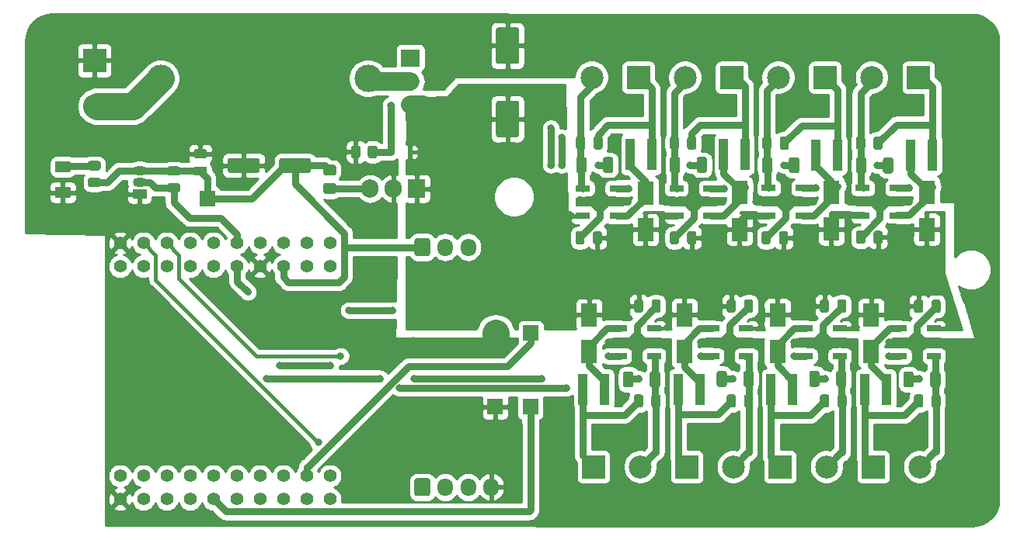
<source format=gtl>
G04 #@! TF.GenerationSoftware,KiCad,Pcbnew,5.1.11-e4df9d881f~92~ubuntu20.04.1*
G04 #@! TF.CreationDate,2021-11-04T20:32:51+01:00*
G04 #@! TF.ProjectId,CC dimmer low voltage,43432064-696d-46d6-9572-206c6f772076,0.98*
G04 #@! TF.SameCoordinates,Original*
G04 #@! TF.FileFunction,Copper,L1,Top*
G04 #@! TF.FilePolarity,Positive*
%FSLAX46Y46*%
G04 Gerber Fmt 4.6, Leading zero omitted, Abs format (unit mm)*
G04 Created by KiCad (PCBNEW 5.1.11-e4df9d881f~92~ubuntu20.04.1) date 2021-11-04 20:32:51*
%MOMM*%
%LPD*%
G01*
G04 APERTURE LIST*
G04 #@! TA.AperFunction,SMDPad,CuDef*
%ADD10R,0.980000X3.400000*%
G04 #@! TD*
G04 #@! TA.AperFunction,ComponentPad*
%ADD11C,3.000000*%
G04 #@! TD*
G04 #@! TA.AperFunction,ComponentPad*
%ADD12R,1.700000X1.700000*%
G04 #@! TD*
G04 #@! TA.AperFunction,SMDPad,CuDef*
%ADD13R,1.800000X2.500000*%
G04 #@! TD*
G04 #@! TA.AperFunction,SMDPad,CuDef*
%ADD14R,0.600000X0.450000*%
G04 #@! TD*
G04 #@! TA.AperFunction,ComponentPad*
%ADD15O,1.700000X1.950000*%
G04 #@! TD*
G04 #@! TA.AperFunction,ComponentPad*
%ADD16O,2.000000X1.905000*%
G04 #@! TD*
G04 #@! TA.AperFunction,ComponentPad*
%ADD17R,2.000000X1.905000*%
G04 #@! TD*
G04 #@! TA.AperFunction,ComponentPad*
%ADD18O,1.500000X1.050000*%
G04 #@! TD*
G04 #@! TA.AperFunction,ComponentPad*
%ADD19R,1.500000X1.050000*%
G04 #@! TD*
G04 #@! TA.AperFunction,ComponentPad*
%ADD20R,1.905000X2.000000*%
G04 #@! TD*
G04 #@! TA.AperFunction,ComponentPad*
%ADD21O,1.905000X2.000000*%
G04 #@! TD*
G04 #@! TA.AperFunction,ComponentPad*
%ADD22R,2.600000X2.600000*%
G04 #@! TD*
G04 #@! TA.AperFunction,ComponentPad*
%ADD23C,2.600000*%
G04 #@! TD*
G04 #@! TA.AperFunction,SMDPad,CuDef*
%ADD24R,1.500000X0.700000*%
G04 #@! TD*
G04 #@! TA.AperFunction,SMDPad,CuDef*
%ADD25C,0.150000*%
G04 #@! TD*
G04 #@! TA.AperFunction,ComponentPad*
%ADD26C,1.400000*%
G04 #@! TD*
G04 #@! TA.AperFunction,ComponentPad*
%ADD27C,2.500000*%
G04 #@! TD*
G04 #@! TA.AperFunction,ComponentPad*
%ADD28R,2.500000X2.500000*%
G04 #@! TD*
G04 #@! TA.AperFunction,ViaPad*
%ADD29C,0.800000*%
G04 #@! TD*
G04 #@! TA.AperFunction,Conductor*
%ADD30C,0.800000*%
G04 #@! TD*
G04 #@! TA.AperFunction,Conductor*
%ADD31C,2.999999*%
G04 #@! TD*
G04 #@! TA.AperFunction,Conductor*
%ADD32C,2.000000*%
G04 #@! TD*
G04 #@! TA.AperFunction,Conductor*
%ADD33C,0.400000*%
G04 #@! TD*
G04 #@! TA.AperFunction,Conductor*
%ADD34C,0.254000*%
G04 #@! TD*
G04 #@! TA.AperFunction,Conductor*
%ADD35C,0.150000*%
G04 #@! TD*
G04 APERTURE END LIST*
G04 #@! TA.AperFunction,SMDPad,CuDef*
G36*
G01*
X159235200Y-98516200D02*
X159235200Y-97566200D01*
G75*
G02*
X159485200Y-97316200I250000J0D01*
G01*
X159985200Y-97316200D01*
G75*
G02*
X160235200Y-97566200I0J-250000D01*
G01*
X160235200Y-98516200D01*
G75*
G02*
X159985200Y-98766200I-250000J0D01*
G01*
X159485200Y-98766200D01*
G75*
G02*
X159235200Y-98516200I0J250000D01*
G01*
G37*
G04 #@! TD.AperFunction*
G04 #@! TA.AperFunction,SMDPad,CuDef*
G36*
G01*
X157335200Y-98516200D02*
X157335200Y-97566200D01*
G75*
G02*
X157585200Y-97316200I250000J0D01*
G01*
X158085200Y-97316200D01*
G75*
G02*
X158335200Y-97566200I0J-250000D01*
G01*
X158335200Y-98516200D01*
G75*
G02*
X158085200Y-98766200I-250000J0D01*
G01*
X157585200Y-98766200D01*
G75*
G02*
X157335200Y-98516200I0J250000D01*
G01*
G37*
G04 #@! TD.AperFunction*
D10*
X158159000Y-114576600D03*
X160529000Y-114576600D03*
X168547600Y-114576600D03*
X170917600Y-114576600D03*
X178665600Y-114576600D03*
X181035600Y-114576600D03*
X188893000Y-114576600D03*
X191263000Y-114576600D03*
X196266800Y-88998800D03*
X193896800Y-88998800D03*
X185929000Y-88998800D03*
X183559000Y-88998800D03*
X175845200Y-88948000D03*
X173475200Y-88948000D03*
X165659800Y-88973400D03*
X163289800Y-88973400D03*
D11*
X134731400Y-80642200D03*
X112131400Y-80642200D03*
D12*
X152423300Y-116495000D03*
X152473300Y-108445000D03*
D13*
X189570000Y-106429800D03*
X189570000Y-110429800D03*
X169224600Y-110429800D03*
X169224600Y-106429800D03*
G04 #@! TA.AperFunction,SMDPad,CuDef*
G36*
G01*
X157411400Y-88153000D02*
X157411400Y-87203000D01*
G75*
G02*
X157661400Y-86953000I250000J0D01*
G01*
X158161400Y-86953000D01*
G75*
G02*
X158411400Y-87203000I0J-250000D01*
G01*
X158411400Y-88153000D01*
G75*
G02*
X158161400Y-88403000I-250000J0D01*
G01*
X157661400Y-88403000D01*
G75*
G02*
X157411400Y-88153000I0J250000D01*
G01*
G37*
G04 #@! TD.AperFunction*
G04 #@! TA.AperFunction,SMDPad,CuDef*
G36*
G01*
X159311400Y-88153000D02*
X159311400Y-87203000D01*
G75*
G02*
X159561400Y-86953000I250000J0D01*
G01*
X160061400Y-86953000D01*
G75*
G02*
X160311400Y-87203000I0J-250000D01*
G01*
X160311400Y-88153000D01*
G75*
G02*
X160061400Y-88403000I-250000J0D01*
G01*
X159561400Y-88403000D01*
G75*
G02*
X159311400Y-88153000I0J250000D01*
G01*
G37*
G04 #@! TD.AperFunction*
G04 #@! TA.AperFunction,SMDPad,CuDef*
G36*
G01*
X167622200Y-98516200D02*
X167622200Y-97566200D01*
G75*
G02*
X167872200Y-97316200I250000J0D01*
G01*
X168372200Y-97316200D01*
G75*
G02*
X168622200Y-97566200I0J-250000D01*
G01*
X168622200Y-98516200D01*
G75*
G02*
X168372200Y-98766200I-250000J0D01*
G01*
X167872200Y-98766200D01*
G75*
G02*
X167622200Y-98516200I0J250000D01*
G01*
G37*
G04 #@! TD.AperFunction*
G04 #@! TA.AperFunction,SMDPad,CuDef*
G36*
G01*
X169522200Y-98516200D02*
X169522200Y-97566200D01*
G75*
G02*
X169772200Y-97316200I250000J0D01*
G01*
X170272200Y-97316200D01*
G75*
G02*
X170522200Y-97566200I0J-250000D01*
G01*
X170522200Y-98516200D01*
G75*
G02*
X170272200Y-98766200I-250000J0D01*
G01*
X169772200Y-98766200D01*
G75*
G02*
X169522200Y-98516200I0J250000D01*
G01*
G37*
G04 #@! TD.AperFunction*
G04 #@! TA.AperFunction,SMDPad,CuDef*
G36*
G01*
X167622200Y-88178400D02*
X167622200Y-87228400D01*
G75*
G02*
X167872200Y-86978400I250000J0D01*
G01*
X168372200Y-86978400D01*
G75*
G02*
X168622200Y-87228400I0J-250000D01*
G01*
X168622200Y-88178400D01*
G75*
G02*
X168372200Y-88428400I-250000J0D01*
G01*
X167872200Y-88428400D01*
G75*
G02*
X167622200Y-88178400I0J250000D01*
G01*
G37*
G04 #@! TD.AperFunction*
G04 #@! TA.AperFunction,SMDPad,CuDef*
G36*
G01*
X169522200Y-88178400D02*
X169522200Y-87228400D01*
G75*
G02*
X169772200Y-86978400I250000J0D01*
G01*
X170272200Y-86978400D01*
G75*
G02*
X170522200Y-87228400I0J-250000D01*
G01*
X170522200Y-88178400D01*
G75*
G02*
X170272200Y-88428400I-250000J0D01*
G01*
X169772200Y-88428400D01*
G75*
G02*
X169522200Y-88178400I0J250000D01*
G01*
G37*
G04 #@! TD.AperFunction*
G04 #@! TA.AperFunction,SMDPad,CuDef*
G36*
G01*
X177629800Y-98516200D02*
X177629800Y-97566200D01*
G75*
G02*
X177879800Y-97316200I250000J0D01*
G01*
X178379800Y-97316200D01*
G75*
G02*
X178629800Y-97566200I0J-250000D01*
G01*
X178629800Y-98516200D01*
G75*
G02*
X178379800Y-98766200I-250000J0D01*
G01*
X177879800Y-98766200D01*
G75*
G02*
X177629800Y-98516200I0J250000D01*
G01*
G37*
G04 #@! TD.AperFunction*
G04 #@! TA.AperFunction,SMDPad,CuDef*
G36*
G01*
X179529800Y-98516200D02*
X179529800Y-97566200D01*
G75*
G02*
X179779800Y-97316200I250000J0D01*
G01*
X180279800Y-97316200D01*
G75*
G02*
X180529800Y-97566200I0J-250000D01*
G01*
X180529800Y-98516200D01*
G75*
G02*
X180279800Y-98766200I-250000J0D01*
G01*
X179779800Y-98766200D01*
G75*
G02*
X179529800Y-98516200I0J250000D01*
G01*
G37*
G04 #@! TD.AperFunction*
G04 #@! TA.AperFunction,SMDPad,CuDef*
G36*
G01*
X179606000Y-88178400D02*
X179606000Y-87228400D01*
G75*
G02*
X179856000Y-86978400I250000J0D01*
G01*
X180356000Y-86978400D01*
G75*
G02*
X180606000Y-87228400I0J-250000D01*
G01*
X180606000Y-88178400D01*
G75*
G02*
X180356000Y-88428400I-250000J0D01*
G01*
X179856000Y-88428400D01*
G75*
G02*
X179606000Y-88178400I0J250000D01*
G01*
G37*
G04 #@! TD.AperFunction*
G04 #@! TA.AperFunction,SMDPad,CuDef*
G36*
G01*
X177706000Y-88178400D02*
X177706000Y-87228400D01*
G75*
G02*
X177956000Y-86978400I250000J0D01*
G01*
X178456000Y-86978400D01*
G75*
G02*
X178706000Y-87228400I0J-250000D01*
G01*
X178706000Y-88178400D01*
G75*
G02*
X178456000Y-88428400I-250000J0D01*
G01*
X177956000Y-88428400D01*
G75*
G02*
X177706000Y-88178400I0J250000D01*
G01*
G37*
G04 #@! TD.AperFunction*
G04 #@! TA.AperFunction,SMDPad,CuDef*
G36*
G01*
X189816800Y-98465400D02*
X189816800Y-97515400D01*
G75*
G02*
X190066800Y-97265400I250000J0D01*
G01*
X190566800Y-97265400D01*
G75*
G02*
X190816800Y-97515400I0J-250000D01*
G01*
X190816800Y-98465400D01*
G75*
G02*
X190566800Y-98715400I-250000J0D01*
G01*
X190066800Y-98715400D01*
G75*
G02*
X189816800Y-98465400I0J250000D01*
G01*
G37*
G04 #@! TD.AperFunction*
G04 #@! TA.AperFunction,SMDPad,CuDef*
G36*
G01*
X187916800Y-98465400D02*
X187916800Y-97515400D01*
G75*
G02*
X188166800Y-97265400I250000J0D01*
G01*
X188666800Y-97265400D01*
G75*
G02*
X188916800Y-97515400I0J-250000D01*
G01*
X188916800Y-98465400D01*
G75*
G02*
X188666800Y-98715400I-250000J0D01*
G01*
X188166800Y-98715400D01*
G75*
G02*
X187916800Y-98465400I0J250000D01*
G01*
G37*
G04 #@! TD.AperFunction*
G04 #@! TA.AperFunction,SMDPad,CuDef*
G36*
G01*
X187916800Y-88178400D02*
X187916800Y-87228400D01*
G75*
G02*
X188166800Y-86978400I250000J0D01*
G01*
X188666800Y-86978400D01*
G75*
G02*
X188916800Y-87228400I0J-250000D01*
G01*
X188916800Y-88178400D01*
G75*
G02*
X188666800Y-88428400I-250000J0D01*
G01*
X188166800Y-88428400D01*
G75*
G02*
X187916800Y-88178400I0J250000D01*
G01*
G37*
G04 #@! TD.AperFunction*
G04 #@! TA.AperFunction,SMDPad,CuDef*
G36*
G01*
X189816800Y-88178400D02*
X189816800Y-87228400D01*
G75*
G02*
X190066800Y-86978400I250000J0D01*
G01*
X190566800Y-86978400D01*
G75*
G02*
X190816800Y-87228400I0J-250000D01*
G01*
X190816800Y-88178400D01*
G75*
G02*
X190566800Y-88428400I-250000J0D01*
G01*
X190066800Y-88428400D01*
G75*
G02*
X189816800Y-88178400I0J250000D01*
G01*
G37*
G04 #@! TD.AperFunction*
G04 #@! TA.AperFunction,SMDPad,CuDef*
G36*
G01*
X195241400Y-105033800D02*
X195241400Y-105983800D01*
G75*
G02*
X194991400Y-106233800I-250000J0D01*
G01*
X194491400Y-106233800D01*
G75*
G02*
X194241400Y-105983800I0J250000D01*
G01*
X194241400Y-105033800D01*
G75*
G02*
X194491400Y-104783800I250000J0D01*
G01*
X194991400Y-104783800D01*
G75*
G02*
X195241400Y-105033800I0J-250000D01*
G01*
G37*
G04 #@! TD.AperFunction*
G04 #@! TA.AperFunction,SMDPad,CuDef*
G36*
G01*
X197141400Y-105033800D02*
X197141400Y-105983800D01*
G75*
G02*
X196891400Y-106233800I-250000J0D01*
G01*
X196391400Y-106233800D01*
G75*
G02*
X196141400Y-105983800I0J250000D01*
G01*
X196141400Y-105033800D01*
G75*
G02*
X196391400Y-104783800I250000J0D01*
G01*
X196891400Y-104783800D01*
G75*
G02*
X197141400Y-105033800I0J-250000D01*
G01*
G37*
G04 #@! TD.AperFunction*
G04 #@! TA.AperFunction,SMDPad,CuDef*
G36*
G01*
X197141400Y-115371600D02*
X197141400Y-116321600D01*
G75*
G02*
X196891400Y-116571600I-250000J0D01*
G01*
X196391400Y-116571600D01*
G75*
G02*
X196141400Y-116321600I0J250000D01*
G01*
X196141400Y-115371600D01*
G75*
G02*
X196391400Y-115121600I250000J0D01*
G01*
X196891400Y-115121600D01*
G75*
G02*
X197141400Y-115371600I0J-250000D01*
G01*
G37*
G04 #@! TD.AperFunction*
G04 #@! TA.AperFunction,SMDPad,CuDef*
G36*
G01*
X195241400Y-115371600D02*
X195241400Y-116321600D01*
G75*
G02*
X194991400Y-116571600I-250000J0D01*
G01*
X194491400Y-116571600D01*
G75*
G02*
X194241400Y-116321600I0J250000D01*
G01*
X194241400Y-115371600D01*
G75*
G02*
X194491400Y-115121600I250000J0D01*
G01*
X194991400Y-115121600D01*
G75*
G02*
X195241400Y-115371600I0J-250000D01*
G01*
G37*
G04 #@! TD.AperFunction*
G04 #@! TA.AperFunction,SMDPad,CuDef*
G36*
G01*
X184979800Y-105008400D02*
X184979800Y-105958400D01*
G75*
G02*
X184729800Y-106208400I-250000J0D01*
G01*
X184229800Y-106208400D01*
G75*
G02*
X183979800Y-105958400I0J250000D01*
G01*
X183979800Y-105008400D01*
G75*
G02*
X184229800Y-104758400I250000J0D01*
G01*
X184729800Y-104758400D01*
G75*
G02*
X184979800Y-105008400I0J-250000D01*
G01*
G37*
G04 #@! TD.AperFunction*
G04 #@! TA.AperFunction,SMDPad,CuDef*
G36*
G01*
X186879800Y-105008400D02*
X186879800Y-105958400D01*
G75*
G02*
X186629800Y-106208400I-250000J0D01*
G01*
X186129800Y-106208400D01*
G75*
G02*
X185879800Y-105958400I0J250000D01*
G01*
X185879800Y-105008400D01*
G75*
G02*
X186129800Y-104758400I250000J0D01*
G01*
X186629800Y-104758400D01*
G75*
G02*
X186879800Y-105008400I0J-250000D01*
G01*
G37*
G04 #@! TD.AperFunction*
G04 #@! TA.AperFunction,SMDPad,CuDef*
G36*
G01*
X184995000Y-115371600D02*
X184995000Y-116321600D01*
G75*
G02*
X184745000Y-116571600I-250000J0D01*
G01*
X184245000Y-116571600D01*
G75*
G02*
X183995000Y-116321600I0J250000D01*
G01*
X183995000Y-115371600D01*
G75*
G02*
X184245000Y-115121600I250000J0D01*
G01*
X184745000Y-115121600D01*
G75*
G02*
X184995000Y-115371600I0J-250000D01*
G01*
G37*
G04 #@! TD.AperFunction*
G04 #@! TA.AperFunction,SMDPad,CuDef*
G36*
G01*
X186895000Y-115371600D02*
X186895000Y-116321600D01*
G75*
G02*
X186645000Y-116571600I-250000J0D01*
G01*
X186145000Y-116571600D01*
G75*
G02*
X185895000Y-116321600I0J250000D01*
G01*
X185895000Y-115371600D01*
G75*
G02*
X186145000Y-115121600I250000J0D01*
G01*
X186645000Y-115121600D01*
G75*
G02*
X186895000Y-115371600I0J-250000D01*
G01*
G37*
G04 #@! TD.AperFunction*
G04 #@! TA.AperFunction,SMDPad,CuDef*
G36*
G01*
X176719800Y-105008400D02*
X176719800Y-105958400D01*
G75*
G02*
X176469800Y-106208400I-250000J0D01*
G01*
X175969800Y-106208400D01*
G75*
G02*
X175719800Y-105958400I0J250000D01*
G01*
X175719800Y-105008400D01*
G75*
G02*
X175969800Y-104758400I250000J0D01*
G01*
X176469800Y-104758400D01*
G75*
G02*
X176719800Y-105008400I0J-250000D01*
G01*
G37*
G04 #@! TD.AperFunction*
G04 #@! TA.AperFunction,SMDPad,CuDef*
G36*
G01*
X174819800Y-105008400D02*
X174819800Y-105958400D01*
G75*
G02*
X174569800Y-106208400I-250000J0D01*
G01*
X174069800Y-106208400D01*
G75*
G02*
X173819800Y-105958400I0J250000D01*
G01*
X173819800Y-105008400D01*
G75*
G02*
X174069800Y-104758400I250000J0D01*
G01*
X174569800Y-104758400D01*
G75*
G02*
X174819800Y-105008400I0J-250000D01*
G01*
G37*
G04 #@! TD.AperFunction*
G04 #@! TA.AperFunction,SMDPad,CuDef*
G36*
G01*
X174819800Y-115371600D02*
X174819800Y-116321600D01*
G75*
G02*
X174569800Y-116571600I-250000J0D01*
G01*
X174069800Y-116571600D01*
G75*
G02*
X173819800Y-116321600I0J250000D01*
G01*
X173819800Y-115371600D01*
G75*
G02*
X174069800Y-115121600I250000J0D01*
G01*
X174569800Y-115121600D01*
G75*
G02*
X174819800Y-115371600I0J-250000D01*
G01*
G37*
G04 #@! TD.AperFunction*
G04 #@! TA.AperFunction,SMDPad,CuDef*
G36*
G01*
X176719800Y-115371600D02*
X176719800Y-116321600D01*
G75*
G02*
X176469800Y-116571600I-250000J0D01*
G01*
X175969800Y-116571600D01*
G75*
G02*
X175719800Y-116321600I0J250000D01*
G01*
X175719800Y-115371600D01*
G75*
G02*
X175969800Y-115121600I250000J0D01*
G01*
X176469800Y-115121600D01*
G75*
G02*
X176719800Y-115371600I0J-250000D01*
G01*
G37*
G04 #@! TD.AperFunction*
G04 #@! TA.AperFunction,SMDPad,CuDef*
G36*
G01*
X164736000Y-105008400D02*
X164736000Y-105958400D01*
G75*
G02*
X164486000Y-106208400I-250000J0D01*
G01*
X163986000Y-106208400D01*
G75*
G02*
X163736000Y-105958400I0J250000D01*
G01*
X163736000Y-105008400D01*
G75*
G02*
X163986000Y-104758400I250000J0D01*
G01*
X164486000Y-104758400D01*
G75*
G02*
X164736000Y-105008400I0J-250000D01*
G01*
G37*
G04 #@! TD.AperFunction*
G04 #@! TA.AperFunction,SMDPad,CuDef*
G36*
G01*
X166636000Y-105008400D02*
X166636000Y-105958400D01*
G75*
G02*
X166386000Y-106208400I-250000J0D01*
G01*
X165886000Y-106208400D01*
G75*
G02*
X165636000Y-105958400I0J250000D01*
G01*
X165636000Y-105008400D01*
G75*
G02*
X165886000Y-104758400I250000J0D01*
G01*
X166386000Y-104758400D01*
G75*
G02*
X166636000Y-105008400I0J-250000D01*
G01*
G37*
G04 #@! TD.AperFunction*
G04 #@! TA.AperFunction,SMDPad,CuDef*
G36*
G01*
X166625800Y-115371600D02*
X166625800Y-116321600D01*
G75*
G02*
X166375800Y-116571600I-250000J0D01*
G01*
X165875800Y-116571600D01*
G75*
G02*
X165625800Y-116321600I0J250000D01*
G01*
X165625800Y-115371600D01*
G75*
G02*
X165875800Y-115121600I250000J0D01*
G01*
X166375800Y-115121600D01*
G75*
G02*
X166625800Y-115371600I0J-250000D01*
G01*
G37*
G04 #@! TD.AperFunction*
G04 #@! TA.AperFunction,SMDPad,CuDef*
G36*
G01*
X164725800Y-115371600D02*
X164725800Y-116321600D01*
G75*
G02*
X164475800Y-116571600I-250000J0D01*
G01*
X163975800Y-116571600D01*
G75*
G02*
X163725800Y-116321600I0J250000D01*
G01*
X163725800Y-115371600D01*
G75*
G02*
X163975800Y-115121600I250000J0D01*
G01*
X164475800Y-115121600D01*
G75*
G02*
X164725800Y-115371600I0J-250000D01*
G01*
G37*
G04 #@! TD.AperFunction*
G04 #@! TA.AperFunction,SMDPad,CuDef*
G36*
G01*
X150946000Y-87074000D02*
X148946000Y-87074000D01*
G75*
G02*
X148696000Y-86824000I0J250000D01*
G01*
X148696000Y-83324000D01*
G75*
G02*
X148946000Y-83074000I250000J0D01*
G01*
X150946000Y-83074000D01*
G75*
G02*
X151196000Y-83324000I0J-250000D01*
G01*
X151196000Y-86824000D01*
G75*
G02*
X150946000Y-87074000I-250000J0D01*
G01*
G37*
G04 #@! TD.AperFunction*
G04 #@! TA.AperFunction,SMDPad,CuDef*
G36*
G01*
X150946000Y-79074000D02*
X148946000Y-79074000D01*
G75*
G02*
X148696000Y-78824000I0J250000D01*
G01*
X148696000Y-75324000D01*
G75*
G02*
X148946000Y-75074000I250000J0D01*
G01*
X150946000Y-75074000D01*
G75*
G02*
X151196000Y-75324000I0J-250000D01*
G01*
X151196000Y-78824000D01*
G75*
G02*
X150946000Y-79074000I-250000J0D01*
G01*
G37*
G04 #@! TD.AperFunction*
G04 #@! TA.AperFunction,SMDPad,CuDef*
G36*
G01*
X128537200Y-89591800D02*
X128537200Y-90691800D01*
G75*
G02*
X128287200Y-90941800I-250000J0D01*
G01*
X125287200Y-90941800D01*
G75*
G02*
X125037200Y-90691800I0J250000D01*
G01*
X125037200Y-89591800D01*
G75*
G02*
X125287200Y-89341800I250000J0D01*
G01*
X128287200Y-89341800D01*
G75*
G02*
X128537200Y-89591800I0J-250000D01*
G01*
G37*
G04 #@! TD.AperFunction*
G04 #@! TA.AperFunction,SMDPad,CuDef*
G36*
G01*
X122937200Y-89591800D02*
X122937200Y-90691800D01*
G75*
G02*
X122687200Y-90941800I-250000J0D01*
G01*
X119687200Y-90941800D01*
G75*
G02*
X119437200Y-90691800I0J250000D01*
G01*
X119437200Y-89591800D01*
G75*
G02*
X119687200Y-89341800I250000J0D01*
G01*
X122687200Y-89341800D01*
G75*
G02*
X122937200Y-89591800I0J-250000D01*
G01*
G37*
G04 #@! TD.AperFunction*
G04 #@! TA.AperFunction,SMDPad,CuDef*
G36*
G01*
X116943800Y-91261600D02*
X115993800Y-91261600D01*
G75*
G02*
X115743800Y-91011600I0J250000D01*
G01*
X115743800Y-90511600D01*
G75*
G02*
X115993800Y-90261600I250000J0D01*
G01*
X116943800Y-90261600D01*
G75*
G02*
X117193800Y-90511600I0J-250000D01*
G01*
X117193800Y-91011600D01*
G75*
G02*
X116943800Y-91261600I-250000J0D01*
G01*
G37*
G04 #@! TD.AperFunction*
G04 #@! TA.AperFunction,SMDPad,CuDef*
G36*
G01*
X116943800Y-89361600D02*
X115993800Y-89361600D01*
G75*
G02*
X115743800Y-89111600I0J250000D01*
G01*
X115743800Y-88611600D01*
G75*
G02*
X115993800Y-88361600I250000J0D01*
G01*
X116943800Y-88361600D01*
G75*
G02*
X117193800Y-88611600I0J-250000D01*
G01*
X117193800Y-89111600D01*
G75*
G02*
X116943800Y-89361600I-250000J0D01*
G01*
G37*
G04 #@! TD.AperFunction*
X164982800Y-97145600D03*
X164982800Y-93145600D03*
X175219000Y-97120200D03*
X175219000Y-93120200D03*
X185226600Y-97094800D03*
X185226600Y-93094800D03*
X195615200Y-93120200D03*
X195615200Y-97120200D03*
X179359200Y-110429800D03*
X179359200Y-106429800D03*
X158836000Y-110455200D03*
X158836000Y-106455200D03*
D14*
X139337400Y-88668600D03*
X137237400Y-88668600D03*
G04 #@! TA.AperFunction,SMDPad,CuDef*
G36*
G01*
X102107800Y-93716200D02*
X100857800Y-93716200D01*
G75*
G02*
X100607800Y-93466200I0J250000D01*
G01*
X100607800Y-92716200D01*
G75*
G02*
X100857800Y-92466200I250000J0D01*
G01*
X102107800Y-92466200D01*
G75*
G02*
X102357800Y-92716200I0J-250000D01*
G01*
X102357800Y-93466200D01*
G75*
G02*
X102107800Y-93716200I-250000J0D01*
G01*
G37*
G04 #@! TD.AperFunction*
G04 #@! TA.AperFunction,SMDPad,CuDef*
G36*
G01*
X102107800Y-90916200D02*
X100857800Y-90916200D01*
G75*
G02*
X100607800Y-90666200I0J250000D01*
G01*
X100607800Y-89916200D01*
G75*
G02*
X100857800Y-89666200I250000J0D01*
G01*
X102107800Y-89666200D01*
G75*
G02*
X102357800Y-89916200I0J-250000D01*
G01*
X102357800Y-90666200D01*
G75*
G02*
X102107800Y-90916200I-250000J0D01*
G01*
G37*
G04 #@! TD.AperFunction*
G04 #@! TA.AperFunction,SMDPad,CuDef*
G36*
G01*
X130115799Y-90056400D02*
X131015801Y-90056400D01*
G75*
G02*
X131265800Y-90306399I0J-249999D01*
G01*
X131265800Y-91006401D01*
G75*
G02*
X131015801Y-91256400I-249999J0D01*
G01*
X130115799Y-91256400D01*
G75*
G02*
X129865800Y-91006401I0J249999D01*
G01*
X129865800Y-90306399D01*
G75*
G02*
X130115799Y-90056400I249999J0D01*
G01*
G37*
G04 #@! TD.AperFunction*
G04 #@! TA.AperFunction,SMDPad,CuDef*
G36*
G01*
X130115799Y-92056400D02*
X131015801Y-92056400D01*
G75*
G02*
X131265800Y-92306399I0J-249999D01*
G01*
X131265800Y-93006401D01*
G75*
G02*
X131015801Y-93256400I-249999J0D01*
G01*
X130115799Y-93256400D01*
G75*
G02*
X129865800Y-93006401I0J249999D01*
G01*
X129865800Y-92306399D01*
G75*
G02*
X130115799Y-92056400I249999J0D01*
G01*
G37*
G04 #@! TD.AperFunction*
G04 #@! TA.AperFunction,ComponentPad*
G36*
G01*
X139802000Y-99782200D02*
X139802000Y-98332200D01*
G75*
G02*
X140052000Y-98082200I250000J0D01*
G01*
X141252000Y-98082200D01*
G75*
G02*
X141502000Y-98332200I0J-250000D01*
G01*
X141502000Y-99782200D01*
G75*
G02*
X141252000Y-100032200I-250000J0D01*
G01*
X140052000Y-100032200D01*
G75*
G02*
X139802000Y-99782200I0J250000D01*
G01*
G37*
G04 #@! TD.AperFunction*
D15*
X143152000Y-99057200D03*
X145652000Y-99057200D03*
G04 #@! TA.AperFunction,ComponentPad*
G36*
G01*
X139802000Y-125969600D02*
X139802000Y-124519600D01*
G75*
G02*
X140052000Y-124269600I250000J0D01*
G01*
X141252000Y-124269600D01*
G75*
G02*
X141502000Y-124519600I0J-250000D01*
G01*
X141502000Y-125969600D01*
G75*
G02*
X141252000Y-126219600I-250000J0D01*
G01*
X140052000Y-126219600D01*
G75*
G02*
X139802000Y-125969600I0J250000D01*
G01*
G37*
G04 #@! TD.AperFunction*
X143152000Y-125244600D03*
X145652000Y-125244600D03*
X148152000Y-125244600D03*
D12*
X148652000Y-108445000D03*
X148602000Y-116495000D03*
X117230800Y-93774000D03*
D16*
X139354200Y-83487000D03*
X139354200Y-80947000D03*
D17*
X139354200Y-78407000D03*
G04 #@! TA.AperFunction,SMDPad,CuDef*
G36*
G01*
X157420600Y-90716003D02*
X157420600Y-89465997D01*
G75*
G02*
X157670597Y-89216000I249997J0D01*
G01*
X158295603Y-89216000D01*
G75*
G02*
X158545600Y-89465997I0J-249997D01*
G01*
X158545600Y-90716003D01*
G75*
G02*
X158295603Y-90966000I-249997J0D01*
G01*
X157670597Y-90966000D01*
G75*
G02*
X157420600Y-90716003I0J249997D01*
G01*
G37*
G04 #@! TD.AperFunction*
G04 #@! TA.AperFunction,SMDPad,CuDef*
G36*
G01*
X160345600Y-90716003D02*
X160345600Y-89465997D01*
G75*
G02*
X160595597Y-89216000I249997J0D01*
G01*
X161220603Y-89216000D01*
G75*
G02*
X161470600Y-89465997I0J-249997D01*
G01*
X161470600Y-90716003D01*
G75*
G02*
X161220603Y-90966000I-249997J0D01*
G01*
X160595597Y-90966000D01*
G75*
G02*
X160345600Y-90716003I0J249997D01*
G01*
G37*
G04 #@! TD.AperFunction*
G04 #@! TA.AperFunction,SMDPad,CuDef*
G36*
G01*
X170556400Y-90716003D02*
X170556400Y-89465997D01*
G75*
G02*
X170806397Y-89216000I249997J0D01*
G01*
X171431403Y-89216000D01*
G75*
G02*
X171681400Y-89465997I0J-249997D01*
G01*
X171681400Y-90716003D01*
G75*
G02*
X171431403Y-90966000I-249997J0D01*
G01*
X170806397Y-90966000D01*
G75*
G02*
X170556400Y-90716003I0J249997D01*
G01*
G37*
G04 #@! TD.AperFunction*
G04 #@! TA.AperFunction,SMDPad,CuDef*
G36*
G01*
X167631400Y-90716003D02*
X167631400Y-89465997D01*
G75*
G02*
X167881397Y-89216000I249997J0D01*
G01*
X168506403Y-89216000D01*
G75*
G02*
X168756400Y-89465997I0J-249997D01*
G01*
X168756400Y-90716003D01*
G75*
G02*
X168506403Y-90966000I-249997J0D01*
G01*
X167881397Y-90966000D01*
G75*
G02*
X167631400Y-90716003I0J249997D01*
G01*
G37*
G04 #@! TD.AperFunction*
G04 #@! TA.AperFunction,SMDPad,CuDef*
G36*
G01*
X180614800Y-90741403D02*
X180614800Y-89491397D01*
G75*
G02*
X180864797Y-89241400I249997J0D01*
G01*
X181489803Y-89241400D01*
G75*
G02*
X181739800Y-89491397I0J-249997D01*
G01*
X181739800Y-90741403D01*
G75*
G02*
X181489803Y-90991400I-249997J0D01*
G01*
X180864797Y-90991400D01*
G75*
G02*
X180614800Y-90741403I0J249997D01*
G01*
G37*
G04 #@! TD.AperFunction*
G04 #@! TA.AperFunction,SMDPad,CuDef*
G36*
G01*
X177689800Y-90741403D02*
X177689800Y-89491397D01*
G75*
G02*
X177939797Y-89241400I249997J0D01*
G01*
X178564803Y-89241400D01*
G75*
G02*
X178814800Y-89491397I0J-249997D01*
G01*
X178814800Y-90741403D01*
G75*
G02*
X178564803Y-90991400I-249997J0D01*
G01*
X177939797Y-90991400D01*
G75*
G02*
X177689800Y-90741403I0J249997D01*
G01*
G37*
G04 #@! TD.AperFunction*
G04 #@! TA.AperFunction,SMDPad,CuDef*
G36*
G01*
X187926000Y-90766803D02*
X187926000Y-89516797D01*
G75*
G02*
X188175997Y-89266800I249997J0D01*
G01*
X188801003Y-89266800D01*
G75*
G02*
X189051000Y-89516797I0J-249997D01*
G01*
X189051000Y-90766803D01*
G75*
G02*
X188801003Y-91016800I-249997J0D01*
G01*
X188175997Y-91016800D01*
G75*
G02*
X187926000Y-90766803I0J249997D01*
G01*
G37*
G04 #@! TD.AperFunction*
G04 #@! TA.AperFunction,SMDPad,CuDef*
G36*
G01*
X190851000Y-90766803D02*
X190851000Y-89516797D01*
G75*
G02*
X191100997Y-89266800I249997J0D01*
G01*
X191726003Y-89266800D01*
G75*
G02*
X191976000Y-89516797I0J-249997D01*
G01*
X191976000Y-90766803D01*
G75*
G02*
X191726003Y-91016800I-249997J0D01*
G01*
X191100997Y-91016800D01*
G75*
G02*
X190851000Y-90766803I0J249997D01*
G01*
G37*
G04 #@! TD.AperFunction*
G04 #@! TA.AperFunction,SMDPad,CuDef*
G36*
G01*
X194202000Y-112869997D02*
X194202000Y-114120003D01*
G75*
G02*
X193952003Y-114370000I-249997J0D01*
G01*
X193326997Y-114370000D01*
G75*
G02*
X193077000Y-114120003I0J249997D01*
G01*
X193077000Y-112869997D01*
G75*
G02*
X193326997Y-112620000I249997J0D01*
G01*
X193952003Y-112620000D01*
G75*
G02*
X194202000Y-112869997I0J-249997D01*
G01*
G37*
G04 #@! TD.AperFunction*
G04 #@! TA.AperFunction,SMDPad,CuDef*
G36*
G01*
X197127000Y-112869997D02*
X197127000Y-114120003D01*
G75*
G02*
X196877003Y-114370000I-249997J0D01*
G01*
X196251997Y-114370000D01*
G75*
G02*
X196002000Y-114120003I0J249997D01*
G01*
X196002000Y-112869997D01*
G75*
G02*
X196251997Y-112620000I249997J0D01*
G01*
X196877003Y-112620000D01*
G75*
G02*
X197127000Y-112869997I0J-249997D01*
G01*
G37*
G04 #@! TD.AperFunction*
G04 #@! TA.AperFunction,SMDPad,CuDef*
G36*
G01*
X186881300Y-112808597D02*
X186881300Y-114058603D01*
G75*
G02*
X186631303Y-114308600I-249997J0D01*
G01*
X186006297Y-114308600D01*
G75*
G02*
X185756300Y-114058603I0J249997D01*
G01*
X185756300Y-112808597D01*
G75*
G02*
X186006297Y-112558600I249997J0D01*
G01*
X186631303Y-112558600D01*
G75*
G02*
X186881300Y-112808597I0J-249997D01*
G01*
G37*
G04 #@! TD.AperFunction*
G04 #@! TA.AperFunction,SMDPad,CuDef*
G36*
G01*
X183956300Y-112808597D02*
X183956300Y-114058603D01*
G75*
G02*
X183706303Y-114308600I-249997J0D01*
G01*
X183081297Y-114308600D01*
G75*
G02*
X182831300Y-114058603I0J249997D01*
G01*
X182831300Y-112808597D01*
G75*
G02*
X183081297Y-112558600I249997J0D01*
G01*
X183706303Y-112558600D01*
G75*
G02*
X183956300Y-112808597I0J-249997D01*
G01*
G37*
G04 #@! TD.AperFunction*
G04 #@! TA.AperFunction,SMDPad,CuDef*
G36*
G01*
X173852000Y-112808597D02*
X173852000Y-114058603D01*
G75*
G02*
X173602003Y-114308600I-249997J0D01*
G01*
X172976997Y-114308600D01*
G75*
G02*
X172727000Y-114058603I0J249997D01*
G01*
X172727000Y-112808597D01*
G75*
G02*
X172976997Y-112558600I249997J0D01*
G01*
X173602003Y-112558600D01*
G75*
G02*
X173852000Y-112808597I0J-249997D01*
G01*
G37*
G04 #@! TD.AperFunction*
G04 #@! TA.AperFunction,SMDPad,CuDef*
G36*
G01*
X176777000Y-112808597D02*
X176777000Y-114058603D01*
G75*
G02*
X176527003Y-114308600I-249997J0D01*
G01*
X175901997Y-114308600D01*
G75*
G02*
X175652000Y-114058603I0J249997D01*
G01*
X175652000Y-112808597D01*
G75*
G02*
X175901997Y-112558600I249997J0D01*
G01*
X176527003Y-112558600D01*
G75*
G02*
X176777000Y-112808597I0J-249997D01*
G01*
G37*
G04 #@! TD.AperFunction*
G04 #@! TA.AperFunction,SMDPad,CuDef*
G36*
G01*
X166577000Y-112869997D02*
X166577000Y-114120003D01*
G75*
G02*
X166327003Y-114370000I-249997J0D01*
G01*
X165701997Y-114370000D01*
G75*
G02*
X165452000Y-114120003I0J249997D01*
G01*
X165452000Y-112869997D01*
G75*
G02*
X165701997Y-112620000I249997J0D01*
G01*
X166327003Y-112620000D01*
G75*
G02*
X166577000Y-112869997I0J-249997D01*
G01*
G37*
G04 #@! TD.AperFunction*
G04 #@! TA.AperFunction,SMDPad,CuDef*
G36*
G01*
X163652000Y-112869997D02*
X163652000Y-114120003D01*
G75*
G02*
X163402003Y-114370000I-249997J0D01*
G01*
X162776997Y-114370000D01*
G75*
G02*
X162527000Y-114120003I0J249997D01*
G01*
X162527000Y-112869997D01*
G75*
G02*
X162776997Y-112620000I249997J0D01*
G01*
X163402003Y-112620000D01*
G75*
G02*
X163652000Y-112869997I0J-249997D01*
G01*
G37*
G04 #@! TD.AperFunction*
G04 #@! TA.AperFunction,SMDPad,CuDef*
G36*
G01*
X113123198Y-90240800D02*
X114023202Y-90240800D01*
G75*
G02*
X114273200Y-90490798I0J-249998D01*
G01*
X114273200Y-91015802D01*
G75*
G02*
X114023202Y-91265800I-249998J0D01*
G01*
X113123198Y-91265800D01*
G75*
G02*
X112873200Y-91015802I0J249998D01*
G01*
X112873200Y-90490798D01*
G75*
G02*
X113123198Y-90240800I249998J0D01*
G01*
G37*
G04 #@! TD.AperFunction*
G04 #@! TA.AperFunction,SMDPad,CuDef*
G36*
G01*
X113123198Y-92065800D02*
X114023202Y-92065800D01*
G75*
G02*
X114273200Y-92315798I0J-249998D01*
G01*
X114273200Y-92840802D01*
G75*
G02*
X114023202Y-93090800I-249998J0D01*
G01*
X113123198Y-93090800D01*
G75*
G02*
X112873200Y-92840802I0J249998D01*
G01*
X112873200Y-92315798D01*
G75*
G02*
X113123198Y-92065800I249998J0D01*
G01*
G37*
G04 #@! TD.AperFunction*
G04 #@! TA.AperFunction,SMDPad,CuDef*
G36*
G01*
X133925000Y-88218598D02*
X133925000Y-89118602D01*
G75*
G02*
X133675002Y-89368600I-249998J0D01*
G01*
X133149998Y-89368600D01*
G75*
G02*
X132900000Y-89118602I0J249998D01*
G01*
X132900000Y-88218598D01*
G75*
G02*
X133149998Y-87968600I249998J0D01*
G01*
X133675002Y-87968600D01*
G75*
G02*
X133925000Y-88218598I0J-249998D01*
G01*
G37*
G04 #@! TD.AperFunction*
G04 #@! TA.AperFunction,SMDPad,CuDef*
G36*
G01*
X135750000Y-88218598D02*
X135750000Y-89118602D01*
G75*
G02*
X135500002Y-89368600I-249998J0D01*
G01*
X134974998Y-89368600D01*
G75*
G02*
X134725000Y-89118602I0J249998D01*
G01*
X134725000Y-88218598D01*
G75*
G02*
X134974998Y-87968600I249998J0D01*
G01*
X135500002Y-87968600D01*
G75*
G02*
X135750000Y-88218598I0J-249998D01*
G01*
G37*
G04 #@! TD.AperFunction*
G04 #@! TA.AperFunction,SMDPad,CuDef*
G36*
G01*
X105361802Y-92506600D02*
X104461798Y-92506600D01*
G75*
G02*
X104211800Y-92256602I0J249998D01*
G01*
X104211800Y-91731598D01*
G75*
G02*
X104461798Y-91481600I249998J0D01*
G01*
X105361802Y-91481600D01*
G75*
G02*
X105611800Y-91731598I0J-249998D01*
G01*
X105611800Y-92256602D01*
G75*
G02*
X105361802Y-92506600I-249998J0D01*
G01*
G37*
G04 #@! TD.AperFunction*
G04 #@! TA.AperFunction,SMDPad,CuDef*
G36*
G01*
X105361802Y-90681600D02*
X104461798Y-90681600D01*
G75*
G02*
X104211800Y-90431602I0J249998D01*
G01*
X104211800Y-89906598D01*
G75*
G02*
X104461798Y-89656600I249998J0D01*
G01*
X105361802Y-89656600D01*
G75*
G02*
X105611800Y-89906598I0J-249998D01*
G01*
X105611800Y-90431602D01*
G75*
G02*
X105361802Y-90681600I-249998J0D01*
G01*
G37*
G04 #@! TD.AperFunction*
D18*
X109839400Y-91996000D03*
X109839400Y-90726000D03*
D19*
X109839400Y-93266000D03*
D20*
X140040000Y-92681800D03*
D21*
X137500000Y-92681800D03*
X134960000Y-92681800D03*
D22*
X104932000Y-78685000D03*
D23*
X104932000Y-83685000D03*
D24*
X158152000Y-95645000D03*
X158152000Y-92645000D03*
X161852000Y-95645000D03*
X161852000Y-92645000D03*
G04 #@! TA.AperFunction,SMDPad,CuDef*
D25*
G36*
X159102000Y-94645000D02*
G01*
X157402000Y-94645000D01*
X157402000Y-93645000D01*
X159102000Y-93645000D01*
X159602000Y-93145000D01*
X160402000Y-93145000D01*
X160902000Y-93645000D01*
X162602000Y-93645000D01*
X162602000Y-94645000D01*
X160902000Y-94645000D01*
X160402000Y-95145000D01*
X159602000Y-95145000D01*
X159102000Y-94645000D01*
G37*
G04 #@! TD.AperFunction*
D24*
X168352000Y-95645000D03*
X168352000Y-92645000D03*
X172052000Y-95645000D03*
X172052000Y-92645000D03*
G04 #@! TA.AperFunction,SMDPad,CuDef*
D25*
G36*
X169302000Y-94645000D02*
G01*
X167602000Y-94645000D01*
X167602000Y-93645000D01*
X169302000Y-93645000D01*
X169802000Y-93145000D01*
X170602000Y-93145000D01*
X171102000Y-93645000D01*
X172802000Y-93645000D01*
X172802000Y-94645000D01*
X171102000Y-94645000D01*
X170602000Y-95145000D01*
X169802000Y-95145000D01*
X169302000Y-94645000D01*
G37*
G04 #@! TD.AperFunction*
G04 #@! TA.AperFunction,SMDPad,CuDef*
G36*
X179352000Y-94595000D02*
G01*
X177652000Y-94595000D01*
X177652000Y-93595000D01*
X179352000Y-93595000D01*
X179852000Y-93095000D01*
X180652000Y-93095000D01*
X181152000Y-93595000D01*
X182852000Y-93595000D01*
X182852000Y-94595000D01*
X181152000Y-94595000D01*
X180652000Y-95095000D01*
X179852000Y-95095000D01*
X179352000Y-94595000D01*
G37*
G04 #@! TD.AperFunction*
D24*
X182102000Y-92595000D03*
X182102000Y-95595000D03*
X178402000Y-92595000D03*
X178402000Y-95595000D03*
G04 #@! TA.AperFunction,SMDPad,CuDef*
D25*
G36*
X189602000Y-94595000D02*
G01*
X187902000Y-94595000D01*
X187902000Y-93595000D01*
X189602000Y-93595000D01*
X190102000Y-93095000D01*
X190902000Y-93095000D01*
X191402000Y-93595000D01*
X193102000Y-93595000D01*
X193102000Y-94595000D01*
X191402000Y-94595000D01*
X190902000Y-95095000D01*
X190102000Y-95095000D01*
X189602000Y-94595000D01*
G37*
G04 #@! TD.AperFunction*
D24*
X192352000Y-92595000D03*
X192352000Y-95595000D03*
X188652000Y-92595000D03*
X188652000Y-95595000D03*
G04 #@! TA.AperFunction,SMDPad,CuDef*
D25*
G36*
X195452000Y-108945000D02*
G01*
X197152000Y-108945000D01*
X197152000Y-109945000D01*
X195452000Y-109945000D01*
X194952000Y-110445000D01*
X194152000Y-110445000D01*
X193652000Y-109945000D01*
X191952000Y-109945000D01*
X191952000Y-108945000D01*
X193652000Y-108945000D01*
X194152000Y-108445000D01*
X194952000Y-108445000D01*
X195452000Y-108945000D01*
G37*
G04 #@! TD.AperFunction*
D24*
X192702000Y-110945000D03*
X192702000Y-107945000D03*
X196402000Y-110945000D03*
X196402000Y-107945000D03*
G04 #@! TA.AperFunction,SMDPad,CuDef*
D25*
G36*
X185202000Y-108945000D02*
G01*
X186902000Y-108945000D01*
X186902000Y-109945000D01*
X185202000Y-109945000D01*
X184702000Y-110445000D01*
X183902000Y-110445000D01*
X183402000Y-109945000D01*
X181702000Y-109945000D01*
X181702000Y-108945000D01*
X183402000Y-108945000D01*
X183902000Y-108445000D01*
X184702000Y-108445000D01*
X185202000Y-108945000D01*
G37*
G04 #@! TD.AperFunction*
D24*
X182452000Y-110945000D03*
X182452000Y-107945000D03*
X186152000Y-110945000D03*
X186152000Y-107945000D03*
X175952000Y-107945000D03*
X175952000Y-110945000D03*
X172252000Y-107945000D03*
X172252000Y-110945000D03*
G04 #@! TA.AperFunction,SMDPad,CuDef*
D25*
G36*
X175002000Y-108945000D02*
G01*
X176702000Y-108945000D01*
X176702000Y-109945000D01*
X175002000Y-109945000D01*
X174502000Y-110445000D01*
X173702000Y-110445000D01*
X173202000Y-109945000D01*
X171502000Y-109945000D01*
X171502000Y-108945000D01*
X173202000Y-108945000D01*
X173702000Y-108445000D01*
X174502000Y-108445000D01*
X175002000Y-108945000D01*
G37*
G04 #@! TD.AperFunction*
D24*
X165902000Y-107945000D03*
X165902000Y-110945000D03*
X162202000Y-107945000D03*
X162202000Y-110945000D03*
G04 #@! TA.AperFunction,SMDPad,CuDef*
D25*
G36*
X164952000Y-108945000D02*
G01*
X166652000Y-108945000D01*
X166652000Y-109945000D01*
X164952000Y-109945000D01*
X164452000Y-110445000D01*
X163652000Y-110445000D01*
X163152000Y-109945000D01*
X161452000Y-109945000D01*
X161452000Y-108945000D01*
X163152000Y-108945000D01*
X163652000Y-108445000D01*
X164452000Y-108445000D01*
X164952000Y-108945000D01*
G37*
G04 #@! TD.AperFunction*
D26*
X107722000Y-124025000D03*
X107722000Y-126565000D03*
X110262000Y-126565000D03*
X110262000Y-124025000D03*
X112802000Y-126565000D03*
X112802000Y-124025000D03*
X115342000Y-126565000D03*
X115342000Y-124025000D03*
X117882000Y-126565000D03*
X117882000Y-124025000D03*
X120422000Y-126565000D03*
X120422000Y-124025000D03*
X122962000Y-126565000D03*
X122962000Y-124025000D03*
X125502000Y-126565000D03*
X125502000Y-124025000D03*
X128042000Y-126565000D03*
X128042000Y-124025000D03*
X130582000Y-126565000D03*
X130582000Y-124025000D03*
X107722000Y-101165000D03*
X107722000Y-98625000D03*
X110262000Y-101165000D03*
X110262000Y-98625000D03*
X112802000Y-101165000D03*
X112802000Y-98625000D03*
X115342000Y-101165000D03*
X115342000Y-98625000D03*
X117882000Y-101165000D03*
X117882000Y-98625000D03*
X120422000Y-101165000D03*
X120422000Y-98625000D03*
X122962000Y-101165000D03*
X122962000Y-98625000D03*
X125502000Y-101165000D03*
X125502000Y-98625000D03*
X128042000Y-101165000D03*
X128042000Y-98625000D03*
X130582000Y-101165000D03*
X130582000Y-98625000D03*
D27*
X159122000Y-80535000D03*
D28*
X164202000Y-80535000D03*
X174372000Y-80535000D03*
D27*
X169292000Y-80535000D03*
X179452000Y-80535000D03*
D28*
X184532000Y-80535000D03*
X194702000Y-80535000D03*
D27*
X189622000Y-80535000D03*
D28*
X189792000Y-123025000D03*
D27*
X194872000Y-123025000D03*
X184712000Y-123025000D03*
D28*
X179632000Y-123025000D03*
X169472000Y-123025000D03*
D27*
X174552000Y-123025000D03*
X164402000Y-123025000D03*
D28*
X159322000Y-123025000D03*
D29*
X166989400Y-94129600D03*
X173364800Y-94142300D03*
X176984300Y-94104200D03*
X187182400Y-94078800D03*
X197583700Y-109445800D03*
X187398300Y-109420400D03*
X177301800Y-109420400D03*
X167218000Y-109445800D03*
X191500400Y-109445800D03*
X181188000Y-109420400D03*
X160956900Y-109445800D03*
X170989900Y-109420400D03*
X163085974Y-94129600D03*
X183321600Y-94104200D03*
X193672100Y-94078800D03*
X135152000Y-108795000D03*
X99152000Y-95945000D03*
X112379400Y-95806000D03*
X144472300Y-77048100D03*
X154645000Y-76032100D03*
X167252000Y-77745000D03*
X176952000Y-77795000D03*
X187452000Y-77745000D03*
X200212600Y-76578200D03*
X200466600Y-95501200D03*
X200276100Y-86319100D03*
X201552000Y-105545000D03*
X200002000Y-126045000D03*
X200652000Y-116913400D03*
X188541300Y-127416300D03*
X178457500Y-127505200D03*
X168246700Y-127467100D03*
X156435700Y-127467100D03*
X155452000Y-118995000D03*
X137246000Y-117396000D03*
X125816000Y-120571000D03*
X118152000Y-113045000D03*
X110152000Y-121295000D03*
X110080700Y-104734100D03*
X130184800Y-86827100D03*
X130705500Y-76984600D03*
X116760900Y-76895700D03*
X123288700Y-82318600D03*
X99052000Y-75635000D03*
X139652000Y-109295000D03*
X112902000Y-128795000D03*
X131902000Y-94545000D03*
X119152000Y-86795000D03*
X98992000Y-86665000D03*
X137233300Y-83563200D03*
X159813900Y-90091000D03*
X156902000Y-95629600D03*
X166986600Y-95629600D03*
X190248800Y-90141800D03*
X180080600Y-90116400D03*
X176842800Y-95604200D03*
X187118200Y-95578800D03*
X167402000Y-107795000D03*
X177652000Y-107795000D03*
X187902000Y-107795000D03*
X198402000Y-107795000D03*
X194790600Y-113433600D03*
X184540600Y-113433600D03*
X174513400Y-113433600D03*
X164263400Y-113433600D03*
X169856000Y-90091000D03*
X129308500Y-120329700D03*
X163090500Y-92631000D03*
X121650400Y-103956110D03*
X173580700Y-92656400D03*
X132638730Y-105956130D03*
X183552000Y-92595000D03*
X155844920Y-87087680D03*
X155838800Y-90091000D03*
X137385700Y-105956130D03*
X193734200Y-92578800D03*
X154667570Y-86087670D03*
X154667570Y-90091000D03*
X191463700Y-110945800D03*
X125117500Y-111947700D03*
X130645290Y-111931710D03*
X181164000Y-110920400D03*
X123707800Y-113382800D03*
X153637613Y-113374187D03*
X136039500Y-113382800D03*
X139802787Y-113374187D03*
X170991300Y-110920400D03*
X156362792Y-114433608D03*
X138176392Y-114433608D03*
X160955500Y-110945800D03*
X131759600Y-110931700D03*
D30*
X170215200Y-94129600D02*
X166989400Y-94129600D01*
X180248200Y-94104200D02*
X176984300Y-94104200D01*
X190509800Y-94078800D02*
X187182400Y-94078800D01*
X194548400Y-109445800D02*
X197583700Y-109445800D01*
X184286800Y-109420400D02*
X187398300Y-109420400D01*
X174126800Y-109420400D02*
X177301800Y-109420400D01*
X164043000Y-109445800D02*
X167218000Y-109445800D01*
X164043000Y-109445800D02*
X160956900Y-109445800D01*
X174126800Y-109420400D02*
X170989900Y-109420400D01*
X184286800Y-109420400D02*
X181188000Y-109420400D01*
X194548400Y-109445800D02*
X191500400Y-109445800D01*
X160029800Y-94129600D02*
X163085974Y-94129600D01*
X180248200Y-94104200D02*
X183321600Y-94104200D01*
X190509800Y-94078800D02*
X193672100Y-94078800D01*
X173352100Y-94129600D02*
X173364800Y-94142300D01*
X170215200Y-94129600D02*
X173352100Y-94129600D01*
X188416800Y-97963302D02*
X188416800Y-97990400D01*
X190509800Y-95870302D02*
X188416800Y-97963302D01*
X190509800Y-94078800D02*
X190509800Y-95870302D01*
X178129800Y-98014102D02*
X178129800Y-98041200D01*
X180248200Y-95895702D02*
X178129800Y-98014102D01*
X180248200Y-94104200D02*
X180248200Y-95895702D01*
X168122200Y-98014102D02*
X168122200Y-98041200D01*
X170215200Y-95921102D02*
X168122200Y-98014102D01*
X157835200Y-98014102D02*
X157835200Y-98041200D01*
X160029800Y-95819502D02*
X157835200Y-98014102D01*
X160029800Y-94129600D02*
X160029800Y-95819502D01*
X166136000Y-105522798D02*
X166136000Y-105483400D01*
X164043000Y-107615798D02*
X166136000Y-105522798D01*
X164043000Y-109445800D02*
X164043000Y-107615798D01*
X176219800Y-105510498D02*
X176219800Y-105483400D01*
X174126800Y-107603498D02*
X176219800Y-105510498D01*
X174126800Y-109420400D02*
X174126800Y-107603498D01*
X186379800Y-105510498D02*
X186379800Y-105483400D01*
X184286800Y-107603498D02*
X186379800Y-105510498D01*
X184286800Y-109420400D02*
X184286800Y-107603498D01*
X196641400Y-105535898D02*
X196641400Y-105508800D01*
X194548400Y-107628898D02*
X196641400Y-105535898D01*
X194548400Y-109445800D02*
X194548400Y-107628898D01*
X170215200Y-94158200D02*
X170202000Y-94145000D01*
X170215200Y-95921102D02*
X170215200Y-94158200D01*
D31*
X148652000Y-109095000D02*
X148652000Y-108445000D01*
D30*
X157983100Y-92476100D02*
X158152000Y-92645000D01*
X157983100Y-90091000D02*
X157983100Y-92476100D01*
X157911400Y-90019300D02*
X157983100Y-90091000D01*
X157911400Y-87678000D02*
X157911400Y-90019300D01*
X157911400Y-82635600D02*
X157911400Y-87678000D01*
X159122000Y-81425000D02*
X157911400Y-82635600D01*
X159122000Y-80535000D02*
X159122000Y-81425000D01*
X159811400Y-87678000D02*
X159811400Y-86785600D01*
X160859800Y-85737200D02*
X165659800Y-85737200D01*
X159811400Y-86785600D02*
X160859800Y-85737200D01*
X165659800Y-85737200D02*
X165659800Y-81772800D01*
X165659800Y-88973400D02*
X165659800Y-85737200D01*
X164422000Y-80535000D02*
X165659800Y-81772800D01*
X164202000Y-80535000D02*
X164422000Y-80535000D01*
X168122200Y-92386600D02*
X168365200Y-92629600D01*
X168122200Y-87703400D02*
X168122200Y-92386600D01*
X168122200Y-87703400D02*
X168122200Y-82234800D01*
X169292000Y-81065000D02*
X168122200Y-82234800D01*
X169292000Y-80535000D02*
X169292000Y-81065000D01*
X170895200Y-85751800D02*
X175845200Y-85751800D01*
X170022200Y-86624800D02*
X170895200Y-85751800D01*
X175845200Y-85751800D02*
X175845200Y-81498200D01*
X175845200Y-88948000D02*
X175845200Y-85751800D01*
X170022200Y-87703400D02*
X170022200Y-86624800D01*
X174882000Y-80535000D02*
X175845200Y-81498200D01*
X174372000Y-80535000D02*
X174882000Y-80535000D01*
X180106000Y-87703400D02*
X182014400Y-85795000D01*
X185852000Y-85795000D02*
X185929000Y-85872000D01*
X182014400Y-85795000D02*
X185852000Y-85795000D01*
X185929000Y-85872000D02*
X185929000Y-88998800D01*
X185929000Y-81872000D02*
X185929000Y-85872000D01*
X184592000Y-80535000D02*
X185929000Y-81872000D01*
X184532000Y-80535000D02*
X184592000Y-80535000D01*
X178252300Y-92445300D02*
X178402000Y-92595000D01*
X178252300Y-90116400D02*
X178252300Y-92445300D01*
X178206000Y-90070100D02*
X178252300Y-90116400D01*
X178206000Y-87703400D02*
X178206000Y-90070100D01*
X178206000Y-81991000D02*
X178206000Y-87703400D01*
X179452000Y-80745000D02*
X178206000Y-81991000D01*
X179452000Y-80535000D02*
X179452000Y-80745000D01*
X188416800Y-92335800D02*
X188659800Y-92578800D01*
X188416800Y-87703400D02*
X188416800Y-92335800D01*
X188416800Y-87703400D02*
X188416800Y-82290200D01*
X189622000Y-81085000D02*
X188416800Y-82290200D01*
X189622000Y-80535000D02*
X189622000Y-81085000D01*
X190316800Y-87703400D02*
X192325200Y-85695000D01*
X196002000Y-85695000D02*
X196266800Y-85959800D01*
X192325200Y-85695000D02*
X196002000Y-85695000D01*
X196266800Y-85959800D02*
X196266800Y-81569800D01*
X196266800Y-88998800D02*
X196266800Y-85959800D01*
X195232000Y-80535000D02*
X196266800Y-81569800D01*
X194702000Y-80535000D02*
X195232000Y-80535000D01*
X196641400Y-115846600D02*
X196641400Y-121405600D01*
X196564500Y-111107500D02*
X196402000Y-110945000D01*
X196564500Y-113495000D02*
X196564500Y-111107500D01*
X196564500Y-115769700D02*
X196641400Y-115846600D01*
X196564500Y-113495000D02*
X196564500Y-115769700D01*
X196641400Y-121405600D02*
X196591400Y-121405600D01*
X196491400Y-121405600D02*
X196641400Y-121405600D01*
X194872000Y-123025000D02*
X196491400Y-121405600D01*
X194741400Y-115846600D02*
X193193000Y-117395000D01*
X188952000Y-117395000D02*
X188893000Y-117454000D01*
X193193000Y-117395000D02*
X188952000Y-117395000D01*
X188893000Y-114576600D02*
X188893000Y-117454000D01*
X188893000Y-117454000D02*
X188893000Y-122066000D01*
X184495000Y-115846600D02*
X182946600Y-117395000D01*
X178729200Y-117395000D02*
X178665600Y-117458600D01*
X182946600Y-117395000D02*
X178729200Y-117395000D01*
X178665600Y-117458600D02*
X178665600Y-121948600D01*
X178665600Y-114576600D02*
X178665600Y-117458600D01*
X186318800Y-111102400D02*
X186136800Y-110920400D01*
X186318800Y-113433600D02*
X186318800Y-111102400D01*
X186318800Y-115770400D02*
X186395000Y-115846600D01*
X186318800Y-113433600D02*
X186318800Y-115770400D01*
X186395000Y-115846600D02*
X186395000Y-121492000D01*
X186245000Y-121492000D02*
X186395000Y-121492000D01*
X184712000Y-123025000D02*
X186245000Y-121492000D01*
X174319800Y-115846600D02*
X172871400Y-117295000D01*
X168602000Y-117295000D02*
X168547600Y-117240600D01*
X172871400Y-117295000D02*
X168602000Y-117295000D01*
X168547600Y-117240600D02*
X168547600Y-122020600D01*
X168547600Y-114576600D02*
X168547600Y-117240600D01*
X176219800Y-115846600D02*
X176219800Y-121477200D01*
X176214500Y-111207500D02*
X175952000Y-110945000D01*
X176214500Y-113433600D02*
X176214500Y-111207500D01*
X176219800Y-113438900D02*
X176214500Y-113433600D01*
X176219800Y-115846600D02*
X176219800Y-113438900D01*
X176099800Y-121477200D02*
X176219800Y-121477200D01*
X174552000Y-123025000D02*
X176099800Y-121477200D01*
X166038900Y-111091700D02*
X165893000Y-110945800D01*
X166038900Y-113433600D02*
X166038900Y-111091700D01*
X166038900Y-115759700D02*
X166125800Y-115846600D01*
X166038900Y-113433600D02*
X166038900Y-115759700D01*
X166125800Y-115846600D02*
X166125800Y-121411200D01*
X166015800Y-121411200D02*
X166125800Y-121411200D01*
X164402000Y-123025000D02*
X166015800Y-121411200D01*
X164225800Y-115846600D02*
X162684400Y-117388000D01*
X158159000Y-117388000D02*
X158159000Y-121792000D01*
X162684400Y-117388000D02*
X158159000Y-117388000D01*
X158159000Y-114576600D02*
X158159000Y-117388000D01*
X161879800Y-95629600D02*
X163000200Y-95629600D01*
X164982800Y-93647000D02*
X164982800Y-93145600D01*
X163000200Y-95629600D02*
X164982800Y-93647000D01*
X163289800Y-90183400D02*
X163289800Y-88973400D01*
X164982800Y-91876400D02*
X163289800Y-90183400D01*
X164982800Y-93145600D02*
X164982800Y-91876400D01*
X172065200Y-95629600D02*
X172709600Y-95629600D01*
X172065200Y-95629600D02*
X173442400Y-95629600D01*
X175219000Y-93853000D02*
X175219000Y-93120200D01*
X173442400Y-95629600D02*
X175219000Y-93853000D01*
X175845200Y-92494000D02*
X175219000Y-93120200D01*
X173475200Y-91026400D02*
X173475200Y-88948000D01*
X175219000Y-92770200D02*
X173475200Y-91026400D01*
X175219000Y-93120200D02*
X175219000Y-92770200D01*
X185929000Y-92392400D02*
X185226600Y-93094800D01*
X182098200Y-95604200D02*
X183310300Y-95604200D01*
X185226600Y-93687900D02*
X185226600Y-93094800D01*
X183310300Y-95604200D02*
X185226600Y-93687900D01*
X183559000Y-90208800D02*
X183559000Y-88998800D01*
X185226600Y-91876400D02*
X183559000Y-90208800D01*
X185226600Y-93094800D02*
X185226600Y-91876400D01*
X196266800Y-92468600D02*
X195615200Y-93120200D01*
X192359800Y-95578800D02*
X193721500Y-95578800D01*
X195615200Y-93685100D02*
X195615200Y-93120200D01*
X193721500Y-95578800D02*
X195615200Y-93685100D01*
X195615200Y-92770200D02*
X193896800Y-91051800D01*
X193896800Y-91051800D02*
X193896800Y-88998800D01*
X195615200Y-93120200D02*
X195615200Y-92770200D01*
X192698400Y-107945800D02*
X191539900Y-107945800D01*
X189570000Y-109915700D02*
X189570000Y-110429800D01*
X191539900Y-107945800D02*
X189570000Y-109915700D01*
X189570000Y-110429800D02*
X189570000Y-111963000D01*
X191263000Y-113656000D02*
X191263000Y-114576600D01*
X189570000Y-111963000D02*
X191263000Y-113656000D01*
X182436800Y-107920400D02*
X181164000Y-107920400D01*
X181164000Y-107920400D02*
X179359200Y-109725200D01*
X179359200Y-110429800D02*
X179359200Y-112002200D01*
X181035600Y-113676598D02*
X181035600Y-114576600D01*
X179361202Y-112002200D02*
X181035600Y-113676598D01*
X179359200Y-112002200D02*
X179361202Y-112002200D01*
X172276800Y-107920400D02*
X170864300Y-107920400D01*
X170864300Y-107920400D02*
X169224600Y-109560100D01*
X169224600Y-110429800D02*
X169224600Y-112117600D01*
X170917600Y-113810600D02*
X170917600Y-114576600D01*
X169224600Y-112117600D02*
X170917600Y-113810600D01*
X162193000Y-107945800D02*
X160793200Y-107945800D01*
X158836000Y-109903000D02*
X158836000Y-110455200D01*
X160793200Y-107945800D02*
X158836000Y-109903000D01*
X158836000Y-110455200D02*
X158836000Y-111979000D01*
X160529000Y-113672000D02*
X160529000Y-114576600D01*
X158836000Y-111979000D02*
X160529000Y-113672000D01*
X137237400Y-88668600D02*
X137237400Y-83559100D01*
X135237500Y-88668600D02*
X137237400Y-88668600D01*
X101604900Y-90169100D02*
X101482800Y-90291200D01*
X104911800Y-90169100D02*
X101604900Y-90169100D01*
D32*
X135036200Y-80947000D02*
X134731400Y-80642200D01*
X139354200Y-80947000D02*
X135036200Y-80947000D01*
D31*
X109078600Y-83695000D02*
X112131400Y-80642200D01*
X105242000Y-83695000D02*
X109078600Y-83695000D01*
D30*
X130591200Y-92681800D02*
X130565800Y-92656400D01*
X134960000Y-92681800D02*
X130591200Y-92681800D01*
X109839400Y-91996000D02*
X110995100Y-91996000D01*
X111577400Y-92578300D02*
X113573200Y-92578300D01*
X110995100Y-91996000D02*
X111577400Y-92578300D01*
X120422000Y-98625000D02*
X120422000Y-97665000D01*
X120422000Y-97665000D02*
X118652000Y-95895000D01*
X118652000Y-95895000D02*
X115302000Y-95895000D01*
X113573200Y-94166200D02*
X113573200Y-92578300D01*
X115302000Y-95895000D02*
X113573200Y-94166200D01*
X160908100Y-90091000D02*
X159813900Y-90091000D01*
X168365200Y-95629600D02*
X166986600Y-95629600D01*
X191413500Y-90141800D02*
X190248800Y-90141800D01*
X178398200Y-95604200D02*
X176842800Y-95604200D01*
X175219000Y-96228000D02*
X175219000Y-97120200D01*
X175842800Y-95604200D02*
X175219000Y-96228000D01*
X176842800Y-95604200D02*
X175842800Y-95604200D01*
X188659800Y-95578800D02*
X187118200Y-95578800D01*
X185226600Y-95970400D02*
X185226600Y-97094800D01*
X185618200Y-95578800D02*
X185226600Y-95970400D01*
X187118200Y-95578800D02*
X185618200Y-95578800D01*
X193644700Y-113433600D02*
X194790600Y-113433600D01*
X183393800Y-113433600D02*
X184540600Y-113433600D01*
X173223100Y-113433600D02*
X174513400Y-113433600D01*
X163113900Y-113433600D02*
X164263400Y-113433600D01*
X171118900Y-90091000D02*
X169856000Y-90091000D01*
D32*
X139354200Y-83487000D02*
X140744000Y-83487000D01*
X139354200Y-83487000D02*
X139394000Y-83487000D01*
X139394000Y-83487000D02*
X141002000Y-85095000D01*
D33*
X139002000Y-83899400D02*
X139354200Y-83547200D01*
X139002000Y-84595000D02*
X139002000Y-83899400D01*
X139354200Y-84242800D02*
X139002000Y-84595000D01*
X139354200Y-83487000D02*
X139354200Y-84242800D01*
X139002000Y-84595000D02*
X139002000Y-85145000D01*
D30*
X181177300Y-90116400D02*
X180080600Y-90116400D01*
X117230800Y-91523600D02*
X116468800Y-90761600D01*
X117230800Y-93774000D02*
X117230800Y-91523600D01*
X116460500Y-90753300D02*
X116468800Y-90761600D01*
X113573200Y-90753300D02*
X116460500Y-90753300D01*
X104911800Y-91994100D02*
X106361500Y-91994100D01*
X107602300Y-90753300D02*
X113573200Y-90753300D01*
X106361500Y-91994100D02*
X107602300Y-90753300D01*
X130051200Y-90141800D02*
X130565800Y-90656400D01*
X126787200Y-90141800D02*
X130051200Y-90141800D01*
X126787200Y-90141800D02*
X125689000Y-90141800D01*
X122056800Y-93774000D02*
X117230800Y-93774000D01*
X125689000Y-90141800D02*
X122056800Y-93774000D01*
X126787200Y-92180200D02*
X132152000Y-97545000D01*
X126787200Y-90141800D02*
X126787200Y-92180200D01*
X140652000Y-99057200D02*
X132414200Y-99057200D01*
X132414200Y-99057200D02*
X132152000Y-98795000D01*
X132152000Y-97545000D02*
X132152000Y-98795000D01*
X132152000Y-102295000D02*
X132152000Y-98795000D01*
X126044600Y-102892600D02*
X131554400Y-102892600D01*
X125502000Y-102350000D02*
X126044600Y-102892600D01*
X131554400Y-102892600D02*
X132152000Y-102295000D01*
X125502000Y-101165000D02*
X125502000Y-102350000D01*
D33*
X129302150Y-120323350D02*
X129308500Y-120329700D01*
X111592000Y-102613200D02*
X111592000Y-102371900D01*
X129302150Y-120323350D02*
X111592000Y-102613200D01*
X111592000Y-102371900D02*
X111592000Y-102638600D01*
X111592000Y-99946200D02*
X111592000Y-102371900D01*
X111583200Y-99946200D02*
X111592000Y-99946200D01*
X110262000Y-98625000D02*
X111583200Y-99946200D01*
D30*
X152473300Y-108723700D02*
X152473300Y-108175800D01*
X152473300Y-109473700D02*
X152473300Y-108445000D01*
X139150773Y-112045000D02*
X149902000Y-112045000D01*
X128173673Y-123022100D02*
X139150773Y-112045000D01*
X128102000Y-123022100D02*
X128173673Y-123022100D01*
X149902000Y-112045000D02*
X152473300Y-109473700D01*
X128102000Y-124076200D02*
X128102000Y-123022100D01*
X152280799Y-127916201D02*
X152473300Y-127723700D01*
X152473300Y-127723700D02*
X152473300Y-118045000D01*
X119233201Y-127916201D02*
X152280799Y-127916201D01*
X117882000Y-126565000D02*
X119233201Y-127916201D01*
X152423300Y-117995000D02*
X152473300Y-118045000D01*
X152423300Y-116495000D02*
X152423300Y-117995000D01*
X163089100Y-92629600D02*
X163090500Y-92631000D01*
X161879800Y-92629600D02*
X163089100Y-92629600D01*
X120482000Y-102787710D02*
X121650400Y-103956110D01*
X120482000Y-101216200D02*
X120482000Y-102787710D01*
X173553900Y-92629600D02*
X173580700Y-92656400D01*
X173569300Y-92645000D02*
X173580700Y-92656400D01*
X172052000Y-92645000D02*
X173569300Y-92645000D01*
X183542800Y-92604200D02*
X183552000Y-92595000D01*
X182098200Y-92604200D02*
X183542800Y-92604200D01*
X155844920Y-90084880D02*
X155838800Y-90091000D01*
X155844920Y-87087680D02*
X155844920Y-90084880D01*
X137385700Y-105956130D02*
X132638730Y-105956130D01*
X192359800Y-92578800D02*
X193734200Y-92578800D01*
X154667570Y-86087670D02*
X154667570Y-90091000D01*
X192698400Y-110945800D02*
X191463700Y-110945800D01*
X130629300Y-111947700D02*
X130645290Y-111931710D01*
X125117500Y-111947700D02*
X130629300Y-111947700D01*
X182436800Y-110920400D02*
X181164000Y-110920400D01*
X123707800Y-113382800D02*
X136039500Y-113382800D01*
X153637613Y-113374187D02*
X139802787Y-113374187D01*
X172276800Y-110920400D02*
X170991300Y-110920400D01*
X156362792Y-114433608D02*
X138176392Y-114433608D01*
X162193000Y-110945800D02*
X160955500Y-110945800D01*
D33*
X122539400Y-110931700D02*
X114132000Y-102524300D01*
X131759600Y-110931700D02*
X122539400Y-110931700D01*
X114132000Y-99955000D02*
X114132000Y-100265000D01*
X112802000Y-98625000D02*
X114132000Y-99955000D01*
X114132000Y-100265000D02*
X114132000Y-99946200D01*
X114132000Y-102524300D02*
X114132000Y-100265000D01*
D34*
X200559913Y-73681782D02*
X201150609Y-73739700D01*
X201686402Y-73901466D01*
X202180569Y-74164219D01*
X202614290Y-74517953D01*
X202971043Y-74949193D01*
X203237242Y-75441519D01*
X203402743Y-75976165D01*
X203464600Y-76564705D01*
X203464601Y-102419083D01*
X203444216Y-102418187D01*
X203419608Y-102421966D01*
X203396211Y-102430474D01*
X203371347Y-102446164D01*
X203351129Y-102462479D01*
X203464601Y-102461125D01*
X203464601Y-126582686D01*
X203406700Y-127173209D01*
X203244935Y-127709000D01*
X202982180Y-128203172D01*
X202628447Y-128636890D01*
X202197206Y-128993644D01*
X201704881Y-129259842D01*
X201170238Y-129425342D01*
X200581744Y-129487195D01*
X106174638Y-129439394D01*
X106174906Y-127486269D01*
X106980336Y-127486269D01*
X107039797Y-127720037D01*
X107278242Y-127830934D01*
X107533740Y-127893183D01*
X107796473Y-127904390D01*
X108056344Y-127864125D01*
X108303366Y-127773935D01*
X108404203Y-127720037D01*
X108463664Y-127486269D01*
X107722000Y-126744605D01*
X106980336Y-127486269D01*
X106174906Y-127486269D01*
X106175023Y-126639473D01*
X106382610Y-126639473D01*
X106422875Y-126899344D01*
X106513065Y-127146366D01*
X106566963Y-127247203D01*
X106800731Y-127306664D01*
X107542395Y-126565000D01*
X106800731Y-125823336D01*
X106566963Y-125882797D01*
X106456066Y-126121242D01*
X106393817Y-126376740D01*
X106382610Y-126639473D01*
X106175023Y-126639473D01*
X106178868Y-98699473D01*
X106382610Y-98699473D01*
X106422875Y-98959344D01*
X106513065Y-99206366D01*
X106566963Y-99307203D01*
X106800731Y-99366664D01*
X107542395Y-98625000D01*
X106800731Y-97883336D01*
X106566963Y-97942797D01*
X106456066Y-98181242D01*
X106393817Y-98436740D01*
X106382610Y-98699473D01*
X106178868Y-98699473D01*
X106179000Y-97745017D01*
X106176826Y-97721602D01*
X106171621Y-97703731D01*
X106980336Y-97703731D01*
X107722000Y-98445395D01*
X108463664Y-97703731D01*
X108404203Y-97469963D01*
X108165758Y-97359066D01*
X107910260Y-97296817D01*
X107647527Y-97285610D01*
X107387656Y-97325875D01*
X107140634Y-97416065D01*
X107039797Y-97469963D01*
X106980336Y-97703731D01*
X106171621Y-97703731D01*
X106169863Y-97697699D01*
X106158370Y-97675614D01*
X106142790Y-97656196D01*
X106123721Y-97640190D01*
X106101895Y-97628212D01*
X106078152Y-97620722D01*
X106053404Y-97618008D01*
X97422070Y-97522578D01*
X97425932Y-93716200D01*
X99969728Y-93716200D01*
X99981988Y-93840682D01*
X100018298Y-93960380D01*
X100077263Y-94070694D01*
X100156615Y-94167385D01*
X100253306Y-94246737D01*
X100363620Y-94305702D01*
X100483318Y-94342012D01*
X100607800Y-94354272D01*
X101197050Y-94351200D01*
X101355800Y-94192450D01*
X101355800Y-93218200D01*
X101609800Y-93218200D01*
X101609800Y-94192450D01*
X101768550Y-94351200D01*
X102357800Y-94354272D01*
X102482282Y-94342012D01*
X102601980Y-94305702D01*
X102712294Y-94246737D01*
X102808985Y-94167385D01*
X102888337Y-94070694D01*
X102947302Y-93960380D01*
X102983612Y-93840682D01*
X102988505Y-93791000D01*
X108451328Y-93791000D01*
X108463588Y-93915482D01*
X108499898Y-94035180D01*
X108558863Y-94145494D01*
X108638215Y-94242185D01*
X108734906Y-94321537D01*
X108845220Y-94380502D01*
X108964918Y-94416812D01*
X109089400Y-94429072D01*
X109553650Y-94426000D01*
X109712400Y-94267250D01*
X109712400Y-93393000D01*
X108613150Y-93393000D01*
X108454400Y-93551750D01*
X108451328Y-93791000D01*
X102988505Y-93791000D01*
X102995872Y-93716200D01*
X102992800Y-93376950D01*
X102834050Y-93218200D01*
X101609800Y-93218200D01*
X101355800Y-93218200D01*
X100131550Y-93218200D01*
X99972800Y-93376950D01*
X99969728Y-93716200D01*
X97425932Y-93716200D01*
X97427200Y-92466200D01*
X99969728Y-92466200D01*
X99972800Y-92805450D01*
X100131550Y-92964200D01*
X101355800Y-92964200D01*
X101355800Y-91989950D01*
X101609800Y-91989950D01*
X101609800Y-92964200D01*
X102834050Y-92964200D01*
X102992800Y-92805450D01*
X102995872Y-92466200D01*
X102983612Y-92341718D01*
X102947302Y-92222020D01*
X102888337Y-92111706D01*
X102808985Y-92015015D01*
X102712294Y-91935663D01*
X102601980Y-91876698D01*
X102482282Y-91840388D01*
X102357800Y-91828128D01*
X101768550Y-91831200D01*
X101609800Y-91989950D01*
X101355800Y-91989950D01*
X101197050Y-91831200D01*
X100607800Y-91828128D01*
X100483318Y-91840388D01*
X100363620Y-91876698D01*
X100253306Y-91935663D01*
X100156615Y-92015015D01*
X100077263Y-92111706D01*
X100018298Y-92222020D01*
X99981988Y-92341718D01*
X99969728Y-92466200D01*
X97427200Y-92466200D01*
X97429788Y-89916200D01*
X99969728Y-89916200D01*
X99969728Y-90666200D01*
X99986792Y-90839454D01*
X100037328Y-91006050D01*
X100119395Y-91159586D01*
X100229838Y-91294162D01*
X100364414Y-91404605D01*
X100517950Y-91486672D01*
X100684546Y-91537208D01*
X100857800Y-91554272D01*
X102107800Y-91554272D01*
X102281054Y-91537208D01*
X102447650Y-91486672D01*
X102601186Y-91404605D01*
X102735762Y-91294162D01*
X102809674Y-91204100D01*
X103751391Y-91204100D01*
X103723395Y-91238213D01*
X103641328Y-91391748D01*
X103590792Y-91558344D01*
X103573728Y-91731598D01*
X103573728Y-92256602D01*
X103590792Y-92429856D01*
X103641328Y-92596452D01*
X103723395Y-92749987D01*
X103833838Y-92884562D01*
X103968413Y-92995005D01*
X104121948Y-93077072D01*
X104288544Y-93127608D01*
X104461798Y-93144672D01*
X105361802Y-93144672D01*
X105535056Y-93127608D01*
X105701652Y-93077072D01*
X105791400Y-93029100D01*
X106310672Y-93029100D01*
X106361500Y-93034106D01*
X106412328Y-93029100D01*
X106412338Y-93029100D01*
X106564395Y-93014124D01*
X106759493Y-92954941D01*
X106939297Y-92858834D01*
X107096896Y-92729496D01*
X107129307Y-92690003D01*
X108031011Y-91788300D01*
X108469245Y-91788300D01*
X108448788Y-91996000D01*
X108471185Y-92223400D01*
X108534493Y-92432098D01*
X108499898Y-92496820D01*
X108463588Y-92616518D01*
X108451328Y-92741000D01*
X108454400Y-92980250D01*
X108613150Y-93139000D01*
X109386291Y-93139000D01*
X109387000Y-93139215D01*
X109557421Y-93156000D01*
X109986400Y-93156000D01*
X109986400Y-93393000D01*
X109966400Y-93393000D01*
X109966400Y-94267250D01*
X110125150Y-94426000D01*
X110589400Y-94429072D01*
X110713882Y-94416812D01*
X110833580Y-94380502D01*
X110943894Y-94321537D01*
X111040585Y-94242185D01*
X111119937Y-94145494D01*
X111178902Y-94035180D01*
X111215212Y-93915482D01*
X111227472Y-93791000D01*
X111224413Y-93552794D01*
X111374505Y-93598324D01*
X111526562Y-93613300D01*
X111526565Y-93613300D01*
X111577400Y-93618307D01*
X111628235Y-93613300D01*
X112538200Y-93613300D01*
X112538200Y-94115372D01*
X112533194Y-94166200D01*
X112538200Y-94217028D01*
X112538200Y-94217037D01*
X112553176Y-94369094D01*
X112612359Y-94564192D01*
X112708466Y-94743997D01*
X112837804Y-94901596D01*
X112877297Y-94934007D01*
X114534196Y-96590907D01*
X114566604Y-96630396D01*
X114606092Y-96662803D01*
X114724202Y-96759734D01*
X114800033Y-96800266D01*
X114904007Y-96855841D01*
X115099105Y-96915024D01*
X115251162Y-96930000D01*
X115251171Y-96930000D01*
X115301999Y-96935006D01*
X115352827Y-96930000D01*
X118223290Y-96930000D01*
X119257761Y-97964472D01*
X119238939Y-97992641D01*
X119152000Y-98202530D01*
X119065061Y-97992641D01*
X118918962Y-97773987D01*
X118733013Y-97588038D01*
X118514359Y-97441939D01*
X118271405Y-97341304D01*
X118013486Y-97290000D01*
X117750514Y-97290000D01*
X117492595Y-97341304D01*
X117249641Y-97441939D01*
X117030987Y-97588038D01*
X116845038Y-97773987D01*
X116698939Y-97992641D01*
X116612000Y-98202530D01*
X116525061Y-97992641D01*
X116378962Y-97773987D01*
X116193013Y-97588038D01*
X115974359Y-97441939D01*
X115731405Y-97341304D01*
X115473486Y-97290000D01*
X115210514Y-97290000D01*
X114952595Y-97341304D01*
X114709641Y-97441939D01*
X114490987Y-97588038D01*
X114305038Y-97773987D01*
X114158939Y-97992641D01*
X114072000Y-98202530D01*
X113985061Y-97992641D01*
X113838962Y-97773987D01*
X113653013Y-97588038D01*
X113434359Y-97441939D01*
X113191405Y-97341304D01*
X112933486Y-97290000D01*
X112670514Y-97290000D01*
X112412595Y-97341304D01*
X112169641Y-97441939D01*
X111950987Y-97588038D01*
X111765038Y-97773987D01*
X111618939Y-97992641D01*
X111532000Y-98202530D01*
X111445061Y-97992641D01*
X111298962Y-97773987D01*
X111113013Y-97588038D01*
X110894359Y-97441939D01*
X110651405Y-97341304D01*
X110393486Y-97290000D01*
X110130514Y-97290000D01*
X109872595Y-97341304D01*
X109629641Y-97441939D01*
X109410987Y-97588038D01*
X109225038Y-97773987D01*
X109078939Y-97992641D01*
X108990379Y-98206444D01*
X108930935Y-98043634D01*
X108877037Y-97942797D01*
X108643269Y-97883336D01*
X107901605Y-98625000D01*
X108643269Y-99366664D01*
X108877037Y-99307203D01*
X108987934Y-99068758D01*
X108992706Y-99049173D01*
X109078939Y-99257359D01*
X109225038Y-99476013D01*
X109410987Y-99661962D01*
X109629641Y-99808061D01*
X109839530Y-99895000D01*
X109629641Y-99981939D01*
X109410987Y-100128038D01*
X109225038Y-100313987D01*
X109078939Y-100532641D01*
X108992000Y-100742530D01*
X108905061Y-100532641D01*
X108758962Y-100313987D01*
X108573013Y-100128038D01*
X108354359Y-99981939D01*
X108140556Y-99893379D01*
X108303366Y-99833935D01*
X108404203Y-99780037D01*
X108463664Y-99546269D01*
X107722000Y-98804605D01*
X106980336Y-99546269D01*
X107039797Y-99780037D01*
X107278242Y-99890934D01*
X107297827Y-99895706D01*
X107089641Y-99981939D01*
X106870987Y-100128038D01*
X106685038Y-100313987D01*
X106538939Y-100532641D01*
X106438304Y-100775595D01*
X106387000Y-101033514D01*
X106387000Y-101296486D01*
X106438304Y-101554405D01*
X106538939Y-101797359D01*
X106685038Y-102016013D01*
X106870987Y-102201962D01*
X107089641Y-102348061D01*
X107332595Y-102448696D01*
X107590514Y-102500000D01*
X107853486Y-102500000D01*
X108111405Y-102448696D01*
X108354359Y-102348061D01*
X108573013Y-102201962D01*
X108758962Y-102016013D01*
X108905061Y-101797359D01*
X108992000Y-101587470D01*
X109078939Y-101797359D01*
X109225038Y-102016013D01*
X109410987Y-102201962D01*
X109629641Y-102348061D01*
X109872595Y-102448696D01*
X110130514Y-102500000D01*
X110393486Y-102500000D01*
X110651405Y-102448696D01*
X110757000Y-102404957D01*
X110757000Y-102572182D01*
X110752960Y-102613200D01*
X110757000Y-102654218D01*
X110757000Y-102679619D01*
X110769082Y-102802289D01*
X110816828Y-102959687D01*
X110894364Y-103104746D01*
X110998709Y-103231891D01*
X111125855Y-103336236D01*
X111143716Y-103345783D01*
X128284408Y-120486476D01*
X128313274Y-120631598D01*
X128391295Y-120819956D01*
X128504563Y-120989474D01*
X128623576Y-121108487D01*
X127632678Y-122099385D01*
X127524203Y-122157366D01*
X127366604Y-122286704D01*
X127237266Y-122444303D01*
X127141159Y-122624107D01*
X127081976Y-122819205D01*
X127061993Y-123022100D01*
X127067001Y-123072947D01*
X127067001Y-123112024D01*
X127005038Y-123173987D01*
X126858939Y-123392641D01*
X126772000Y-123602530D01*
X126685061Y-123392641D01*
X126538962Y-123173987D01*
X126353013Y-122988038D01*
X126134359Y-122841939D01*
X125891405Y-122741304D01*
X125633486Y-122690000D01*
X125370514Y-122690000D01*
X125112595Y-122741304D01*
X124869641Y-122841939D01*
X124650987Y-122988038D01*
X124465038Y-123173987D01*
X124318939Y-123392641D01*
X124232000Y-123602530D01*
X124145061Y-123392641D01*
X123998962Y-123173987D01*
X123813013Y-122988038D01*
X123594359Y-122841939D01*
X123351405Y-122741304D01*
X123093486Y-122690000D01*
X122830514Y-122690000D01*
X122572595Y-122741304D01*
X122329641Y-122841939D01*
X122110987Y-122988038D01*
X121925038Y-123173987D01*
X121778939Y-123392641D01*
X121692000Y-123602530D01*
X121605061Y-123392641D01*
X121458962Y-123173987D01*
X121273013Y-122988038D01*
X121054359Y-122841939D01*
X120811405Y-122741304D01*
X120553486Y-122690000D01*
X120290514Y-122690000D01*
X120032595Y-122741304D01*
X119789641Y-122841939D01*
X119570987Y-122988038D01*
X119385038Y-123173987D01*
X119238939Y-123392641D01*
X119152000Y-123602530D01*
X119065061Y-123392641D01*
X118918962Y-123173987D01*
X118733013Y-122988038D01*
X118514359Y-122841939D01*
X118271405Y-122741304D01*
X118013486Y-122690000D01*
X117750514Y-122690000D01*
X117492595Y-122741304D01*
X117249641Y-122841939D01*
X117030987Y-122988038D01*
X116845038Y-123173987D01*
X116698939Y-123392641D01*
X116612000Y-123602530D01*
X116525061Y-123392641D01*
X116378962Y-123173987D01*
X116193013Y-122988038D01*
X115974359Y-122841939D01*
X115731405Y-122741304D01*
X115473486Y-122690000D01*
X115210514Y-122690000D01*
X114952595Y-122741304D01*
X114709641Y-122841939D01*
X114490987Y-122988038D01*
X114305038Y-123173987D01*
X114158939Y-123392641D01*
X114072000Y-123602530D01*
X113985061Y-123392641D01*
X113838962Y-123173987D01*
X113653013Y-122988038D01*
X113434359Y-122841939D01*
X113191405Y-122741304D01*
X112933486Y-122690000D01*
X112670514Y-122690000D01*
X112412595Y-122741304D01*
X112169641Y-122841939D01*
X111950987Y-122988038D01*
X111765038Y-123173987D01*
X111618939Y-123392641D01*
X111532000Y-123602530D01*
X111445061Y-123392641D01*
X111298962Y-123173987D01*
X111113013Y-122988038D01*
X110894359Y-122841939D01*
X110651405Y-122741304D01*
X110393486Y-122690000D01*
X110130514Y-122690000D01*
X109872595Y-122741304D01*
X109629641Y-122841939D01*
X109410987Y-122988038D01*
X109225038Y-123173987D01*
X109078939Y-123392641D01*
X108992000Y-123602530D01*
X108905061Y-123392641D01*
X108758962Y-123173987D01*
X108573013Y-122988038D01*
X108354359Y-122841939D01*
X108111405Y-122741304D01*
X107853486Y-122690000D01*
X107590514Y-122690000D01*
X107332595Y-122741304D01*
X107089641Y-122841939D01*
X106870987Y-122988038D01*
X106685038Y-123173987D01*
X106538939Y-123392641D01*
X106438304Y-123635595D01*
X106387000Y-123893514D01*
X106387000Y-124156486D01*
X106438304Y-124414405D01*
X106538939Y-124657359D01*
X106685038Y-124876013D01*
X106870987Y-125061962D01*
X107089641Y-125208061D01*
X107303444Y-125296621D01*
X107140634Y-125356065D01*
X107039797Y-125409963D01*
X106980336Y-125643731D01*
X107722000Y-126385395D01*
X108463664Y-125643731D01*
X108404203Y-125409963D01*
X108165758Y-125299066D01*
X108146173Y-125294294D01*
X108354359Y-125208061D01*
X108573013Y-125061962D01*
X108758962Y-124876013D01*
X108905061Y-124657359D01*
X108992000Y-124447470D01*
X109078939Y-124657359D01*
X109225038Y-124876013D01*
X109410987Y-125061962D01*
X109629641Y-125208061D01*
X109839530Y-125295000D01*
X109629641Y-125381939D01*
X109410987Y-125528038D01*
X109225038Y-125713987D01*
X109078939Y-125932641D01*
X108990379Y-126146444D01*
X108930935Y-125983634D01*
X108877037Y-125882797D01*
X108643269Y-125823336D01*
X107901605Y-126565000D01*
X108643269Y-127306664D01*
X108877037Y-127247203D01*
X108987934Y-127008758D01*
X108992706Y-126989173D01*
X109078939Y-127197359D01*
X109225038Y-127416013D01*
X109410987Y-127601962D01*
X109629641Y-127748061D01*
X109872595Y-127848696D01*
X110130514Y-127900000D01*
X110393486Y-127900000D01*
X110651405Y-127848696D01*
X110894359Y-127748061D01*
X111113013Y-127601962D01*
X111298962Y-127416013D01*
X111445061Y-127197359D01*
X111532000Y-126987470D01*
X111618939Y-127197359D01*
X111765038Y-127416013D01*
X111950987Y-127601962D01*
X112169641Y-127748061D01*
X112412595Y-127848696D01*
X112670514Y-127900000D01*
X112933486Y-127900000D01*
X113191405Y-127848696D01*
X113434359Y-127748061D01*
X113653013Y-127601962D01*
X113838962Y-127416013D01*
X113985061Y-127197359D01*
X114072000Y-126987470D01*
X114158939Y-127197359D01*
X114305038Y-127416013D01*
X114490987Y-127601962D01*
X114709641Y-127748061D01*
X114952595Y-127848696D01*
X115210514Y-127900000D01*
X115473486Y-127900000D01*
X115731405Y-127848696D01*
X115974359Y-127748061D01*
X116193013Y-127601962D01*
X116378962Y-127416013D01*
X116525061Y-127197359D01*
X116612000Y-126987470D01*
X116698939Y-127197359D01*
X116845038Y-127416013D01*
X117030987Y-127601962D01*
X117249641Y-127748061D01*
X117492595Y-127848696D01*
X117750514Y-127900000D01*
X117753290Y-127900000D01*
X118465398Y-128612109D01*
X118497805Y-128651597D01*
X118537293Y-128684004D01*
X118655403Y-128780935D01*
X118691618Y-128800292D01*
X118835208Y-128877042D01*
X119030306Y-128936225D01*
X119182363Y-128951201D01*
X119182366Y-128951201D01*
X119233201Y-128956208D01*
X119284036Y-128951201D01*
X152229971Y-128951201D01*
X152280799Y-128956207D01*
X152331627Y-128951201D01*
X152331637Y-128951201D01*
X152483694Y-128936225D01*
X152678792Y-128877042D01*
X152858596Y-128780935D01*
X153016195Y-128651597D01*
X153048606Y-128612104D01*
X153169203Y-128491507D01*
X153208696Y-128459096D01*
X153338034Y-128301497D01*
X153434141Y-128121693D01*
X153493324Y-127926595D01*
X153508300Y-127774538D01*
X153508300Y-127774535D01*
X153513307Y-127723700D01*
X153508300Y-127672865D01*
X153508300Y-118095835D01*
X153513307Y-118045000D01*
X153508300Y-117994162D01*
X153502861Y-117938937D01*
X153517480Y-117934502D01*
X153627794Y-117875537D01*
X153724485Y-117796185D01*
X153803837Y-117699494D01*
X153862802Y-117589180D01*
X153899112Y-117469482D01*
X153911372Y-117345000D01*
X153911372Y-115645000D01*
X153899112Y-115520518D01*
X153883365Y-115468608D01*
X156464731Y-115468608D01*
X156514849Y-115458639D01*
X156565687Y-115453632D01*
X156614569Y-115438804D01*
X156664690Y-115428834D01*
X156711905Y-115409277D01*
X156760785Y-115394449D01*
X156805834Y-115370370D01*
X156853048Y-115350813D01*
X156895538Y-115322422D01*
X156940589Y-115298342D01*
X156980076Y-115265936D01*
X157022566Y-115237545D01*
X157030928Y-115229183D01*
X157030928Y-116276600D01*
X157043188Y-116401082D01*
X157079498Y-116520780D01*
X157124001Y-116604037D01*
X157124001Y-117337152D01*
X157118993Y-117388000D01*
X157124000Y-117438838D01*
X157124001Y-121842838D01*
X157138977Y-121994895D01*
X157198160Y-122189993D01*
X157294267Y-122369797D01*
X157423605Y-122527396D01*
X157433928Y-122535868D01*
X157433928Y-124275000D01*
X157446188Y-124399482D01*
X157482498Y-124519180D01*
X157541463Y-124629494D01*
X157620815Y-124726185D01*
X157717506Y-124805537D01*
X157827820Y-124864502D01*
X157947518Y-124900812D01*
X158072000Y-124913072D01*
X160572000Y-124913072D01*
X160696482Y-124900812D01*
X160816180Y-124864502D01*
X160926494Y-124805537D01*
X161023185Y-124726185D01*
X161102537Y-124629494D01*
X161161502Y-124519180D01*
X161197812Y-124399482D01*
X161210072Y-124275000D01*
X161210072Y-121775000D01*
X161197812Y-121650518D01*
X161161502Y-121530820D01*
X161102537Y-121420506D01*
X161023185Y-121323815D01*
X160926494Y-121244463D01*
X160816180Y-121185498D01*
X160696482Y-121149188D01*
X160572000Y-121136928D01*
X159194000Y-121136928D01*
X159194000Y-118423000D01*
X162633572Y-118423000D01*
X162684400Y-118428006D01*
X162735228Y-118423000D01*
X162735238Y-118423000D01*
X162887295Y-118408024D01*
X163082393Y-118348841D01*
X163262197Y-118252734D01*
X163419796Y-118123396D01*
X163452207Y-118083903D01*
X164326439Y-117209672D01*
X164475800Y-117209672D01*
X164649054Y-117192608D01*
X164815650Y-117142072D01*
X164969186Y-117060005D01*
X165090800Y-116960199D01*
X165090801Y-120872488D01*
X164784195Y-121179094D01*
X164587656Y-121140000D01*
X164216344Y-121140000D01*
X163852166Y-121212439D01*
X163509118Y-121354534D01*
X163200382Y-121560825D01*
X162937825Y-121823382D01*
X162731534Y-122132118D01*
X162589439Y-122475166D01*
X162517000Y-122839344D01*
X162517000Y-123210656D01*
X162589439Y-123574834D01*
X162731534Y-123917882D01*
X162937825Y-124226618D01*
X163200382Y-124489175D01*
X163509118Y-124695466D01*
X163852166Y-124837561D01*
X164216344Y-124910000D01*
X164587656Y-124910000D01*
X164951834Y-124837561D01*
X165294882Y-124695466D01*
X165603618Y-124489175D01*
X165866175Y-124226618D01*
X166072466Y-123917882D01*
X166214561Y-123574834D01*
X166287000Y-123210656D01*
X166287000Y-122839344D01*
X166247906Y-122642805D01*
X166516439Y-122374272D01*
X166523793Y-122372041D01*
X166703597Y-122275934D01*
X166861196Y-122146596D01*
X166990534Y-121988997D01*
X167086641Y-121809193D01*
X167145824Y-121614095D01*
X167160800Y-121462038D01*
X167165807Y-121411200D01*
X167160800Y-121360362D01*
X167160800Y-116727813D01*
X167196272Y-116661450D01*
X167246808Y-116494854D01*
X167263872Y-116321600D01*
X167263872Y-115371600D01*
X167246808Y-115198346D01*
X167196272Y-115031750D01*
X167114205Y-114878214D01*
X167073900Y-114829102D01*
X167073900Y-114597495D01*
X167147472Y-114459852D01*
X167198008Y-114293257D01*
X167215072Y-114120003D01*
X167215072Y-112869997D01*
X167198008Y-112696743D01*
X167147472Y-112530148D01*
X167073900Y-112392505D01*
X167073900Y-111770219D01*
X167103185Y-111746185D01*
X167182537Y-111649494D01*
X167241502Y-111539180D01*
X167277812Y-111419482D01*
X167290072Y-111295000D01*
X167290072Y-110595000D01*
X167277812Y-110470518D01*
X167241502Y-110350820D01*
X167182537Y-110240506D01*
X167103185Y-110143815D01*
X167006494Y-110064463D01*
X166896180Y-110005498D01*
X166776482Y-109969188D01*
X166652000Y-109956928D01*
X166198585Y-109956928D01*
X166095895Y-109925777D01*
X165893000Y-109905794D01*
X165690105Y-109925777D01*
X165587415Y-109956928D01*
X165152000Y-109956928D01*
X165027518Y-109969188D01*
X164907820Y-110005498D01*
X164797506Y-110064463D01*
X164700815Y-110143815D01*
X164621463Y-110240506D01*
X164562498Y-110350820D01*
X164526188Y-110470518D01*
X164513928Y-110595000D01*
X164513928Y-111295000D01*
X164526188Y-111419482D01*
X164562498Y-111539180D01*
X164621463Y-111649494D01*
X164700815Y-111746185D01*
X164797506Y-111825537D01*
X164907820Y-111884502D01*
X165003901Y-111913648D01*
X165003900Y-112327499D01*
X164963595Y-112376612D01*
X164881528Y-112530148D01*
X164864085Y-112587650D01*
X164841197Y-112568866D01*
X164796146Y-112544786D01*
X164753656Y-112516395D01*
X164706442Y-112496838D01*
X164661393Y-112472759D01*
X164612513Y-112457931D01*
X164565298Y-112438374D01*
X164515177Y-112428404D01*
X164466295Y-112413576D01*
X164415457Y-112408569D01*
X164365339Y-112398600D01*
X164152158Y-112398600D01*
X164140405Y-112376612D01*
X164029963Y-112242037D01*
X163895388Y-112131595D01*
X163741852Y-112049528D01*
X163575257Y-111998992D01*
X163402003Y-111981928D01*
X162776997Y-111981928D01*
X162603743Y-111998992D01*
X162437148Y-112049528D01*
X162283612Y-112131595D01*
X162149037Y-112242037D01*
X162038595Y-112376612D01*
X161956528Y-112530148D01*
X161905992Y-112696743D01*
X161888928Y-112869997D01*
X161888928Y-114120003D01*
X161905992Y-114293257D01*
X161956528Y-114459852D01*
X162038595Y-114613388D01*
X162149037Y-114747963D01*
X162283612Y-114858405D01*
X162437148Y-114940472D01*
X162603743Y-114991008D01*
X162776997Y-115008072D01*
X163167984Y-115008072D01*
X163155328Y-115031750D01*
X163104792Y-115198346D01*
X163087728Y-115371600D01*
X163087728Y-115520961D01*
X162255690Y-116353000D01*
X161649548Y-116353000D01*
X161657072Y-116276600D01*
X161657072Y-112876600D01*
X161644812Y-112752118D01*
X161608502Y-112632420D01*
X161549537Y-112522106D01*
X161470185Y-112425415D01*
X161373494Y-112346063D01*
X161263180Y-112287098D01*
X161143482Y-112250788D01*
X161019000Y-112238528D01*
X160559239Y-112238528D01*
X160306200Y-111985490D01*
X160325502Y-111949380D01*
X160361812Y-111829682D01*
X160364745Y-111799900D01*
X160377703Y-111810534D01*
X160422754Y-111834614D01*
X160465244Y-111863005D01*
X160512458Y-111882562D01*
X160557507Y-111906641D01*
X160606387Y-111921469D01*
X160653602Y-111941026D01*
X160703723Y-111950996D01*
X160752605Y-111965824D01*
X160803443Y-111970831D01*
X160853561Y-111980800D01*
X162243838Y-111980800D01*
X162395895Y-111965824D01*
X162503863Y-111933072D01*
X162952000Y-111933072D01*
X163076482Y-111920812D01*
X163196180Y-111884502D01*
X163306494Y-111825537D01*
X163403185Y-111746185D01*
X163482537Y-111649494D01*
X163541502Y-111539180D01*
X163577812Y-111419482D01*
X163590072Y-111295000D01*
X163590072Y-110595000D01*
X163577812Y-110470518D01*
X163541502Y-110350820D01*
X163482537Y-110240506D01*
X163403185Y-110143815D01*
X163306494Y-110064463D01*
X163196180Y-110005498D01*
X163076482Y-109969188D01*
X162952000Y-109956928D01*
X162498588Y-109956928D01*
X162395895Y-109925776D01*
X162243838Y-109910800D01*
X160853561Y-109910800D01*
X160803443Y-109920769D01*
X160752605Y-109925776D01*
X160703723Y-109940604D01*
X160653602Y-109950574D01*
X160606387Y-109970131D01*
X160557507Y-109984959D01*
X160512458Y-110009038D01*
X160465244Y-110028595D01*
X160422754Y-110056986D01*
X160377703Y-110081066D01*
X160374072Y-110084046D01*
X160374072Y-109828638D01*
X161148652Y-109054058D01*
X167697805Y-109065294D01*
X167686528Y-109179800D01*
X167686528Y-111679800D01*
X167698788Y-111804282D01*
X167735098Y-111923980D01*
X167794063Y-112034294D01*
X167873415Y-112130985D01*
X167970106Y-112210337D01*
X168028254Y-112241418D01*
X167933118Y-112250788D01*
X167813420Y-112287098D01*
X167703106Y-112346063D01*
X167606415Y-112425415D01*
X167527063Y-112522106D01*
X167468098Y-112632420D01*
X167431788Y-112752118D01*
X167419528Y-112876600D01*
X167419528Y-116276600D01*
X167431788Y-116401082D01*
X167468098Y-116520780D01*
X167512601Y-116604037D01*
X167512601Y-117189753D01*
X167512600Y-117189763D01*
X167512600Y-117189772D01*
X167507594Y-117240600D01*
X167512600Y-117291428D01*
X167512601Y-122071438D01*
X167527577Y-122223495D01*
X167583928Y-122409257D01*
X167583928Y-124275000D01*
X167596188Y-124399482D01*
X167632498Y-124519180D01*
X167691463Y-124629494D01*
X167770815Y-124726185D01*
X167867506Y-124805537D01*
X167977820Y-124864502D01*
X168097518Y-124900812D01*
X168222000Y-124913072D01*
X170722000Y-124913072D01*
X170846482Y-124900812D01*
X170966180Y-124864502D01*
X171076494Y-124805537D01*
X171173185Y-124726185D01*
X171252537Y-124629494D01*
X171311502Y-124519180D01*
X171347812Y-124399482D01*
X171360072Y-124275000D01*
X171360072Y-121775000D01*
X171347812Y-121650518D01*
X171311502Y-121530820D01*
X171252537Y-121420506D01*
X171173185Y-121323815D01*
X171076494Y-121244463D01*
X170966180Y-121185498D01*
X170846482Y-121149188D01*
X170722000Y-121136928D01*
X169582600Y-121136928D01*
X169582600Y-118330000D01*
X172820572Y-118330000D01*
X172871400Y-118335006D01*
X172922228Y-118330000D01*
X172922238Y-118330000D01*
X173074295Y-118315024D01*
X173269393Y-118255841D01*
X173449197Y-118159734D01*
X173606796Y-118030396D01*
X173639207Y-117990903D01*
X174420439Y-117209672D01*
X174569800Y-117209672D01*
X174743054Y-117192608D01*
X174909650Y-117142072D01*
X175063186Y-117060005D01*
X175184800Y-116960199D01*
X175184801Y-120928488D01*
X174934195Y-121179094D01*
X174737656Y-121140000D01*
X174366344Y-121140000D01*
X174002166Y-121212439D01*
X173659118Y-121354534D01*
X173350382Y-121560825D01*
X173087825Y-121823382D01*
X172881534Y-122132118D01*
X172739439Y-122475166D01*
X172667000Y-122839344D01*
X172667000Y-123210656D01*
X172739439Y-123574834D01*
X172881534Y-123917882D01*
X173087825Y-124226618D01*
X173350382Y-124489175D01*
X173659118Y-124695466D01*
X174002166Y-124837561D01*
X174366344Y-124910000D01*
X174737656Y-124910000D01*
X175101834Y-124837561D01*
X175444882Y-124695466D01*
X175753618Y-124489175D01*
X176016175Y-124226618D01*
X176222466Y-123917882D01*
X176364561Y-123574834D01*
X176437000Y-123210656D01*
X176437000Y-122839344D01*
X176397906Y-122642805D01*
X176596085Y-122444626D01*
X176617793Y-122438041D01*
X176797597Y-122341934D01*
X176955196Y-122212596D01*
X177084534Y-122054997D01*
X177180641Y-121875193D01*
X177239824Y-121680095D01*
X177254800Y-121528038D01*
X177259807Y-121477200D01*
X177254800Y-121426362D01*
X177254800Y-116727813D01*
X177290272Y-116661450D01*
X177340808Y-116494854D01*
X177357872Y-116321600D01*
X177357872Y-115371600D01*
X177340808Y-115198346D01*
X177290272Y-115031750D01*
X177254800Y-114965387D01*
X177254800Y-114564910D01*
X177265405Y-114551988D01*
X177347472Y-114398452D01*
X177398008Y-114231857D01*
X177415072Y-114058603D01*
X177415072Y-112808597D01*
X177398008Y-112635343D01*
X177347472Y-112468748D01*
X177265405Y-112315212D01*
X177249500Y-112295832D01*
X177249500Y-111617759D01*
X177291502Y-111539180D01*
X177327812Y-111419482D01*
X177340072Y-111295000D01*
X177340072Y-110595000D01*
X177327812Y-110470518D01*
X177291502Y-110350820D01*
X177232537Y-110240506D01*
X177153185Y-110143815D01*
X177056494Y-110064463D01*
X176946180Y-110005498D01*
X176826482Y-109969188D01*
X176702000Y-109956928D01*
X176260222Y-109956928D01*
X176154895Y-109924977D01*
X175952000Y-109904994D01*
X175749105Y-109924977D01*
X175643778Y-109956928D01*
X175202000Y-109956928D01*
X175077518Y-109969188D01*
X174957820Y-110005498D01*
X174847506Y-110064463D01*
X174750815Y-110143815D01*
X174671463Y-110240506D01*
X174612498Y-110350820D01*
X174576188Y-110470518D01*
X174563928Y-110595000D01*
X174563928Y-111295000D01*
X174576188Y-111419482D01*
X174612498Y-111539180D01*
X174671463Y-111649494D01*
X174750815Y-111746185D01*
X174847506Y-111825537D01*
X174957820Y-111884502D01*
X175077518Y-111920812D01*
X175179501Y-111930856D01*
X175179501Y-112295831D01*
X175163595Y-112315212D01*
X175081528Y-112468748D01*
X175056744Y-112550450D01*
X175046146Y-112544786D01*
X175003656Y-112516395D01*
X174956442Y-112496838D01*
X174911393Y-112472759D01*
X174862513Y-112457931D01*
X174815298Y-112438374D01*
X174765177Y-112428404D01*
X174716295Y-112413576D01*
X174665457Y-112408569D01*
X174615339Y-112398600D01*
X174384977Y-112398600D01*
X174340405Y-112315212D01*
X174229963Y-112180637D01*
X174095388Y-112070195D01*
X173941852Y-111988128D01*
X173775257Y-111937592D01*
X173602003Y-111920528D01*
X173127418Y-111920528D01*
X173246180Y-111884502D01*
X173356494Y-111825537D01*
X173453185Y-111746185D01*
X173532537Y-111649494D01*
X173591502Y-111539180D01*
X173627812Y-111419482D01*
X173640072Y-111295000D01*
X173640072Y-110595000D01*
X173627812Y-110470518D01*
X173591502Y-110350820D01*
X173532537Y-110240506D01*
X173453185Y-110143815D01*
X173356494Y-110064463D01*
X173246180Y-110005498D01*
X173126482Y-109969188D01*
X173002000Y-109956928D01*
X172666120Y-109956928D01*
X172479695Y-109900376D01*
X172327638Y-109885400D01*
X170889361Y-109885400D01*
X170839243Y-109895369D01*
X170788405Y-109900376D01*
X170762672Y-109908182D01*
X170762672Y-109485738D01*
X171177148Y-109071263D01*
X177830693Y-109082677D01*
X177821128Y-109179800D01*
X177821128Y-111679800D01*
X177833388Y-111804282D01*
X177869698Y-111923980D01*
X177928663Y-112034294D01*
X178008015Y-112130985D01*
X178104706Y-112210337D01*
X178160271Y-112240038D01*
X178051118Y-112250788D01*
X177931420Y-112287098D01*
X177821106Y-112346063D01*
X177724415Y-112425415D01*
X177645063Y-112522106D01*
X177586098Y-112632420D01*
X177549788Y-112752118D01*
X177537528Y-112876600D01*
X177537528Y-116276600D01*
X177549788Y-116401082D01*
X177586098Y-116520780D01*
X177630601Y-116604037D01*
X177630601Y-117407753D01*
X177630600Y-117407763D01*
X177630600Y-117407772D01*
X177625594Y-117458600D01*
X177630600Y-117509428D01*
X177630601Y-121999438D01*
X177645577Y-122151495D01*
X177704760Y-122346593D01*
X177743928Y-122419871D01*
X177743928Y-124275000D01*
X177756188Y-124399482D01*
X177792498Y-124519180D01*
X177851463Y-124629494D01*
X177930815Y-124726185D01*
X178027506Y-124805537D01*
X178137820Y-124864502D01*
X178257518Y-124900812D01*
X178382000Y-124913072D01*
X180882000Y-124913072D01*
X181006482Y-124900812D01*
X181126180Y-124864502D01*
X181236494Y-124805537D01*
X181333185Y-124726185D01*
X181412537Y-124629494D01*
X181471502Y-124519180D01*
X181507812Y-124399482D01*
X181520072Y-124275000D01*
X181520072Y-121775000D01*
X181507812Y-121650518D01*
X181471502Y-121530820D01*
X181412537Y-121420506D01*
X181333185Y-121323815D01*
X181236494Y-121244463D01*
X181126180Y-121185498D01*
X181006482Y-121149188D01*
X180882000Y-121136928D01*
X179700600Y-121136928D01*
X179700600Y-118430000D01*
X182895772Y-118430000D01*
X182946600Y-118435006D01*
X182997428Y-118430000D01*
X182997438Y-118430000D01*
X183149495Y-118415024D01*
X183344593Y-118355841D01*
X183524397Y-118259734D01*
X183681996Y-118130396D01*
X183714407Y-118090903D01*
X184595639Y-117209672D01*
X184745000Y-117209672D01*
X184918254Y-117192608D01*
X185084850Y-117142072D01*
X185238386Y-117060005D01*
X185360000Y-116960199D01*
X185360001Y-120913288D01*
X185094195Y-121179094D01*
X184897656Y-121140000D01*
X184526344Y-121140000D01*
X184162166Y-121212439D01*
X183819118Y-121354534D01*
X183510382Y-121560825D01*
X183247825Y-121823382D01*
X183041534Y-122132118D01*
X182899439Y-122475166D01*
X182827000Y-122839344D01*
X182827000Y-123210656D01*
X182899439Y-123574834D01*
X183041534Y-123917882D01*
X183247825Y-124226618D01*
X183510382Y-124489175D01*
X183819118Y-124695466D01*
X184162166Y-124837561D01*
X184526344Y-124910000D01*
X184897656Y-124910000D01*
X185261834Y-124837561D01*
X185604882Y-124695466D01*
X185913618Y-124489175D01*
X186176175Y-124226618D01*
X186382466Y-123917882D01*
X186524561Y-123574834D01*
X186597000Y-123210656D01*
X186597000Y-122839344D01*
X186557906Y-122642805D01*
X186728221Y-122472489D01*
X186792993Y-122452841D01*
X186972797Y-122356734D01*
X187130396Y-122227396D01*
X187259734Y-122069797D01*
X187355841Y-121889993D01*
X187415024Y-121694895D01*
X187430000Y-121542838D01*
X187435007Y-121492000D01*
X187430000Y-121441162D01*
X187430000Y-116727813D01*
X187465472Y-116661450D01*
X187516008Y-116494854D01*
X187533072Y-116321600D01*
X187533072Y-115371600D01*
X187516008Y-115198346D01*
X187465472Y-115031750D01*
X187383405Y-114878214D01*
X187353800Y-114842140D01*
X187353800Y-114571368D01*
X187369705Y-114551988D01*
X187451772Y-114398452D01*
X187502308Y-114231857D01*
X187519372Y-114058603D01*
X187519372Y-112808597D01*
X187502308Y-112635343D01*
X187451772Y-112468748D01*
X187369705Y-112315212D01*
X187353800Y-112295832D01*
X187353800Y-111745436D01*
X187432537Y-111649494D01*
X187491502Y-111539180D01*
X187527812Y-111419482D01*
X187540072Y-111295000D01*
X187540072Y-110595000D01*
X187527812Y-110470518D01*
X187491502Y-110350820D01*
X187432537Y-110240506D01*
X187353185Y-110143815D01*
X187256494Y-110064463D01*
X187146180Y-110005498D01*
X187026482Y-109969188D01*
X186902000Y-109956928D01*
X186526117Y-109956928D01*
X186339695Y-109900377D01*
X186136800Y-109880394D01*
X185933905Y-109900377D01*
X185747483Y-109956928D01*
X185402000Y-109956928D01*
X185277518Y-109969188D01*
X185157820Y-110005498D01*
X185047506Y-110064463D01*
X184950815Y-110143815D01*
X184871463Y-110240506D01*
X184812498Y-110350820D01*
X184776188Y-110470518D01*
X184763928Y-110595000D01*
X184763928Y-111295000D01*
X184776188Y-111419482D01*
X184812498Y-111539180D01*
X184871463Y-111649494D01*
X184950815Y-111746185D01*
X185047506Y-111825537D01*
X185157820Y-111884502D01*
X185277518Y-111920812D01*
X185283801Y-111921431D01*
X185283800Y-112295831D01*
X185267895Y-112315212D01*
X185185828Y-112468748D01*
X185148070Y-112593218D01*
X185118397Y-112568866D01*
X185073346Y-112544786D01*
X185030856Y-112516395D01*
X184983642Y-112496838D01*
X184938593Y-112472759D01*
X184889713Y-112457931D01*
X184842498Y-112438374D01*
X184792377Y-112428404D01*
X184743495Y-112413576D01*
X184692657Y-112408569D01*
X184642539Y-112398600D01*
X184489277Y-112398600D01*
X184444705Y-112315212D01*
X184334263Y-112180637D01*
X184199688Y-112070195D01*
X184046152Y-111988128D01*
X183879557Y-111937592D01*
X183706303Y-111920528D01*
X183327418Y-111920528D01*
X183446180Y-111884502D01*
X183556494Y-111825537D01*
X183653185Y-111746185D01*
X183732537Y-111649494D01*
X183791502Y-111539180D01*
X183827812Y-111419482D01*
X183840072Y-111295000D01*
X183840072Y-110595000D01*
X183827812Y-110470518D01*
X183791502Y-110350820D01*
X183732537Y-110240506D01*
X183653185Y-110143815D01*
X183556494Y-110064463D01*
X183446180Y-110005498D01*
X183326482Y-109969188D01*
X183202000Y-109956928D01*
X182826120Y-109956928D01*
X182639695Y-109900376D01*
X182487638Y-109885400D01*
X181062061Y-109885400D01*
X181011943Y-109895369D01*
X180961105Y-109900376D01*
X180912223Y-109915204D01*
X180897272Y-109918178D01*
X180897272Y-109650838D01*
X181459208Y-109088902D01*
X188039768Y-109100192D01*
X188031928Y-109179800D01*
X188031928Y-111679800D01*
X188044188Y-111804282D01*
X188080498Y-111923980D01*
X188139463Y-112034294D01*
X188218815Y-112130985D01*
X188315506Y-112210337D01*
X188373654Y-112241418D01*
X188278518Y-112250788D01*
X188158820Y-112287098D01*
X188048506Y-112346063D01*
X187951815Y-112425415D01*
X187872463Y-112522106D01*
X187813498Y-112632420D01*
X187777188Y-112752118D01*
X187764928Y-112876600D01*
X187764928Y-116276600D01*
X187777188Y-116401082D01*
X187813498Y-116520780D01*
X187858001Y-116604037D01*
X187858001Y-117403153D01*
X187858000Y-117403163D01*
X187858000Y-117403172D01*
X187852994Y-117454000D01*
X187858000Y-117504828D01*
X187858001Y-122116838D01*
X187872977Y-122268895D01*
X187903928Y-122370926D01*
X187903928Y-124275000D01*
X187916188Y-124399482D01*
X187952498Y-124519180D01*
X188011463Y-124629494D01*
X188090815Y-124726185D01*
X188187506Y-124805537D01*
X188297820Y-124864502D01*
X188417518Y-124900812D01*
X188542000Y-124913072D01*
X191042000Y-124913072D01*
X191166482Y-124900812D01*
X191286180Y-124864502D01*
X191396494Y-124805537D01*
X191493185Y-124726185D01*
X191572537Y-124629494D01*
X191631502Y-124519180D01*
X191667812Y-124399482D01*
X191680072Y-124275000D01*
X191680072Y-121775000D01*
X191667812Y-121650518D01*
X191631502Y-121530820D01*
X191572537Y-121420506D01*
X191493185Y-121323815D01*
X191396494Y-121244463D01*
X191286180Y-121185498D01*
X191166482Y-121149188D01*
X191042000Y-121136928D01*
X189928000Y-121136928D01*
X189928000Y-118430000D01*
X193142172Y-118430000D01*
X193193000Y-118435006D01*
X193243828Y-118430000D01*
X193243838Y-118430000D01*
X193395895Y-118415024D01*
X193590993Y-118355841D01*
X193770797Y-118259734D01*
X193928396Y-118130396D01*
X193960807Y-118090903D01*
X194842039Y-117209672D01*
X194991400Y-117209672D01*
X195164654Y-117192608D01*
X195331250Y-117142072D01*
X195484786Y-117060005D01*
X195606400Y-116960199D01*
X195606401Y-120826888D01*
X195254195Y-121179094D01*
X195057656Y-121140000D01*
X194686344Y-121140000D01*
X194322166Y-121212439D01*
X193979118Y-121354534D01*
X193670382Y-121560825D01*
X193407825Y-121823382D01*
X193201534Y-122132118D01*
X193059439Y-122475166D01*
X192987000Y-122839344D01*
X192987000Y-123210656D01*
X193059439Y-123574834D01*
X193201534Y-123917882D01*
X193407825Y-124226618D01*
X193670382Y-124489175D01*
X193979118Y-124695466D01*
X194322166Y-124837561D01*
X194686344Y-124910000D01*
X195057656Y-124910000D01*
X195421834Y-124837561D01*
X195764882Y-124695466D01*
X196073618Y-124489175D01*
X196336175Y-124226618D01*
X196542466Y-123917882D01*
X196684561Y-123574834D01*
X196757000Y-123210656D01*
X196757000Y-122839344D01*
X196717906Y-122642805D01*
X196974621Y-122386089D01*
X197039393Y-122366441D01*
X197219197Y-122270334D01*
X197376796Y-122140996D01*
X197506134Y-121983397D01*
X197602241Y-121803593D01*
X197661424Y-121608495D01*
X197676400Y-121456438D01*
X197681407Y-121405600D01*
X197676400Y-121354762D01*
X197676400Y-116727813D01*
X197711872Y-116661450D01*
X197762408Y-116494854D01*
X197779472Y-116321600D01*
X197779472Y-115371600D01*
X197762408Y-115198346D01*
X197711872Y-115031750D01*
X197629805Y-114878214D01*
X197599500Y-114841287D01*
X197599500Y-114632768D01*
X197615405Y-114613388D01*
X197697472Y-114459852D01*
X197748008Y-114293257D01*
X197765072Y-114120003D01*
X197765072Y-112869997D01*
X197748008Y-112696743D01*
X197697472Y-112530148D01*
X197615405Y-112376612D01*
X197599500Y-112357232D01*
X197599500Y-111749209D01*
X197603185Y-111746185D01*
X197682537Y-111649494D01*
X197741502Y-111539180D01*
X197777812Y-111419482D01*
X197790072Y-111295000D01*
X197790072Y-110595000D01*
X197777812Y-110470518D01*
X197741502Y-110350820D01*
X197682537Y-110240506D01*
X197603185Y-110143815D01*
X197506494Y-110064463D01*
X197396180Y-110005498D01*
X197276482Y-109969188D01*
X197152000Y-109956928D01*
X196710222Y-109956928D01*
X196604895Y-109924977D01*
X196402000Y-109904994D01*
X196199105Y-109924977D01*
X196093778Y-109956928D01*
X195652000Y-109956928D01*
X195527518Y-109969188D01*
X195407820Y-110005498D01*
X195297506Y-110064463D01*
X195200815Y-110143815D01*
X195121463Y-110240506D01*
X195062498Y-110350820D01*
X195026188Y-110470518D01*
X195013928Y-110595000D01*
X195013928Y-111295000D01*
X195026188Y-111419482D01*
X195062498Y-111539180D01*
X195121463Y-111649494D01*
X195200815Y-111746185D01*
X195297506Y-111825537D01*
X195407820Y-111884502D01*
X195527518Y-111920812D01*
X195529501Y-111921007D01*
X195529500Y-112357231D01*
X195513595Y-112376612D01*
X195431528Y-112530148D01*
X195409604Y-112602421D01*
X195407884Y-112601272D01*
X195368397Y-112568866D01*
X195323346Y-112544786D01*
X195280856Y-112516395D01*
X195233642Y-112496838D01*
X195188593Y-112472759D01*
X195139713Y-112457931D01*
X195092498Y-112438374D01*
X195042377Y-112428404D01*
X194993495Y-112413576D01*
X194942657Y-112408569D01*
X194892539Y-112398600D01*
X194702158Y-112398600D01*
X194690405Y-112376612D01*
X194579963Y-112242037D01*
X194445388Y-112131595D01*
X194291852Y-112049528D01*
X194125257Y-111998992D01*
X193952003Y-111981928D01*
X193326997Y-111981928D01*
X193153743Y-111998992D01*
X192987148Y-112049528D01*
X192833612Y-112131595D01*
X192699037Y-112242037D01*
X192588595Y-112376612D01*
X192506528Y-112530148D01*
X192455992Y-112696743D01*
X192438928Y-112869997D01*
X192438928Y-114120003D01*
X192455992Y-114293257D01*
X192506528Y-114459852D01*
X192588595Y-114613388D01*
X192699037Y-114747963D01*
X192833612Y-114858405D01*
X192987148Y-114940472D01*
X193153743Y-114991008D01*
X193326997Y-115008072D01*
X193683584Y-115008072D01*
X193670928Y-115031750D01*
X193620392Y-115198346D01*
X193603328Y-115371600D01*
X193603328Y-115520961D01*
X192764290Y-116360000D01*
X192382858Y-116360000D01*
X192391072Y-116276600D01*
X192391072Y-112876600D01*
X192378812Y-112752118D01*
X192342502Y-112632420D01*
X192283537Y-112522106D01*
X192204185Y-112425415D01*
X192107494Y-112346063D01*
X191997180Y-112287098D01*
X191877482Y-112250788D01*
X191753000Y-112238528D01*
X191309239Y-112238528D01*
X191036926Y-111966216D01*
X191059502Y-111923980D01*
X191064894Y-111906206D01*
X191065707Y-111906641D01*
X191114587Y-111921469D01*
X191161802Y-111941026D01*
X191211923Y-111950996D01*
X191260805Y-111965824D01*
X191311643Y-111970831D01*
X191361761Y-111980800D01*
X192749238Y-111980800D01*
X192901295Y-111965824D01*
X193009263Y-111933072D01*
X193452000Y-111933072D01*
X193576482Y-111920812D01*
X193696180Y-111884502D01*
X193806494Y-111825537D01*
X193903185Y-111746185D01*
X193982537Y-111649494D01*
X194041502Y-111539180D01*
X194077812Y-111419482D01*
X194090072Y-111295000D01*
X194090072Y-110595000D01*
X194077812Y-110470518D01*
X194041502Y-110350820D01*
X193982537Y-110240506D01*
X193903185Y-110143815D01*
X193806494Y-110064463D01*
X193696180Y-110005498D01*
X193576482Y-109969188D01*
X193452000Y-109956928D01*
X193003988Y-109956928D01*
X192901295Y-109925776D01*
X192749238Y-109910800D01*
X191361761Y-109910800D01*
X191311643Y-109920769D01*
X191260805Y-109925776D01*
X191211923Y-109940604D01*
X191161802Y-109950574D01*
X191114587Y-109970131D01*
X191108072Y-109972108D01*
X191108072Y-109841338D01*
X191842695Y-109106716D01*
X200751782Y-109122000D01*
X200776563Y-109119602D01*
X200800399Y-109112416D01*
X200822376Y-109100718D01*
X200841648Y-109084956D01*
X200857475Y-109065738D01*
X200869249Y-109043802D01*
X200876517Y-109019990D01*
X200879000Y-108995218D01*
X200874206Y-108960437D01*
X199784459Y-105107404D01*
X199730833Y-105144553D01*
X199400310Y-104166205D01*
X199513494Y-104149348D01*
X199474206Y-104010437D01*
X199358720Y-104043099D01*
X199288602Y-103835547D01*
X201620447Y-103835547D01*
X201720709Y-103820614D01*
X201744855Y-103814551D01*
X201767355Y-103803893D01*
X201787343Y-103789051D01*
X201809472Y-103762667D01*
X201838591Y-103716419D01*
X201902000Y-103795000D01*
X201842863Y-103709634D01*
X201881395Y-103648436D01*
X201825854Y-103693253D01*
X201620447Y-103835547D01*
X199288602Y-103835547D01*
X199163834Y-103466235D01*
X199145710Y-103326421D01*
X199407931Y-103501631D01*
X199814675Y-103670110D01*
X200246472Y-103756000D01*
X200686728Y-103756000D01*
X201118525Y-103670110D01*
X201525269Y-103501631D01*
X201891329Y-103257038D01*
X202202638Y-102945729D01*
X202447231Y-102579669D01*
X202544434Y-102345000D01*
X202552000Y-102345000D01*
X202553515Y-102471991D01*
X202622639Y-102471167D01*
X202659472Y-102412667D01*
X202552000Y-102345000D01*
X202544434Y-102345000D01*
X202615710Y-102172925D01*
X202701600Y-101741128D01*
X202701600Y-101300872D01*
X202615710Y-100869075D01*
X202447231Y-100462331D01*
X202202638Y-100096271D01*
X201891329Y-99784962D01*
X201525269Y-99540369D01*
X201118525Y-99371890D01*
X200686728Y-99286000D01*
X200246472Y-99286000D01*
X199814675Y-99371890D01*
X199407931Y-99540369D01*
X199041871Y-99784962D01*
X198730562Y-100096271D01*
X198729000Y-100098609D01*
X198729000Y-94232500D01*
X198726560Y-94207724D01*
X198719333Y-94183899D01*
X198707597Y-94161943D01*
X198691803Y-94142697D01*
X198672557Y-94126903D01*
X198650601Y-94115167D01*
X198626776Y-94107940D01*
X198601305Y-94105502D01*
X197153272Y-94113429D01*
X197153272Y-93005729D01*
X197227641Y-92866594D01*
X197286823Y-92671495D01*
X197306807Y-92468600D01*
X197286823Y-92265705D01*
X197227641Y-92070607D01*
X197153272Y-91931472D01*
X197153272Y-91870200D01*
X197141012Y-91745718D01*
X197104702Y-91626020D01*
X197045737Y-91515706D01*
X196966385Y-91419015D01*
X196869694Y-91339663D01*
X196847720Y-91327917D01*
X196881282Y-91324612D01*
X197000980Y-91288302D01*
X197111294Y-91229337D01*
X197207985Y-91149985D01*
X197287337Y-91053294D01*
X197346302Y-90942980D01*
X197382612Y-90823282D01*
X197394872Y-90698800D01*
X197394872Y-87298800D01*
X197382612Y-87174318D01*
X197346302Y-87054620D01*
X197301800Y-86971364D01*
X197301800Y-86010635D01*
X197306807Y-85959800D01*
X197301800Y-85908962D01*
X197301800Y-81620627D01*
X197306806Y-81569799D01*
X197301800Y-81518971D01*
X197301800Y-81518962D01*
X197286824Y-81366905D01*
X197227641Y-81171807D01*
X197170552Y-81065001D01*
X197131534Y-80992002D01*
X197034603Y-80873892D01*
X197002196Y-80834404D01*
X196962708Y-80801997D01*
X196590072Y-80429361D01*
X196590072Y-79285000D01*
X196577812Y-79160518D01*
X196541502Y-79040820D01*
X196482537Y-78930506D01*
X196403185Y-78833815D01*
X196306494Y-78754463D01*
X196196180Y-78695498D01*
X196076482Y-78659188D01*
X195952000Y-78646928D01*
X193452000Y-78646928D01*
X193327518Y-78659188D01*
X193207820Y-78695498D01*
X193097506Y-78754463D01*
X193000815Y-78833815D01*
X192921463Y-78930506D01*
X192862498Y-79040820D01*
X192826188Y-79160518D01*
X192813928Y-79285000D01*
X192813928Y-81785000D01*
X192826188Y-81909482D01*
X192862498Y-82029180D01*
X192921463Y-82139494D01*
X193000815Y-82236185D01*
X193097506Y-82315537D01*
X193207820Y-82374502D01*
X193327518Y-82410812D01*
X193452000Y-82423072D01*
X195231801Y-82423072D01*
X195231800Y-84660000D01*
X192376035Y-84660000D01*
X192325200Y-84654993D01*
X192274365Y-84660000D01*
X192274362Y-84660000D01*
X192122305Y-84674976D01*
X191983192Y-84717176D01*
X191927206Y-84734159D01*
X191747402Y-84830266D01*
X191639900Y-84918491D01*
X191589804Y-84959604D01*
X191557397Y-84999092D01*
X190216162Y-86340328D01*
X190066800Y-86340328D01*
X189893546Y-86357392D01*
X189726950Y-86407928D01*
X189573414Y-86489995D01*
X189451800Y-86589800D01*
X189451800Y-82718910D01*
X189750710Y-82420000D01*
X189807656Y-82420000D01*
X190171834Y-82347561D01*
X190514882Y-82205466D01*
X190823618Y-81999175D01*
X191086175Y-81736618D01*
X191292466Y-81427882D01*
X191434561Y-81084834D01*
X191507000Y-80720656D01*
X191507000Y-80349344D01*
X191434561Y-79985166D01*
X191292466Y-79642118D01*
X191086175Y-79333382D01*
X190823618Y-79070825D01*
X190514882Y-78864534D01*
X190171834Y-78722439D01*
X189807656Y-78650000D01*
X189436344Y-78650000D01*
X189072166Y-78722439D01*
X188729118Y-78864534D01*
X188420382Y-79070825D01*
X188157825Y-79333382D01*
X187951534Y-79642118D01*
X187809439Y-79985166D01*
X187737000Y-80349344D01*
X187737000Y-80720656D01*
X187809439Y-81084834D01*
X187911664Y-81331626D01*
X187720892Y-81522398D01*
X187681405Y-81554804D01*
X187648998Y-81594292D01*
X187648997Y-81594293D01*
X187552066Y-81712403D01*
X187455960Y-81892207D01*
X187396777Y-82087305D01*
X187376794Y-82290200D01*
X187381801Y-82341038D01*
X187381800Y-86822186D01*
X187346328Y-86888550D01*
X187295792Y-87055146D01*
X187278728Y-87228400D01*
X187278728Y-88178400D01*
X187295792Y-88351654D01*
X187346328Y-88518250D01*
X187381800Y-88584614D01*
X187381800Y-89127796D01*
X187355528Y-89176948D01*
X187304992Y-89343543D01*
X187287928Y-89516797D01*
X187287928Y-90766803D01*
X187304992Y-90940057D01*
X187355528Y-91106652D01*
X187381801Y-91155805D01*
X187381801Y-91877909D01*
X187371463Y-91890506D01*
X187312498Y-92000820D01*
X187276188Y-92120518D01*
X187263928Y-92245000D01*
X187263928Y-92945000D01*
X187276188Y-93069482D01*
X187312498Y-93189180D01*
X187371463Y-93299494D01*
X187450815Y-93396185D01*
X187547506Y-93475537D01*
X187657820Y-93534502D01*
X187777518Y-93570812D01*
X187902000Y-93583072D01*
X188404981Y-93583072D01*
X188456904Y-93598823D01*
X188659800Y-93618807D01*
X188862695Y-93598823D01*
X188914619Y-93583072D01*
X189402000Y-93583072D01*
X189526482Y-93570812D01*
X189646180Y-93534502D01*
X189756494Y-93475537D01*
X189853185Y-93396185D01*
X189932537Y-93299494D01*
X189991502Y-93189180D01*
X190027812Y-93069482D01*
X190040072Y-92945000D01*
X190040072Y-92245000D01*
X190027812Y-92120518D01*
X189991502Y-92000820D01*
X189932537Y-91890506D01*
X189853185Y-91793815D01*
X189756494Y-91714463D01*
X189646180Y-91655498D01*
X189526482Y-91619188D01*
X189451800Y-91611833D01*
X189451800Y-91366936D01*
X189539405Y-91260188D01*
X189621472Y-91106652D01*
X189655662Y-90993944D01*
X189671003Y-91006534D01*
X189716054Y-91030614D01*
X189758544Y-91059005D01*
X189805758Y-91078562D01*
X189850807Y-91102641D01*
X189899687Y-91117469D01*
X189946902Y-91137026D01*
X189997023Y-91146996D01*
X190045905Y-91161824D01*
X190096743Y-91166831D01*
X190146861Y-91176800D01*
X190318023Y-91176800D01*
X190362595Y-91260188D01*
X190473037Y-91394763D01*
X190607612Y-91505205D01*
X190761148Y-91587272D01*
X190927743Y-91637808D01*
X191100997Y-91654872D01*
X191359884Y-91654872D01*
X191357820Y-91655498D01*
X191247506Y-91714463D01*
X191150815Y-91793815D01*
X191071463Y-91890506D01*
X191012498Y-92000820D01*
X190976188Y-92120518D01*
X190963928Y-92245000D01*
X190963928Y-92945000D01*
X190976188Y-93069482D01*
X191012498Y-93189180D01*
X191071463Y-93299494D01*
X191150815Y-93396185D01*
X191247506Y-93475537D01*
X191357820Y-93534502D01*
X191477518Y-93570812D01*
X191602000Y-93583072D01*
X192104978Y-93583072D01*
X192156905Y-93598824D01*
X192308962Y-93613800D01*
X193836139Y-93613800D01*
X193886257Y-93603831D01*
X193937095Y-93598824D01*
X193985977Y-93583996D01*
X194036098Y-93574026D01*
X194077128Y-93557031D01*
X194077128Y-93759461D01*
X193704279Y-94132311D01*
X186764672Y-94170301D01*
X186764672Y-93005610D01*
X186793734Y-92970198D01*
X186889841Y-92790394D01*
X186949023Y-92595295D01*
X186969007Y-92392400D01*
X186949023Y-92189505D01*
X186889841Y-91994407D01*
X186793734Y-91814603D01*
X186757329Y-91770243D01*
X186752412Y-91720318D01*
X186716102Y-91600620D01*
X186657137Y-91490306D01*
X186577785Y-91393615D01*
X186499038Y-91328989D01*
X186543482Y-91324612D01*
X186663180Y-91288302D01*
X186773494Y-91229337D01*
X186870185Y-91149985D01*
X186949537Y-91053294D01*
X187008502Y-90942980D01*
X187044812Y-90823282D01*
X187057072Y-90698800D01*
X187057072Y-87298800D01*
X187044812Y-87174318D01*
X187008502Y-87054620D01*
X186964000Y-86971364D01*
X186964000Y-85922827D01*
X186969006Y-85871999D01*
X186964000Y-85821171D01*
X186964000Y-81922835D01*
X186969007Y-81872000D01*
X186964000Y-81821162D01*
X186949024Y-81669105D01*
X186897180Y-81498200D01*
X186889841Y-81474006D01*
X186793734Y-81294202D01*
X186696803Y-81176092D01*
X186664396Y-81136604D01*
X186624908Y-81104197D01*
X186420072Y-80899361D01*
X186420072Y-79285000D01*
X186407812Y-79160518D01*
X186371502Y-79040820D01*
X186312537Y-78930506D01*
X186233185Y-78833815D01*
X186136494Y-78754463D01*
X186026180Y-78695498D01*
X185906482Y-78659188D01*
X185782000Y-78646928D01*
X183282000Y-78646928D01*
X183157518Y-78659188D01*
X183037820Y-78695498D01*
X182927506Y-78754463D01*
X182830815Y-78833815D01*
X182751463Y-78930506D01*
X182692498Y-79040820D01*
X182656188Y-79160518D01*
X182643928Y-79285000D01*
X182643928Y-81785000D01*
X182656188Y-81909482D01*
X182692498Y-82029180D01*
X182751463Y-82139494D01*
X182830815Y-82236185D01*
X182927506Y-82315537D01*
X183037820Y-82374502D01*
X183157518Y-82410812D01*
X183282000Y-82423072D01*
X184894000Y-82423072D01*
X184894001Y-84760000D01*
X182065227Y-84760000D01*
X182014399Y-84754994D01*
X181963571Y-84760000D01*
X181963562Y-84760000D01*
X181811505Y-84774976D01*
X181616407Y-84834159D01*
X181544738Y-84872467D01*
X181436602Y-84930266D01*
X181342778Y-85007266D01*
X181279004Y-85059604D01*
X181246597Y-85099092D01*
X180005362Y-86340328D01*
X179856000Y-86340328D01*
X179682746Y-86357392D01*
X179516150Y-86407928D01*
X179362614Y-86489995D01*
X179241000Y-86589800D01*
X179241000Y-82419710D01*
X179244963Y-82415747D01*
X179266344Y-82420000D01*
X179637656Y-82420000D01*
X180001834Y-82347561D01*
X180344882Y-82205466D01*
X180653618Y-81999175D01*
X180916175Y-81736618D01*
X181122466Y-81427882D01*
X181264561Y-81084834D01*
X181337000Y-80720656D01*
X181337000Y-80349344D01*
X181264561Y-79985166D01*
X181122466Y-79642118D01*
X180916175Y-79333382D01*
X180653618Y-79070825D01*
X180344882Y-78864534D01*
X180001834Y-78722439D01*
X179637656Y-78650000D01*
X179266344Y-78650000D01*
X178902166Y-78722439D01*
X178559118Y-78864534D01*
X178250382Y-79070825D01*
X177987825Y-79333382D01*
X177781534Y-79642118D01*
X177639439Y-79985166D01*
X177567000Y-80349344D01*
X177567000Y-80720656D01*
X177639439Y-81084834D01*
X177642080Y-81091210D01*
X177510097Y-81223193D01*
X177470604Y-81255604D01*
X177341266Y-81413203D01*
X177245159Y-81593008D01*
X177185976Y-81788106D01*
X177171000Y-81940163D01*
X177171000Y-81940172D01*
X177165994Y-81991000D01*
X177171000Y-82041828D01*
X177171001Y-86822185D01*
X177135528Y-86888550D01*
X177084992Y-87055146D01*
X177067928Y-87228400D01*
X177067928Y-88178400D01*
X177084992Y-88351654D01*
X177135528Y-88518250D01*
X177171000Y-88584614D01*
X177171001Y-89054876D01*
X177119328Y-89151548D01*
X177068792Y-89318143D01*
X177051728Y-89491397D01*
X177051728Y-90741403D01*
X177068792Y-90914657D01*
X177119328Y-91081252D01*
X177201395Y-91234788D01*
X177217300Y-91254169D01*
X177217301Y-91780286D01*
X177200815Y-91793815D01*
X177121463Y-91890506D01*
X177062498Y-92000820D01*
X177026188Y-92120518D01*
X177013928Y-92245000D01*
X177013928Y-92945000D01*
X177026188Y-93069482D01*
X177062498Y-93189180D01*
X177121463Y-93299494D01*
X177200815Y-93396185D01*
X177297506Y-93475537D01*
X177407820Y-93534502D01*
X177527518Y-93570812D01*
X177652000Y-93583072D01*
X178093778Y-93583072D01*
X178199106Y-93615023D01*
X178402000Y-93635007D01*
X178604895Y-93615023D01*
X178710222Y-93583072D01*
X179152000Y-93583072D01*
X179276482Y-93570812D01*
X179396180Y-93534502D01*
X179506494Y-93475537D01*
X179603185Y-93396185D01*
X179682537Y-93299494D01*
X179741502Y-93189180D01*
X179777812Y-93069482D01*
X179790072Y-92945000D01*
X179790072Y-92245000D01*
X179777812Y-92120518D01*
X179741502Y-92000820D01*
X179682537Y-91890506D01*
X179603185Y-91793815D01*
X179506494Y-91714463D01*
X179396180Y-91655498D01*
X179287300Y-91622470D01*
X179287300Y-91254168D01*
X179303205Y-91234788D01*
X179385272Y-91081252D01*
X179431850Y-90927703D01*
X179463316Y-90948728D01*
X179502803Y-90981134D01*
X179547854Y-91005214D01*
X179590344Y-91033605D01*
X179637558Y-91053162D01*
X179682607Y-91077241D01*
X179731487Y-91092069D01*
X179778702Y-91111626D01*
X179828823Y-91121596D01*
X179877705Y-91136424D01*
X179928543Y-91141431D01*
X179978661Y-91151400D01*
X180081823Y-91151400D01*
X180126395Y-91234788D01*
X180236837Y-91369363D01*
X180371412Y-91479805D01*
X180524948Y-91561872D01*
X180691543Y-91612408D01*
X180864797Y-91629472D01*
X181193616Y-91629472D01*
X181107820Y-91655498D01*
X180997506Y-91714463D01*
X180900815Y-91793815D01*
X180821463Y-91890506D01*
X180762498Y-92000820D01*
X180726188Y-92120518D01*
X180713928Y-92245000D01*
X180713928Y-92945000D01*
X180726188Y-93069482D01*
X180762498Y-93189180D01*
X180821463Y-93299494D01*
X180900815Y-93396185D01*
X180997506Y-93475537D01*
X181107820Y-93534502D01*
X181227518Y-93570812D01*
X181352000Y-93583072D01*
X181759647Y-93583072D01*
X181895305Y-93624224D01*
X182047362Y-93639200D01*
X183491972Y-93639200D01*
X183542800Y-93644206D01*
X183593628Y-93639200D01*
X183593638Y-93639200D01*
X183688528Y-93629854D01*
X183688528Y-93762261D01*
X183261309Y-94189480D01*
X176757072Y-94225087D01*
X176757072Y-92983609D01*
X176806041Y-92891994D01*
X176865223Y-92696895D01*
X176885207Y-92494000D01*
X176865223Y-92291105D01*
X176806041Y-92096007D01*
X176757072Y-92004392D01*
X176757072Y-91870200D01*
X176744812Y-91745718D01*
X176708502Y-91626020D01*
X176649537Y-91515706D01*
X176570185Y-91419015D01*
X176473494Y-91339663D01*
X176367316Y-91282909D01*
X176459682Y-91273812D01*
X176579380Y-91237502D01*
X176689694Y-91178537D01*
X176786385Y-91099185D01*
X176865737Y-91002494D01*
X176924702Y-90892180D01*
X176961012Y-90772482D01*
X176973272Y-90648000D01*
X176973272Y-87248000D01*
X176961012Y-87123518D01*
X176924702Y-87003820D01*
X176880200Y-86920564D01*
X176880200Y-85802637D01*
X176885207Y-85751800D01*
X176880200Y-85700962D01*
X176880200Y-81549035D01*
X176885207Y-81498200D01*
X176878043Y-81425466D01*
X176865224Y-81295305D01*
X176810783Y-81115838D01*
X176806041Y-81100206D01*
X176709934Y-80920402D01*
X176613003Y-80802292D01*
X176580596Y-80762804D01*
X176541108Y-80730397D01*
X176260072Y-80449361D01*
X176260072Y-79285000D01*
X176247812Y-79160518D01*
X176211502Y-79040820D01*
X176152537Y-78930506D01*
X176073185Y-78833815D01*
X175976494Y-78754463D01*
X175866180Y-78695498D01*
X175746482Y-78659188D01*
X175622000Y-78646928D01*
X173122000Y-78646928D01*
X172997518Y-78659188D01*
X172877820Y-78695498D01*
X172767506Y-78754463D01*
X172670815Y-78833815D01*
X172591463Y-78930506D01*
X172532498Y-79040820D01*
X172496188Y-79160518D01*
X172483928Y-79285000D01*
X172483928Y-81785000D01*
X172496188Y-81909482D01*
X172532498Y-82029180D01*
X172591463Y-82139494D01*
X172670815Y-82236185D01*
X172767506Y-82315537D01*
X172877820Y-82374502D01*
X172997518Y-82410812D01*
X173122000Y-82423072D01*
X174810201Y-82423072D01*
X174810200Y-84716800D01*
X170946027Y-84716800D01*
X170895199Y-84711794D01*
X170844371Y-84716800D01*
X170844362Y-84716800D01*
X170692305Y-84731776D01*
X170497207Y-84790959D01*
X170472381Y-84804229D01*
X170317402Y-84887066D01*
X170217082Y-84969397D01*
X170159804Y-85016404D01*
X170127397Y-85055892D01*
X169326292Y-85856998D01*
X169286805Y-85889404D01*
X169254398Y-85928892D01*
X169254397Y-85928893D01*
X169157466Y-86047003D01*
X169157200Y-86047501D01*
X169157200Y-82663510D01*
X169400710Y-82420000D01*
X169477656Y-82420000D01*
X169841834Y-82347561D01*
X170184882Y-82205466D01*
X170493618Y-81999175D01*
X170756175Y-81736618D01*
X170962466Y-81427882D01*
X171104561Y-81084834D01*
X171177000Y-80720656D01*
X171177000Y-80349344D01*
X171104561Y-79985166D01*
X170962466Y-79642118D01*
X170756175Y-79333382D01*
X170493618Y-79070825D01*
X170184882Y-78864534D01*
X169841834Y-78722439D01*
X169477656Y-78650000D01*
X169106344Y-78650000D01*
X168742166Y-78722439D01*
X168399118Y-78864534D01*
X168090382Y-79070825D01*
X167827825Y-79333382D01*
X167621534Y-79642118D01*
X167479439Y-79985166D01*
X167407000Y-80349344D01*
X167407000Y-80720656D01*
X167479439Y-81084834D01*
X167575806Y-81317484D01*
X167426292Y-81466998D01*
X167386805Y-81499404D01*
X167354398Y-81538892D01*
X167354397Y-81538893D01*
X167257466Y-81657003D01*
X167161360Y-81836807D01*
X167102177Y-82031905D01*
X167082194Y-82234800D01*
X167087201Y-82285638D01*
X167087200Y-86822186D01*
X167051728Y-86888550D01*
X167001192Y-87055146D01*
X166984128Y-87228400D01*
X166984128Y-88178400D01*
X167001192Y-88351654D01*
X167051728Y-88518250D01*
X167087200Y-88584614D01*
X167087200Y-89076996D01*
X167060928Y-89126148D01*
X167010392Y-89292743D01*
X166993328Y-89465997D01*
X166993328Y-90716003D01*
X167010392Y-90889257D01*
X167060928Y-91055852D01*
X167087201Y-91105005D01*
X167087201Y-91921329D01*
X167071463Y-91940506D01*
X167012498Y-92050820D01*
X166976188Y-92170518D01*
X166963928Y-92295000D01*
X166963928Y-92995000D01*
X166976188Y-93119482D01*
X167012498Y-93239180D01*
X167071463Y-93349494D01*
X167150815Y-93446185D01*
X167247506Y-93525537D01*
X167357820Y-93584502D01*
X167477518Y-93620812D01*
X167602000Y-93633072D01*
X168107744Y-93633072D01*
X168162304Y-93649623D01*
X168365200Y-93669607D01*
X168568095Y-93649623D01*
X168622656Y-93633072D01*
X169102000Y-93633072D01*
X169226482Y-93620812D01*
X169346180Y-93584502D01*
X169456494Y-93525537D01*
X169553185Y-93446185D01*
X169632537Y-93349494D01*
X169691502Y-93239180D01*
X169727812Y-93119482D01*
X169740072Y-92995000D01*
X169740072Y-92295000D01*
X169727812Y-92170518D01*
X169691502Y-92050820D01*
X169632537Y-91940506D01*
X169553185Y-91843815D01*
X169456494Y-91764463D01*
X169346180Y-91705498D01*
X169226482Y-91669188D01*
X169157200Y-91662365D01*
X169157200Y-91316136D01*
X169244805Y-91209388D01*
X169326872Y-91055852D01*
X169345441Y-90994639D01*
X169365744Y-91008205D01*
X169412958Y-91027762D01*
X169458007Y-91051841D01*
X169506887Y-91066669D01*
X169554102Y-91086226D01*
X169604223Y-91096196D01*
X169653105Y-91111024D01*
X169703943Y-91116031D01*
X169754061Y-91126000D01*
X170023423Y-91126000D01*
X170067995Y-91209388D01*
X170178437Y-91343963D01*
X170313012Y-91454405D01*
X170466548Y-91536472D01*
X170633143Y-91587008D01*
X170806397Y-91604072D01*
X171431403Y-91604072D01*
X171604657Y-91587008D01*
X171771252Y-91536472D01*
X171924788Y-91454405D01*
X172059363Y-91343963D01*
X172169805Y-91209388D01*
X172251872Y-91055852D01*
X172302408Y-90889257D01*
X172319472Y-90716003D01*
X172319472Y-89465997D01*
X172302408Y-89292743D01*
X172251872Y-89126148D01*
X172169805Y-88972612D01*
X172059363Y-88838037D01*
X171924788Y-88727595D01*
X171771252Y-88645528D01*
X171604657Y-88594992D01*
X171431403Y-88577928D01*
X171060773Y-88577928D01*
X171092672Y-88518250D01*
X171143208Y-88351654D01*
X171160272Y-88178400D01*
X171160272Y-87228400D01*
X171143208Y-87055146D01*
X171122810Y-86987901D01*
X171323911Y-86786800D01*
X172546218Y-86786800D01*
X172534015Y-86796815D01*
X172454663Y-86893506D01*
X172395698Y-87003820D01*
X172359388Y-87123518D01*
X172347128Y-87248000D01*
X172347128Y-90648000D01*
X172359388Y-90772482D01*
X172395698Y-90892180D01*
X172440200Y-90975436D01*
X172440200Y-90975572D01*
X172435194Y-91026400D01*
X172440200Y-91077228D01*
X172440200Y-91077237D01*
X172455176Y-91229294D01*
X172514359Y-91424392D01*
X172610466Y-91604197D01*
X172615228Y-91610000D01*
X172001162Y-91610000D01*
X171849105Y-91624976D01*
X171743775Y-91656928D01*
X171302000Y-91656928D01*
X171177518Y-91669188D01*
X171057820Y-91705498D01*
X170947506Y-91764463D01*
X170850815Y-91843815D01*
X170771463Y-91940506D01*
X170712498Y-92050820D01*
X170676188Y-92170518D01*
X170663928Y-92295000D01*
X170663928Y-92995000D01*
X170676188Y-93119482D01*
X170712498Y-93239180D01*
X170771463Y-93349494D01*
X170850815Y-93446185D01*
X170947506Y-93525537D01*
X171057820Y-93584502D01*
X171177518Y-93620812D01*
X171302000Y-93633072D01*
X171743775Y-93633072D01*
X171849105Y-93665024D01*
X172001162Y-93680000D01*
X173414122Y-93680000D01*
X173428636Y-93681430D01*
X173478761Y-93691400D01*
X173529865Y-93691400D01*
X173580700Y-93696407D01*
X173631535Y-93691400D01*
X173680928Y-93691400D01*
X173680928Y-93927361D01*
X173364630Y-94243659D01*
X166520872Y-94281125D01*
X166520872Y-91895600D01*
X166508612Y-91771118D01*
X166472302Y-91651420D01*
X166413337Y-91541106D01*
X166333985Y-91444415D01*
X166237294Y-91365063D01*
X166137034Y-91311472D01*
X166149800Y-91311472D01*
X166274282Y-91299212D01*
X166393980Y-91262902D01*
X166504294Y-91203937D01*
X166600985Y-91124585D01*
X166680337Y-91027894D01*
X166739302Y-90917580D01*
X166775612Y-90797882D01*
X166787872Y-90673400D01*
X166787872Y-87273400D01*
X166775612Y-87148918D01*
X166739302Y-87029220D01*
X166694800Y-86945964D01*
X166694800Y-85788037D01*
X166699807Y-85737200D01*
X166694800Y-85686362D01*
X166694800Y-81823635D01*
X166699807Y-81772800D01*
X166694800Y-81721962D01*
X166679824Y-81569905D01*
X166620641Y-81374807D01*
X166620641Y-81374806D01*
X166524534Y-81195002D01*
X166427603Y-81076892D01*
X166395196Y-81037404D01*
X166355708Y-81004997D01*
X166090072Y-80739361D01*
X166090072Y-79285000D01*
X166077812Y-79160518D01*
X166041502Y-79040820D01*
X165982537Y-78930506D01*
X165903185Y-78833815D01*
X165806494Y-78754463D01*
X165696180Y-78695498D01*
X165576482Y-78659188D01*
X165452000Y-78646928D01*
X162952000Y-78646928D01*
X162827518Y-78659188D01*
X162707820Y-78695498D01*
X162597506Y-78754463D01*
X162500815Y-78833815D01*
X162421463Y-78930506D01*
X162362498Y-79040820D01*
X162326188Y-79160518D01*
X162313928Y-79285000D01*
X162313928Y-81785000D01*
X162326188Y-81909482D01*
X162362498Y-82029180D01*
X162421463Y-82139494D01*
X162500815Y-82236185D01*
X162597506Y-82315537D01*
X162707820Y-82374502D01*
X162827518Y-82410812D01*
X162952000Y-82423072D01*
X164624801Y-82423072D01*
X164624800Y-84702200D01*
X160910627Y-84702200D01*
X160859799Y-84697194D01*
X160808971Y-84702200D01*
X160808962Y-84702200D01*
X160656905Y-84717176D01*
X160461807Y-84776359D01*
X160282003Y-84872466D01*
X160124404Y-85001804D01*
X160091997Y-85041292D01*
X159115492Y-86017798D01*
X159076005Y-86050204D01*
X159043598Y-86089692D01*
X159043597Y-86089693D01*
X158946666Y-86207803D01*
X158946400Y-86208301D01*
X158946400Y-83064310D01*
X159660994Y-82349717D01*
X159671834Y-82347561D01*
X160014882Y-82205466D01*
X160323618Y-81999175D01*
X160586175Y-81736618D01*
X160792466Y-81427882D01*
X160934561Y-81084834D01*
X161007000Y-80720656D01*
X161007000Y-80349344D01*
X160934561Y-79985166D01*
X160792466Y-79642118D01*
X160586175Y-79333382D01*
X160323618Y-79070825D01*
X160014882Y-78864534D01*
X159671834Y-78722439D01*
X159307656Y-78650000D01*
X158936344Y-78650000D01*
X158572166Y-78722439D01*
X158229118Y-78864534D01*
X157920382Y-79070825D01*
X157657825Y-79333382D01*
X157451534Y-79642118D01*
X157309439Y-79985166D01*
X157237000Y-80349344D01*
X157237000Y-80464411D01*
X144230876Y-80477100D01*
X144206102Y-80479565D01*
X144182285Y-80486815D01*
X144160340Y-80498572D01*
X144134561Y-80521465D01*
X143004492Y-81840306D01*
X140741857Y-81819293D01*
X140872052Y-81575715D01*
X140965543Y-81267516D01*
X140997111Y-80947000D01*
X140965543Y-80626484D01*
X140872052Y-80318285D01*
X140720231Y-80034248D01*
X140634449Y-79929722D01*
X140708694Y-79890037D01*
X140805385Y-79810685D01*
X140884737Y-79713994D01*
X140943702Y-79603680D01*
X140980012Y-79483982D01*
X140992272Y-79359500D01*
X140992272Y-79074000D01*
X148057928Y-79074000D01*
X148070188Y-79198482D01*
X148106498Y-79318180D01*
X148165463Y-79428494D01*
X148244815Y-79525185D01*
X148341506Y-79604537D01*
X148451820Y-79663502D01*
X148571518Y-79699812D01*
X148696000Y-79712072D01*
X149660250Y-79709000D01*
X149819000Y-79550250D01*
X149819000Y-77201000D01*
X150073000Y-77201000D01*
X150073000Y-79550250D01*
X150231750Y-79709000D01*
X151196000Y-79712072D01*
X151320482Y-79699812D01*
X151440180Y-79663502D01*
X151550494Y-79604537D01*
X151647185Y-79525185D01*
X151726537Y-79428494D01*
X151785502Y-79318180D01*
X151821812Y-79198482D01*
X151834072Y-79074000D01*
X151831000Y-77359750D01*
X151672250Y-77201000D01*
X150073000Y-77201000D01*
X149819000Y-77201000D01*
X148219750Y-77201000D01*
X148061000Y-77359750D01*
X148057928Y-79074000D01*
X140992272Y-79074000D01*
X140992272Y-77454500D01*
X140980012Y-77330018D01*
X140943702Y-77210320D01*
X140884737Y-77100006D01*
X140805385Y-77003315D01*
X140708694Y-76923963D01*
X140598380Y-76864998D01*
X140478682Y-76828688D01*
X140354200Y-76816428D01*
X138354200Y-76816428D01*
X138229718Y-76828688D01*
X138110020Y-76864998D01*
X137999706Y-76923963D01*
X137903015Y-77003315D01*
X137823663Y-77100006D01*
X137764698Y-77210320D01*
X137728388Y-77330018D01*
X137716128Y-77454500D01*
X137716128Y-79312000D01*
X136410332Y-79312000D01*
X136389763Y-79281217D01*
X136092383Y-78983837D01*
X135742702Y-78750188D01*
X135354156Y-78589247D01*
X134941679Y-78507200D01*
X134521121Y-78507200D01*
X134108644Y-78589247D01*
X133720098Y-78750188D01*
X133370417Y-78983837D01*
X133073037Y-79281217D01*
X132839388Y-79630898D01*
X132678447Y-80019444D01*
X132596400Y-80431921D01*
X132596400Y-80852479D01*
X132678447Y-81264956D01*
X132839388Y-81653502D01*
X133073037Y-82003183D01*
X133370417Y-82300563D01*
X133720098Y-82534212D01*
X134108644Y-82695153D01*
X134521121Y-82777200D01*
X134941679Y-82777200D01*
X135354156Y-82695153D01*
X135627332Y-82582000D01*
X136893006Y-82582000D01*
X136839408Y-82598259D01*
X136774397Y-82633008D01*
X136743044Y-82645995D01*
X136714828Y-82664848D01*
X136659604Y-82694366D01*
X136611200Y-82734090D01*
X136573526Y-82759263D01*
X136541487Y-82791302D01*
X136502005Y-82823704D01*
X136469603Y-82863186D01*
X136429363Y-82903426D01*
X136397747Y-82950743D01*
X136372667Y-82981303D01*
X136354031Y-83016169D01*
X136316095Y-83072944D01*
X136289963Y-83136031D01*
X136276560Y-83161107D01*
X136268307Y-83188315D01*
X136238074Y-83261302D01*
X136222663Y-83338781D01*
X136217377Y-83356205D01*
X136215592Y-83374326D01*
X136198300Y-83461261D01*
X136198300Y-83665139D01*
X136202401Y-83685756D01*
X136202400Y-87633600D01*
X136163220Y-87633600D01*
X136127962Y-87590638D01*
X135993387Y-87480195D01*
X135839852Y-87398128D01*
X135673256Y-87347592D01*
X135500002Y-87330528D01*
X134974998Y-87330528D01*
X134801744Y-87347592D01*
X134635148Y-87398128D01*
X134481613Y-87480195D01*
X134400363Y-87546876D01*
X134376185Y-87517415D01*
X134279494Y-87438063D01*
X134169180Y-87379098D01*
X134049482Y-87342788D01*
X133925000Y-87330528D01*
X133698250Y-87333600D01*
X133539500Y-87492350D01*
X133539500Y-88541600D01*
X133559500Y-88541600D01*
X133559500Y-88795600D01*
X133539500Y-88795600D01*
X133539500Y-89844850D01*
X133698250Y-90003600D01*
X133925000Y-90006672D01*
X134049482Y-89994412D01*
X134169180Y-89958102D01*
X134279494Y-89899137D01*
X134376185Y-89819785D01*
X134400363Y-89790324D01*
X134481613Y-89857005D01*
X134635148Y-89939072D01*
X134801744Y-89989608D01*
X134974998Y-90006672D01*
X135500002Y-90006672D01*
X135673256Y-89989608D01*
X135839852Y-89939072D01*
X135993387Y-89857005D01*
X136127962Y-89746562D01*
X136163220Y-89703600D01*
X137186562Y-89703600D01*
X137237400Y-89708607D01*
X137288238Y-89703600D01*
X137440295Y-89688624D01*
X137635393Y-89629441D01*
X137815197Y-89533334D01*
X137918875Y-89448248D01*
X137897888Y-91099344D01*
X137872980Y-91091237D01*
X137627000Y-91211206D01*
X137627000Y-92554800D01*
X137647000Y-92554800D01*
X137647000Y-92808800D01*
X137627000Y-92808800D01*
X137627000Y-94152394D01*
X137857651Y-94264887D01*
X137809892Y-98022200D01*
X133187000Y-98022200D01*
X133187000Y-97595835D01*
X133192007Y-97545000D01*
X133186661Y-97490724D01*
X133172024Y-97342105D01*
X133112841Y-97147007D01*
X133045607Y-97021220D01*
X133016734Y-96967202D01*
X132919803Y-96849092D01*
X132887396Y-96809604D01*
X132847908Y-96777197D01*
X129948727Y-93878017D01*
X130115799Y-93894472D01*
X131015801Y-93894472D01*
X131189055Y-93877408D01*
X131355651Y-93826872D01*
X131509187Y-93744805D01*
X131543311Y-93716800D01*
X133716762Y-93716800D01*
X133832037Y-93857263D01*
X134073765Y-94055645D01*
X134349551Y-94203055D01*
X134648796Y-94293830D01*
X134960000Y-94324481D01*
X135271203Y-94293830D01*
X135570448Y-94203055D01*
X135846234Y-94055645D01*
X136087963Y-93857263D01*
X136235163Y-93677901D01*
X136390563Y-93863115D01*
X136633077Y-94057769D01*
X136908906Y-94201371D01*
X137127020Y-94272363D01*
X137373000Y-94152394D01*
X137373000Y-92808800D01*
X137353000Y-92808800D01*
X137353000Y-92554800D01*
X137373000Y-92554800D01*
X137373000Y-91211206D01*
X137127020Y-91091237D01*
X136908906Y-91162229D01*
X136633077Y-91305831D01*
X136390563Y-91500485D01*
X136235162Y-91685700D01*
X136087963Y-91506337D01*
X135846235Y-91307955D01*
X135570449Y-91160545D01*
X135271204Y-91069770D01*
X134960000Y-91039119D01*
X134648797Y-91069770D01*
X134349552Y-91160545D01*
X134073766Y-91307955D01*
X133832037Y-91506337D01*
X133716761Y-91646800D01*
X131628606Y-91646800D01*
X131643762Y-91634362D01*
X131754205Y-91499787D01*
X131836272Y-91346251D01*
X131886808Y-91179655D01*
X131903872Y-91006401D01*
X131903872Y-90306399D01*
X131886808Y-90133145D01*
X131836272Y-89966549D01*
X131754205Y-89813013D01*
X131643762Y-89678438D01*
X131509187Y-89567995D01*
X131355651Y-89485928D01*
X131189055Y-89435392D01*
X131015801Y-89418328D01*
X130796382Y-89418328D01*
X130786596Y-89406404D01*
X130740532Y-89368600D01*
X132261928Y-89368600D01*
X132274188Y-89493082D01*
X132310498Y-89612780D01*
X132369463Y-89723094D01*
X132448815Y-89819785D01*
X132545506Y-89899137D01*
X132655820Y-89958102D01*
X132775518Y-89994412D01*
X132900000Y-90006672D01*
X133126750Y-90003600D01*
X133285500Y-89844850D01*
X133285500Y-88795600D01*
X132423750Y-88795600D01*
X132265000Y-88954350D01*
X132261928Y-89368600D01*
X130740532Y-89368600D01*
X130628997Y-89277066D01*
X130449193Y-89180959D01*
X130254095Y-89121776D01*
X130102038Y-89106800D01*
X130102028Y-89106800D01*
X130051200Y-89101794D01*
X130000372Y-89106800D01*
X129030087Y-89106800D01*
X129025605Y-89098414D01*
X128915162Y-88963838D01*
X128780586Y-88853395D01*
X128627050Y-88771328D01*
X128460454Y-88720792D01*
X128287200Y-88703728D01*
X125287200Y-88703728D01*
X125113946Y-88720792D01*
X124947350Y-88771328D01*
X124793814Y-88853395D01*
X124659238Y-88963838D01*
X124548795Y-89098414D01*
X124466728Y-89251950D01*
X124416192Y-89418546D01*
X124399128Y-89591800D01*
X124399128Y-89967961D01*
X123574381Y-90792708D01*
X123572200Y-90427550D01*
X123413450Y-90268800D01*
X121314200Y-90268800D01*
X121314200Y-91418050D01*
X121472950Y-91576800D01*
X122787532Y-91579558D01*
X121628090Y-92739000D01*
X118688254Y-92739000D01*
X118670302Y-92679820D01*
X118611337Y-92569506D01*
X118531985Y-92472815D01*
X118435294Y-92393463D01*
X118324980Y-92334498D01*
X118265800Y-92316546D01*
X118265800Y-91574435D01*
X118270807Y-91523600D01*
X118265633Y-91471066D01*
X118250824Y-91320705D01*
X118191641Y-91125607D01*
X118141041Y-91030941D01*
X118095534Y-90945802D01*
X118092250Y-90941800D01*
X118799128Y-90941800D01*
X118811388Y-91066282D01*
X118847698Y-91185980D01*
X118906663Y-91296294D01*
X118986015Y-91392985D01*
X119082706Y-91472337D01*
X119193020Y-91531302D01*
X119312718Y-91567612D01*
X119437200Y-91579872D01*
X120901450Y-91576800D01*
X121060200Y-91418050D01*
X121060200Y-90268800D01*
X118960950Y-90268800D01*
X118802200Y-90427550D01*
X118799128Y-90941800D01*
X118092250Y-90941800D01*
X117998603Y-90827692D01*
X117966196Y-90788204D01*
X117926708Y-90755797D01*
X117831872Y-90660961D01*
X117831872Y-90511600D01*
X117814808Y-90338346D01*
X117764272Y-90171750D01*
X117682205Y-90018214D01*
X117571762Y-89883638D01*
X117565206Y-89878258D01*
X117644985Y-89812785D01*
X117724337Y-89716094D01*
X117783302Y-89605780D01*
X117819612Y-89486082D01*
X117831872Y-89361600D01*
X117831589Y-89341800D01*
X118799128Y-89341800D01*
X118802200Y-89856050D01*
X118960950Y-90014800D01*
X121060200Y-90014800D01*
X121060200Y-88865550D01*
X121314200Y-88865550D01*
X121314200Y-90014800D01*
X123413450Y-90014800D01*
X123572200Y-89856050D01*
X123575272Y-89341800D01*
X123563012Y-89217318D01*
X123526702Y-89097620D01*
X123467737Y-88987306D01*
X123388385Y-88890615D01*
X123291694Y-88811263D01*
X123181380Y-88752298D01*
X123061682Y-88715988D01*
X122937200Y-88703728D01*
X121472950Y-88706800D01*
X121314200Y-88865550D01*
X121060200Y-88865550D01*
X120901450Y-88706800D01*
X119437200Y-88703728D01*
X119312718Y-88715988D01*
X119193020Y-88752298D01*
X119082706Y-88811263D01*
X118986015Y-88890615D01*
X118906663Y-88987306D01*
X118847698Y-89097620D01*
X118811388Y-89217318D01*
X118799128Y-89341800D01*
X117831589Y-89341800D01*
X117828800Y-89147350D01*
X117670050Y-88988600D01*
X116595800Y-88988600D01*
X116595800Y-89008600D01*
X116341800Y-89008600D01*
X116341800Y-88988600D01*
X115267550Y-88988600D01*
X115108800Y-89147350D01*
X115105728Y-89361600D01*
X115117988Y-89486082D01*
X115154298Y-89605780D01*
X115213263Y-89716094D01*
X115215073Y-89718300D01*
X114452800Y-89718300D01*
X114363052Y-89670328D01*
X114196456Y-89619792D01*
X114023202Y-89602728D01*
X113123198Y-89602728D01*
X112949944Y-89619792D01*
X112783348Y-89670328D01*
X112693600Y-89718300D01*
X110639896Y-89718300D01*
X110510460Y-89649115D01*
X110291800Y-89582785D01*
X110121379Y-89566000D01*
X109557421Y-89566000D01*
X109387000Y-89582785D01*
X109168340Y-89649115D01*
X109038904Y-89718300D01*
X107653127Y-89718300D01*
X107602299Y-89713294D01*
X107551471Y-89718300D01*
X107551462Y-89718300D01*
X107399405Y-89733276D01*
X107204307Y-89792459D01*
X107159507Y-89816405D01*
X107024502Y-89888566D01*
X106929899Y-89966205D01*
X106866904Y-90017904D01*
X106834497Y-90057392D01*
X106209197Y-90682693D01*
X106232808Y-90604856D01*
X106249872Y-90431602D01*
X106249872Y-89906598D01*
X106232808Y-89733344D01*
X106182272Y-89566748D01*
X106100205Y-89413213D01*
X105989762Y-89278638D01*
X105855187Y-89168195D01*
X105701652Y-89086128D01*
X105535056Y-89035592D01*
X105361802Y-89018528D01*
X104461798Y-89018528D01*
X104288544Y-89035592D01*
X104121948Y-89086128D01*
X104032200Y-89134100D01*
X102519439Y-89134100D01*
X102447650Y-89095728D01*
X102281054Y-89045192D01*
X102107800Y-89028128D01*
X100857800Y-89028128D01*
X100684546Y-89045192D01*
X100517950Y-89095728D01*
X100364414Y-89177795D01*
X100229838Y-89288238D01*
X100119395Y-89422814D01*
X100037328Y-89576350D01*
X99986792Y-89742946D01*
X99969728Y-89916200D01*
X97429788Y-89916200D01*
X97431365Y-88361600D01*
X115105728Y-88361600D01*
X115108800Y-88575850D01*
X115267550Y-88734600D01*
X116341800Y-88734600D01*
X116341800Y-87885350D01*
X116595800Y-87885350D01*
X116595800Y-88734600D01*
X117670050Y-88734600D01*
X117828800Y-88575850D01*
X117831872Y-88361600D01*
X117819612Y-88237118D01*
X117783302Y-88117420D01*
X117724337Y-88007106D01*
X117692737Y-87968600D01*
X132261928Y-87968600D01*
X132265000Y-88382850D01*
X132423750Y-88541600D01*
X133285500Y-88541600D01*
X133285500Y-87492350D01*
X133126750Y-87333600D01*
X132900000Y-87330528D01*
X132775518Y-87342788D01*
X132655820Y-87379098D01*
X132545506Y-87438063D01*
X132448815Y-87517415D01*
X132369463Y-87614106D01*
X132310498Y-87724420D01*
X132274188Y-87844118D01*
X132261928Y-87968600D01*
X117692737Y-87968600D01*
X117644985Y-87910415D01*
X117548294Y-87831063D01*
X117437980Y-87772098D01*
X117318282Y-87735788D01*
X117193800Y-87723528D01*
X116754550Y-87726600D01*
X116595800Y-87885350D01*
X116341800Y-87885350D01*
X116183050Y-87726600D01*
X115743800Y-87723528D01*
X115619318Y-87735788D01*
X115499620Y-87772098D01*
X115389306Y-87831063D01*
X115292615Y-87910415D01*
X115213263Y-88007106D01*
X115154298Y-88117420D01*
X115117988Y-88237118D01*
X115105728Y-88361600D01*
X97431365Y-88361600D01*
X97436304Y-83494419D01*
X102997000Y-83494419D01*
X102997000Y-83875581D01*
X103071361Y-84249419D01*
X103217225Y-84601566D01*
X103428987Y-84918491D01*
X103698509Y-85188013D01*
X103713670Y-85198143D01*
X103725023Y-85211977D01*
X104050119Y-85478776D01*
X104421018Y-85677026D01*
X104823467Y-85799107D01*
X105137118Y-85829999D01*
X108973718Y-85829999D01*
X109078600Y-85840329D01*
X109183482Y-85829999D01*
X109497133Y-85799107D01*
X109899582Y-85677026D01*
X110270481Y-85478776D01*
X110595577Y-85211977D01*
X110662440Y-85130504D01*
X113492377Y-82300567D01*
X113492383Y-82300563D01*
X113789763Y-82003183D01*
X113848327Y-81915535D01*
X113915175Y-81834081D01*
X113964849Y-81741148D01*
X114023412Y-81653502D01*
X114063749Y-81556120D01*
X114113425Y-81463183D01*
X114144016Y-81362338D01*
X114184353Y-81264956D01*
X114204916Y-81161578D01*
X114235507Y-81060734D01*
X114245836Y-80955860D01*
X114266400Y-80852479D01*
X114266400Y-80747073D01*
X114276729Y-80642201D01*
X114266400Y-80537329D01*
X114266400Y-80431921D01*
X114245836Y-80328538D01*
X114235507Y-80223668D01*
X114204917Y-80122828D01*
X114184353Y-80019444D01*
X114144014Y-79922057D01*
X114113425Y-79821219D01*
X114063752Y-79728288D01*
X114023412Y-79630898D01*
X113964846Y-79543247D01*
X113915175Y-79450320D01*
X113848331Y-79368870D01*
X113789763Y-79281217D01*
X113715221Y-79206675D01*
X113648376Y-79125224D01*
X113566925Y-79058379D01*
X113492383Y-78983837D01*
X113404730Y-78925269D01*
X113323280Y-78858425D01*
X113230353Y-78808754D01*
X113142702Y-78750188D01*
X113045312Y-78709848D01*
X112952381Y-78660175D01*
X112851543Y-78629586D01*
X112754156Y-78589247D01*
X112650772Y-78568683D01*
X112549932Y-78538093D01*
X112445062Y-78527764D01*
X112341679Y-78507200D01*
X112236271Y-78507200D01*
X112131399Y-78496871D01*
X112026527Y-78507200D01*
X111921121Y-78507200D01*
X111817740Y-78527764D01*
X111712866Y-78538093D01*
X111612022Y-78568684D01*
X111508644Y-78589247D01*
X111411262Y-78629584D01*
X111310417Y-78660175D01*
X111217480Y-78709851D01*
X111120098Y-78750188D01*
X111032452Y-78808751D01*
X110939519Y-78858425D01*
X110858065Y-78925273D01*
X110770417Y-78983837D01*
X110473037Y-79281217D01*
X110473033Y-79281223D01*
X108194255Y-81560001D01*
X105137118Y-81560001D01*
X104823467Y-81590893D01*
X104421018Y-81712974D01*
X104050119Y-81911224D01*
X103815200Y-82104017D01*
X103698509Y-82181987D01*
X103428987Y-82451509D01*
X103217225Y-82768434D01*
X103071361Y-83120581D01*
X102997000Y-83494419D01*
X97436304Y-83494419D01*
X97439865Y-79985000D01*
X102993928Y-79985000D01*
X103006188Y-80109482D01*
X103042498Y-80229180D01*
X103101463Y-80339494D01*
X103180815Y-80436185D01*
X103277506Y-80515537D01*
X103387820Y-80574502D01*
X103507518Y-80610812D01*
X103632000Y-80623072D01*
X104646250Y-80620000D01*
X104805000Y-80461250D01*
X104805000Y-78812000D01*
X105059000Y-78812000D01*
X105059000Y-80461250D01*
X105217750Y-80620000D01*
X106232000Y-80623072D01*
X106356482Y-80610812D01*
X106476180Y-80574502D01*
X106586494Y-80515537D01*
X106683185Y-80436185D01*
X106762537Y-80339494D01*
X106821502Y-80229180D01*
X106857812Y-80109482D01*
X106870072Y-79985000D01*
X106867000Y-78970750D01*
X106708250Y-78812000D01*
X105059000Y-78812000D01*
X104805000Y-78812000D01*
X103155750Y-78812000D01*
X102997000Y-78970750D01*
X102993928Y-79985000D01*
X97439865Y-79985000D01*
X97442503Y-77385000D01*
X102993928Y-77385000D01*
X102997000Y-78399250D01*
X103155750Y-78558000D01*
X104805000Y-78558000D01*
X104805000Y-76908750D01*
X105059000Y-76908750D01*
X105059000Y-78558000D01*
X106708250Y-78558000D01*
X106867000Y-78399250D01*
X106870072Y-77385000D01*
X106857812Y-77260518D01*
X106821502Y-77140820D01*
X106762537Y-77030506D01*
X106683185Y-76933815D01*
X106586494Y-76854463D01*
X106476180Y-76795498D01*
X106356482Y-76759188D01*
X106232000Y-76746928D01*
X105217750Y-76750000D01*
X105059000Y-76908750D01*
X104805000Y-76908750D01*
X104646250Y-76750000D01*
X103632000Y-76746928D01*
X103507518Y-76759188D01*
X103387820Y-76795498D01*
X103277506Y-76854463D01*
X103180815Y-76933815D01*
X103101463Y-77030506D01*
X103042498Y-77140820D01*
X103006188Y-77260518D01*
X102993928Y-77385000D01*
X97442503Y-77385000D01*
X97443365Y-76535859D01*
X97501300Y-75944991D01*
X97663066Y-75409198D01*
X97841293Y-75074000D01*
X148057928Y-75074000D01*
X148061000Y-76788250D01*
X148219750Y-76947000D01*
X149819000Y-76947000D01*
X149819000Y-74597750D01*
X150073000Y-74597750D01*
X150073000Y-76947000D01*
X151672250Y-76947000D01*
X151831000Y-76788250D01*
X151834072Y-75074000D01*
X151821812Y-74949518D01*
X151785502Y-74829820D01*
X151726537Y-74719506D01*
X151647185Y-74622815D01*
X151550494Y-74543463D01*
X151440180Y-74484498D01*
X151320482Y-74448188D01*
X151196000Y-74435928D01*
X150231750Y-74439000D01*
X150073000Y-74597750D01*
X149819000Y-74597750D01*
X149660250Y-74439000D01*
X148696000Y-74435928D01*
X148571518Y-74448188D01*
X148451820Y-74484498D01*
X148341506Y-74543463D01*
X148244815Y-74622815D01*
X148165463Y-74719506D01*
X148106498Y-74829820D01*
X148070188Y-74949518D01*
X148057928Y-75074000D01*
X97841293Y-75074000D01*
X97925819Y-74915031D01*
X98279553Y-74481310D01*
X98710793Y-74124557D01*
X99203119Y-73858358D01*
X99737765Y-73692857D01*
X100326256Y-73631005D01*
X200559913Y-73681782D01*
G04 #@! TA.AperFunction,Conductor*
D35*
G36*
X200559913Y-73681782D02*
G01*
X201150609Y-73739700D01*
X201686402Y-73901466D01*
X202180569Y-74164219D01*
X202614290Y-74517953D01*
X202971043Y-74949193D01*
X203237242Y-75441519D01*
X203402743Y-75976165D01*
X203464600Y-76564705D01*
X203464601Y-102419083D01*
X203444216Y-102418187D01*
X203419608Y-102421966D01*
X203396211Y-102430474D01*
X203371347Y-102446164D01*
X203351129Y-102462479D01*
X203464601Y-102461125D01*
X203464601Y-126582686D01*
X203406700Y-127173209D01*
X203244935Y-127709000D01*
X202982180Y-128203172D01*
X202628447Y-128636890D01*
X202197206Y-128993644D01*
X201704881Y-129259842D01*
X201170238Y-129425342D01*
X200581744Y-129487195D01*
X106174638Y-129439394D01*
X106174906Y-127486269D01*
X106980336Y-127486269D01*
X107039797Y-127720037D01*
X107278242Y-127830934D01*
X107533740Y-127893183D01*
X107796473Y-127904390D01*
X108056344Y-127864125D01*
X108303366Y-127773935D01*
X108404203Y-127720037D01*
X108463664Y-127486269D01*
X107722000Y-126744605D01*
X106980336Y-127486269D01*
X106174906Y-127486269D01*
X106175023Y-126639473D01*
X106382610Y-126639473D01*
X106422875Y-126899344D01*
X106513065Y-127146366D01*
X106566963Y-127247203D01*
X106800731Y-127306664D01*
X107542395Y-126565000D01*
X106800731Y-125823336D01*
X106566963Y-125882797D01*
X106456066Y-126121242D01*
X106393817Y-126376740D01*
X106382610Y-126639473D01*
X106175023Y-126639473D01*
X106178868Y-98699473D01*
X106382610Y-98699473D01*
X106422875Y-98959344D01*
X106513065Y-99206366D01*
X106566963Y-99307203D01*
X106800731Y-99366664D01*
X107542395Y-98625000D01*
X106800731Y-97883336D01*
X106566963Y-97942797D01*
X106456066Y-98181242D01*
X106393817Y-98436740D01*
X106382610Y-98699473D01*
X106178868Y-98699473D01*
X106179000Y-97745017D01*
X106176826Y-97721602D01*
X106171621Y-97703731D01*
X106980336Y-97703731D01*
X107722000Y-98445395D01*
X108463664Y-97703731D01*
X108404203Y-97469963D01*
X108165758Y-97359066D01*
X107910260Y-97296817D01*
X107647527Y-97285610D01*
X107387656Y-97325875D01*
X107140634Y-97416065D01*
X107039797Y-97469963D01*
X106980336Y-97703731D01*
X106171621Y-97703731D01*
X106169863Y-97697699D01*
X106158370Y-97675614D01*
X106142790Y-97656196D01*
X106123721Y-97640190D01*
X106101895Y-97628212D01*
X106078152Y-97620722D01*
X106053404Y-97618008D01*
X97422070Y-97522578D01*
X97425932Y-93716200D01*
X99969728Y-93716200D01*
X99981988Y-93840682D01*
X100018298Y-93960380D01*
X100077263Y-94070694D01*
X100156615Y-94167385D01*
X100253306Y-94246737D01*
X100363620Y-94305702D01*
X100483318Y-94342012D01*
X100607800Y-94354272D01*
X101197050Y-94351200D01*
X101355800Y-94192450D01*
X101355800Y-93218200D01*
X101609800Y-93218200D01*
X101609800Y-94192450D01*
X101768550Y-94351200D01*
X102357800Y-94354272D01*
X102482282Y-94342012D01*
X102601980Y-94305702D01*
X102712294Y-94246737D01*
X102808985Y-94167385D01*
X102888337Y-94070694D01*
X102947302Y-93960380D01*
X102983612Y-93840682D01*
X102988505Y-93791000D01*
X108451328Y-93791000D01*
X108463588Y-93915482D01*
X108499898Y-94035180D01*
X108558863Y-94145494D01*
X108638215Y-94242185D01*
X108734906Y-94321537D01*
X108845220Y-94380502D01*
X108964918Y-94416812D01*
X109089400Y-94429072D01*
X109553650Y-94426000D01*
X109712400Y-94267250D01*
X109712400Y-93393000D01*
X108613150Y-93393000D01*
X108454400Y-93551750D01*
X108451328Y-93791000D01*
X102988505Y-93791000D01*
X102995872Y-93716200D01*
X102992800Y-93376950D01*
X102834050Y-93218200D01*
X101609800Y-93218200D01*
X101355800Y-93218200D01*
X100131550Y-93218200D01*
X99972800Y-93376950D01*
X99969728Y-93716200D01*
X97425932Y-93716200D01*
X97427200Y-92466200D01*
X99969728Y-92466200D01*
X99972800Y-92805450D01*
X100131550Y-92964200D01*
X101355800Y-92964200D01*
X101355800Y-91989950D01*
X101609800Y-91989950D01*
X101609800Y-92964200D01*
X102834050Y-92964200D01*
X102992800Y-92805450D01*
X102995872Y-92466200D01*
X102983612Y-92341718D01*
X102947302Y-92222020D01*
X102888337Y-92111706D01*
X102808985Y-92015015D01*
X102712294Y-91935663D01*
X102601980Y-91876698D01*
X102482282Y-91840388D01*
X102357800Y-91828128D01*
X101768550Y-91831200D01*
X101609800Y-91989950D01*
X101355800Y-91989950D01*
X101197050Y-91831200D01*
X100607800Y-91828128D01*
X100483318Y-91840388D01*
X100363620Y-91876698D01*
X100253306Y-91935663D01*
X100156615Y-92015015D01*
X100077263Y-92111706D01*
X100018298Y-92222020D01*
X99981988Y-92341718D01*
X99969728Y-92466200D01*
X97427200Y-92466200D01*
X97429788Y-89916200D01*
X99969728Y-89916200D01*
X99969728Y-90666200D01*
X99986792Y-90839454D01*
X100037328Y-91006050D01*
X100119395Y-91159586D01*
X100229838Y-91294162D01*
X100364414Y-91404605D01*
X100517950Y-91486672D01*
X100684546Y-91537208D01*
X100857800Y-91554272D01*
X102107800Y-91554272D01*
X102281054Y-91537208D01*
X102447650Y-91486672D01*
X102601186Y-91404605D01*
X102735762Y-91294162D01*
X102809674Y-91204100D01*
X103751391Y-91204100D01*
X103723395Y-91238213D01*
X103641328Y-91391748D01*
X103590792Y-91558344D01*
X103573728Y-91731598D01*
X103573728Y-92256602D01*
X103590792Y-92429856D01*
X103641328Y-92596452D01*
X103723395Y-92749987D01*
X103833838Y-92884562D01*
X103968413Y-92995005D01*
X104121948Y-93077072D01*
X104288544Y-93127608D01*
X104461798Y-93144672D01*
X105361802Y-93144672D01*
X105535056Y-93127608D01*
X105701652Y-93077072D01*
X105791400Y-93029100D01*
X106310672Y-93029100D01*
X106361500Y-93034106D01*
X106412328Y-93029100D01*
X106412338Y-93029100D01*
X106564395Y-93014124D01*
X106759493Y-92954941D01*
X106939297Y-92858834D01*
X107096896Y-92729496D01*
X107129307Y-92690003D01*
X108031011Y-91788300D01*
X108469245Y-91788300D01*
X108448788Y-91996000D01*
X108471185Y-92223400D01*
X108534493Y-92432098D01*
X108499898Y-92496820D01*
X108463588Y-92616518D01*
X108451328Y-92741000D01*
X108454400Y-92980250D01*
X108613150Y-93139000D01*
X109386291Y-93139000D01*
X109387000Y-93139215D01*
X109557421Y-93156000D01*
X109986400Y-93156000D01*
X109986400Y-93393000D01*
X109966400Y-93393000D01*
X109966400Y-94267250D01*
X110125150Y-94426000D01*
X110589400Y-94429072D01*
X110713882Y-94416812D01*
X110833580Y-94380502D01*
X110943894Y-94321537D01*
X111040585Y-94242185D01*
X111119937Y-94145494D01*
X111178902Y-94035180D01*
X111215212Y-93915482D01*
X111227472Y-93791000D01*
X111224413Y-93552794D01*
X111374505Y-93598324D01*
X111526562Y-93613300D01*
X111526565Y-93613300D01*
X111577400Y-93618307D01*
X111628235Y-93613300D01*
X112538200Y-93613300D01*
X112538200Y-94115372D01*
X112533194Y-94166200D01*
X112538200Y-94217028D01*
X112538200Y-94217037D01*
X112553176Y-94369094D01*
X112612359Y-94564192D01*
X112708466Y-94743997D01*
X112837804Y-94901596D01*
X112877297Y-94934007D01*
X114534196Y-96590907D01*
X114566604Y-96630396D01*
X114606092Y-96662803D01*
X114724202Y-96759734D01*
X114800033Y-96800266D01*
X114904007Y-96855841D01*
X115099105Y-96915024D01*
X115251162Y-96930000D01*
X115251171Y-96930000D01*
X115301999Y-96935006D01*
X115352827Y-96930000D01*
X118223290Y-96930000D01*
X119257761Y-97964472D01*
X119238939Y-97992641D01*
X119152000Y-98202530D01*
X119065061Y-97992641D01*
X118918962Y-97773987D01*
X118733013Y-97588038D01*
X118514359Y-97441939D01*
X118271405Y-97341304D01*
X118013486Y-97290000D01*
X117750514Y-97290000D01*
X117492595Y-97341304D01*
X117249641Y-97441939D01*
X117030987Y-97588038D01*
X116845038Y-97773987D01*
X116698939Y-97992641D01*
X116612000Y-98202530D01*
X116525061Y-97992641D01*
X116378962Y-97773987D01*
X116193013Y-97588038D01*
X115974359Y-97441939D01*
X115731405Y-97341304D01*
X115473486Y-97290000D01*
X115210514Y-97290000D01*
X114952595Y-97341304D01*
X114709641Y-97441939D01*
X114490987Y-97588038D01*
X114305038Y-97773987D01*
X114158939Y-97992641D01*
X114072000Y-98202530D01*
X113985061Y-97992641D01*
X113838962Y-97773987D01*
X113653013Y-97588038D01*
X113434359Y-97441939D01*
X113191405Y-97341304D01*
X112933486Y-97290000D01*
X112670514Y-97290000D01*
X112412595Y-97341304D01*
X112169641Y-97441939D01*
X111950987Y-97588038D01*
X111765038Y-97773987D01*
X111618939Y-97992641D01*
X111532000Y-98202530D01*
X111445061Y-97992641D01*
X111298962Y-97773987D01*
X111113013Y-97588038D01*
X110894359Y-97441939D01*
X110651405Y-97341304D01*
X110393486Y-97290000D01*
X110130514Y-97290000D01*
X109872595Y-97341304D01*
X109629641Y-97441939D01*
X109410987Y-97588038D01*
X109225038Y-97773987D01*
X109078939Y-97992641D01*
X108990379Y-98206444D01*
X108930935Y-98043634D01*
X108877037Y-97942797D01*
X108643269Y-97883336D01*
X107901605Y-98625000D01*
X108643269Y-99366664D01*
X108877037Y-99307203D01*
X108987934Y-99068758D01*
X108992706Y-99049173D01*
X109078939Y-99257359D01*
X109225038Y-99476013D01*
X109410987Y-99661962D01*
X109629641Y-99808061D01*
X109839530Y-99895000D01*
X109629641Y-99981939D01*
X109410987Y-100128038D01*
X109225038Y-100313987D01*
X109078939Y-100532641D01*
X108992000Y-100742530D01*
X108905061Y-100532641D01*
X108758962Y-100313987D01*
X108573013Y-100128038D01*
X108354359Y-99981939D01*
X108140556Y-99893379D01*
X108303366Y-99833935D01*
X108404203Y-99780037D01*
X108463664Y-99546269D01*
X107722000Y-98804605D01*
X106980336Y-99546269D01*
X107039797Y-99780037D01*
X107278242Y-99890934D01*
X107297827Y-99895706D01*
X107089641Y-99981939D01*
X106870987Y-100128038D01*
X106685038Y-100313987D01*
X106538939Y-100532641D01*
X106438304Y-100775595D01*
X106387000Y-101033514D01*
X106387000Y-101296486D01*
X106438304Y-101554405D01*
X106538939Y-101797359D01*
X106685038Y-102016013D01*
X106870987Y-102201962D01*
X107089641Y-102348061D01*
X107332595Y-102448696D01*
X107590514Y-102500000D01*
X107853486Y-102500000D01*
X108111405Y-102448696D01*
X108354359Y-102348061D01*
X108573013Y-102201962D01*
X108758962Y-102016013D01*
X108905061Y-101797359D01*
X108992000Y-101587470D01*
X109078939Y-101797359D01*
X109225038Y-102016013D01*
X109410987Y-102201962D01*
X109629641Y-102348061D01*
X109872595Y-102448696D01*
X110130514Y-102500000D01*
X110393486Y-102500000D01*
X110651405Y-102448696D01*
X110757000Y-102404957D01*
X110757000Y-102572182D01*
X110752960Y-102613200D01*
X110757000Y-102654218D01*
X110757000Y-102679619D01*
X110769082Y-102802289D01*
X110816828Y-102959687D01*
X110894364Y-103104746D01*
X110998709Y-103231891D01*
X111125855Y-103336236D01*
X111143716Y-103345783D01*
X128284408Y-120486476D01*
X128313274Y-120631598D01*
X128391295Y-120819956D01*
X128504563Y-120989474D01*
X128623576Y-121108487D01*
X127632678Y-122099385D01*
X127524203Y-122157366D01*
X127366604Y-122286704D01*
X127237266Y-122444303D01*
X127141159Y-122624107D01*
X127081976Y-122819205D01*
X127061993Y-123022100D01*
X127067001Y-123072947D01*
X127067001Y-123112024D01*
X127005038Y-123173987D01*
X126858939Y-123392641D01*
X126772000Y-123602530D01*
X126685061Y-123392641D01*
X126538962Y-123173987D01*
X126353013Y-122988038D01*
X126134359Y-122841939D01*
X125891405Y-122741304D01*
X125633486Y-122690000D01*
X125370514Y-122690000D01*
X125112595Y-122741304D01*
X124869641Y-122841939D01*
X124650987Y-122988038D01*
X124465038Y-123173987D01*
X124318939Y-123392641D01*
X124232000Y-123602530D01*
X124145061Y-123392641D01*
X123998962Y-123173987D01*
X123813013Y-122988038D01*
X123594359Y-122841939D01*
X123351405Y-122741304D01*
X123093486Y-122690000D01*
X122830514Y-122690000D01*
X122572595Y-122741304D01*
X122329641Y-122841939D01*
X122110987Y-122988038D01*
X121925038Y-123173987D01*
X121778939Y-123392641D01*
X121692000Y-123602530D01*
X121605061Y-123392641D01*
X121458962Y-123173987D01*
X121273013Y-122988038D01*
X121054359Y-122841939D01*
X120811405Y-122741304D01*
X120553486Y-122690000D01*
X120290514Y-122690000D01*
X120032595Y-122741304D01*
X119789641Y-122841939D01*
X119570987Y-122988038D01*
X119385038Y-123173987D01*
X119238939Y-123392641D01*
X119152000Y-123602530D01*
X119065061Y-123392641D01*
X118918962Y-123173987D01*
X118733013Y-122988038D01*
X118514359Y-122841939D01*
X118271405Y-122741304D01*
X118013486Y-122690000D01*
X117750514Y-122690000D01*
X117492595Y-122741304D01*
X117249641Y-122841939D01*
X117030987Y-122988038D01*
X116845038Y-123173987D01*
X116698939Y-123392641D01*
X116612000Y-123602530D01*
X116525061Y-123392641D01*
X116378962Y-123173987D01*
X116193013Y-122988038D01*
X115974359Y-122841939D01*
X115731405Y-122741304D01*
X115473486Y-122690000D01*
X115210514Y-122690000D01*
X114952595Y-122741304D01*
X114709641Y-122841939D01*
X114490987Y-122988038D01*
X114305038Y-123173987D01*
X114158939Y-123392641D01*
X114072000Y-123602530D01*
X113985061Y-123392641D01*
X113838962Y-123173987D01*
X113653013Y-122988038D01*
X113434359Y-122841939D01*
X113191405Y-122741304D01*
X112933486Y-122690000D01*
X112670514Y-122690000D01*
X112412595Y-122741304D01*
X112169641Y-122841939D01*
X111950987Y-122988038D01*
X111765038Y-123173987D01*
X111618939Y-123392641D01*
X111532000Y-123602530D01*
X111445061Y-123392641D01*
X111298962Y-123173987D01*
X111113013Y-122988038D01*
X110894359Y-122841939D01*
X110651405Y-122741304D01*
X110393486Y-122690000D01*
X110130514Y-122690000D01*
X109872595Y-122741304D01*
X109629641Y-122841939D01*
X109410987Y-122988038D01*
X109225038Y-123173987D01*
X109078939Y-123392641D01*
X108992000Y-123602530D01*
X108905061Y-123392641D01*
X108758962Y-123173987D01*
X108573013Y-122988038D01*
X108354359Y-122841939D01*
X108111405Y-122741304D01*
X107853486Y-122690000D01*
X107590514Y-122690000D01*
X107332595Y-122741304D01*
X107089641Y-122841939D01*
X106870987Y-122988038D01*
X106685038Y-123173987D01*
X106538939Y-123392641D01*
X106438304Y-123635595D01*
X106387000Y-123893514D01*
X106387000Y-124156486D01*
X106438304Y-124414405D01*
X106538939Y-124657359D01*
X106685038Y-124876013D01*
X106870987Y-125061962D01*
X107089641Y-125208061D01*
X107303444Y-125296621D01*
X107140634Y-125356065D01*
X107039797Y-125409963D01*
X106980336Y-125643731D01*
X107722000Y-126385395D01*
X108463664Y-125643731D01*
X108404203Y-125409963D01*
X108165758Y-125299066D01*
X108146173Y-125294294D01*
X108354359Y-125208061D01*
X108573013Y-125061962D01*
X108758962Y-124876013D01*
X108905061Y-124657359D01*
X108992000Y-124447470D01*
X109078939Y-124657359D01*
X109225038Y-124876013D01*
X109410987Y-125061962D01*
X109629641Y-125208061D01*
X109839530Y-125295000D01*
X109629641Y-125381939D01*
X109410987Y-125528038D01*
X109225038Y-125713987D01*
X109078939Y-125932641D01*
X108990379Y-126146444D01*
X108930935Y-125983634D01*
X108877037Y-125882797D01*
X108643269Y-125823336D01*
X107901605Y-126565000D01*
X108643269Y-127306664D01*
X108877037Y-127247203D01*
X108987934Y-127008758D01*
X108992706Y-126989173D01*
X109078939Y-127197359D01*
X109225038Y-127416013D01*
X109410987Y-127601962D01*
X109629641Y-127748061D01*
X109872595Y-127848696D01*
X110130514Y-127900000D01*
X110393486Y-127900000D01*
X110651405Y-127848696D01*
X110894359Y-127748061D01*
X111113013Y-127601962D01*
X111298962Y-127416013D01*
X111445061Y-127197359D01*
X111532000Y-126987470D01*
X111618939Y-127197359D01*
X111765038Y-127416013D01*
X111950987Y-127601962D01*
X112169641Y-127748061D01*
X112412595Y-127848696D01*
X112670514Y-127900000D01*
X112933486Y-127900000D01*
X113191405Y-127848696D01*
X113434359Y-127748061D01*
X113653013Y-127601962D01*
X113838962Y-127416013D01*
X113985061Y-127197359D01*
X114072000Y-126987470D01*
X114158939Y-127197359D01*
X114305038Y-127416013D01*
X114490987Y-127601962D01*
X114709641Y-127748061D01*
X114952595Y-127848696D01*
X115210514Y-127900000D01*
X115473486Y-127900000D01*
X115731405Y-127848696D01*
X115974359Y-127748061D01*
X116193013Y-127601962D01*
X116378962Y-127416013D01*
X116525061Y-127197359D01*
X116612000Y-126987470D01*
X116698939Y-127197359D01*
X116845038Y-127416013D01*
X117030987Y-127601962D01*
X117249641Y-127748061D01*
X117492595Y-127848696D01*
X117750514Y-127900000D01*
X117753290Y-127900000D01*
X118465398Y-128612109D01*
X118497805Y-128651597D01*
X118537293Y-128684004D01*
X118655403Y-128780935D01*
X118691618Y-128800292D01*
X118835208Y-128877042D01*
X119030306Y-128936225D01*
X119182363Y-128951201D01*
X119182366Y-128951201D01*
X119233201Y-128956208D01*
X119284036Y-128951201D01*
X152229971Y-128951201D01*
X152280799Y-128956207D01*
X152331627Y-128951201D01*
X152331637Y-128951201D01*
X152483694Y-128936225D01*
X152678792Y-128877042D01*
X152858596Y-128780935D01*
X153016195Y-128651597D01*
X153048606Y-128612104D01*
X153169203Y-128491507D01*
X153208696Y-128459096D01*
X153338034Y-128301497D01*
X153434141Y-128121693D01*
X153493324Y-127926595D01*
X153508300Y-127774538D01*
X153508300Y-127774535D01*
X153513307Y-127723700D01*
X153508300Y-127672865D01*
X153508300Y-118095835D01*
X153513307Y-118045000D01*
X153508300Y-117994162D01*
X153502861Y-117938937D01*
X153517480Y-117934502D01*
X153627794Y-117875537D01*
X153724485Y-117796185D01*
X153803837Y-117699494D01*
X153862802Y-117589180D01*
X153899112Y-117469482D01*
X153911372Y-117345000D01*
X153911372Y-115645000D01*
X153899112Y-115520518D01*
X153883365Y-115468608D01*
X156464731Y-115468608D01*
X156514849Y-115458639D01*
X156565687Y-115453632D01*
X156614569Y-115438804D01*
X156664690Y-115428834D01*
X156711905Y-115409277D01*
X156760785Y-115394449D01*
X156805834Y-115370370D01*
X156853048Y-115350813D01*
X156895538Y-115322422D01*
X156940589Y-115298342D01*
X156980076Y-115265936D01*
X157022566Y-115237545D01*
X157030928Y-115229183D01*
X157030928Y-116276600D01*
X157043188Y-116401082D01*
X157079498Y-116520780D01*
X157124001Y-116604037D01*
X157124001Y-117337152D01*
X157118993Y-117388000D01*
X157124000Y-117438838D01*
X157124001Y-121842838D01*
X157138977Y-121994895D01*
X157198160Y-122189993D01*
X157294267Y-122369797D01*
X157423605Y-122527396D01*
X157433928Y-122535868D01*
X157433928Y-124275000D01*
X157446188Y-124399482D01*
X157482498Y-124519180D01*
X157541463Y-124629494D01*
X157620815Y-124726185D01*
X157717506Y-124805537D01*
X157827820Y-124864502D01*
X157947518Y-124900812D01*
X158072000Y-124913072D01*
X160572000Y-124913072D01*
X160696482Y-124900812D01*
X160816180Y-124864502D01*
X160926494Y-124805537D01*
X161023185Y-124726185D01*
X161102537Y-124629494D01*
X161161502Y-124519180D01*
X161197812Y-124399482D01*
X161210072Y-124275000D01*
X161210072Y-121775000D01*
X161197812Y-121650518D01*
X161161502Y-121530820D01*
X161102537Y-121420506D01*
X161023185Y-121323815D01*
X160926494Y-121244463D01*
X160816180Y-121185498D01*
X160696482Y-121149188D01*
X160572000Y-121136928D01*
X159194000Y-121136928D01*
X159194000Y-118423000D01*
X162633572Y-118423000D01*
X162684400Y-118428006D01*
X162735228Y-118423000D01*
X162735238Y-118423000D01*
X162887295Y-118408024D01*
X163082393Y-118348841D01*
X163262197Y-118252734D01*
X163419796Y-118123396D01*
X163452207Y-118083903D01*
X164326439Y-117209672D01*
X164475800Y-117209672D01*
X164649054Y-117192608D01*
X164815650Y-117142072D01*
X164969186Y-117060005D01*
X165090800Y-116960199D01*
X165090801Y-120872488D01*
X164784195Y-121179094D01*
X164587656Y-121140000D01*
X164216344Y-121140000D01*
X163852166Y-121212439D01*
X163509118Y-121354534D01*
X163200382Y-121560825D01*
X162937825Y-121823382D01*
X162731534Y-122132118D01*
X162589439Y-122475166D01*
X162517000Y-122839344D01*
X162517000Y-123210656D01*
X162589439Y-123574834D01*
X162731534Y-123917882D01*
X162937825Y-124226618D01*
X163200382Y-124489175D01*
X163509118Y-124695466D01*
X163852166Y-124837561D01*
X164216344Y-124910000D01*
X164587656Y-124910000D01*
X164951834Y-124837561D01*
X165294882Y-124695466D01*
X165603618Y-124489175D01*
X165866175Y-124226618D01*
X166072466Y-123917882D01*
X166214561Y-123574834D01*
X166287000Y-123210656D01*
X166287000Y-122839344D01*
X166247906Y-122642805D01*
X166516439Y-122374272D01*
X166523793Y-122372041D01*
X166703597Y-122275934D01*
X166861196Y-122146596D01*
X166990534Y-121988997D01*
X167086641Y-121809193D01*
X167145824Y-121614095D01*
X167160800Y-121462038D01*
X167165807Y-121411200D01*
X167160800Y-121360362D01*
X167160800Y-116727813D01*
X167196272Y-116661450D01*
X167246808Y-116494854D01*
X167263872Y-116321600D01*
X167263872Y-115371600D01*
X167246808Y-115198346D01*
X167196272Y-115031750D01*
X167114205Y-114878214D01*
X167073900Y-114829102D01*
X167073900Y-114597495D01*
X167147472Y-114459852D01*
X167198008Y-114293257D01*
X167215072Y-114120003D01*
X167215072Y-112869997D01*
X167198008Y-112696743D01*
X167147472Y-112530148D01*
X167073900Y-112392505D01*
X167073900Y-111770219D01*
X167103185Y-111746185D01*
X167182537Y-111649494D01*
X167241502Y-111539180D01*
X167277812Y-111419482D01*
X167290072Y-111295000D01*
X167290072Y-110595000D01*
X167277812Y-110470518D01*
X167241502Y-110350820D01*
X167182537Y-110240506D01*
X167103185Y-110143815D01*
X167006494Y-110064463D01*
X166896180Y-110005498D01*
X166776482Y-109969188D01*
X166652000Y-109956928D01*
X166198585Y-109956928D01*
X166095895Y-109925777D01*
X165893000Y-109905794D01*
X165690105Y-109925777D01*
X165587415Y-109956928D01*
X165152000Y-109956928D01*
X165027518Y-109969188D01*
X164907820Y-110005498D01*
X164797506Y-110064463D01*
X164700815Y-110143815D01*
X164621463Y-110240506D01*
X164562498Y-110350820D01*
X164526188Y-110470518D01*
X164513928Y-110595000D01*
X164513928Y-111295000D01*
X164526188Y-111419482D01*
X164562498Y-111539180D01*
X164621463Y-111649494D01*
X164700815Y-111746185D01*
X164797506Y-111825537D01*
X164907820Y-111884502D01*
X165003901Y-111913648D01*
X165003900Y-112327499D01*
X164963595Y-112376612D01*
X164881528Y-112530148D01*
X164864085Y-112587650D01*
X164841197Y-112568866D01*
X164796146Y-112544786D01*
X164753656Y-112516395D01*
X164706442Y-112496838D01*
X164661393Y-112472759D01*
X164612513Y-112457931D01*
X164565298Y-112438374D01*
X164515177Y-112428404D01*
X164466295Y-112413576D01*
X164415457Y-112408569D01*
X164365339Y-112398600D01*
X164152158Y-112398600D01*
X164140405Y-112376612D01*
X164029963Y-112242037D01*
X163895388Y-112131595D01*
X163741852Y-112049528D01*
X163575257Y-111998992D01*
X163402003Y-111981928D01*
X162776997Y-111981928D01*
X162603743Y-111998992D01*
X162437148Y-112049528D01*
X162283612Y-112131595D01*
X162149037Y-112242037D01*
X162038595Y-112376612D01*
X161956528Y-112530148D01*
X161905992Y-112696743D01*
X161888928Y-112869997D01*
X161888928Y-114120003D01*
X161905992Y-114293257D01*
X161956528Y-114459852D01*
X162038595Y-114613388D01*
X162149037Y-114747963D01*
X162283612Y-114858405D01*
X162437148Y-114940472D01*
X162603743Y-114991008D01*
X162776997Y-115008072D01*
X163167984Y-115008072D01*
X163155328Y-115031750D01*
X163104792Y-115198346D01*
X163087728Y-115371600D01*
X163087728Y-115520961D01*
X162255690Y-116353000D01*
X161649548Y-116353000D01*
X161657072Y-116276600D01*
X161657072Y-112876600D01*
X161644812Y-112752118D01*
X161608502Y-112632420D01*
X161549537Y-112522106D01*
X161470185Y-112425415D01*
X161373494Y-112346063D01*
X161263180Y-112287098D01*
X161143482Y-112250788D01*
X161019000Y-112238528D01*
X160559239Y-112238528D01*
X160306200Y-111985490D01*
X160325502Y-111949380D01*
X160361812Y-111829682D01*
X160364745Y-111799900D01*
X160377703Y-111810534D01*
X160422754Y-111834614D01*
X160465244Y-111863005D01*
X160512458Y-111882562D01*
X160557507Y-111906641D01*
X160606387Y-111921469D01*
X160653602Y-111941026D01*
X160703723Y-111950996D01*
X160752605Y-111965824D01*
X160803443Y-111970831D01*
X160853561Y-111980800D01*
X162243838Y-111980800D01*
X162395895Y-111965824D01*
X162503863Y-111933072D01*
X162952000Y-111933072D01*
X163076482Y-111920812D01*
X163196180Y-111884502D01*
X163306494Y-111825537D01*
X163403185Y-111746185D01*
X163482537Y-111649494D01*
X163541502Y-111539180D01*
X163577812Y-111419482D01*
X163590072Y-111295000D01*
X163590072Y-110595000D01*
X163577812Y-110470518D01*
X163541502Y-110350820D01*
X163482537Y-110240506D01*
X163403185Y-110143815D01*
X163306494Y-110064463D01*
X163196180Y-110005498D01*
X163076482Y-109969188D01*
X162952000Y-109956928D01*
X162498588Y-109956928D01*
X162395895Y-109925776D01*
X162243838Y-109910800D01*
X160853561Y-109910800D01*
X160803443Y-109920769D01*
X160752605Y-109925776D01*
X160703723Y-109940604D01*
X160653602Y-109950574D01*
X160606387Y-109970131D01*
X160557507Y-109984959D01*
X160512458Y-110009038D01*
X160465244Y-110028595D01*
X160422754Y-110056986D01*
X160377703Y-110081066D01*
X160374072Y-110084046D01*
X160374072Y-109828638D01*
X161148652Y-109054058D01*
X167697805Y-109065294D01*
X167686528Y-109179800D01*
X167686528Y-111679800D01*
X167698788Y-111804282D01*
X167735098Y-111923980D01*
X167794063Y-112034294D01*
X167873415Y-112130985D01*
X167970106Y-112210337D01*
X168028254Y-112241418D01*
X167933118Y-112250788D01*
X167813420Y-112287098D01*
X167703106Y-112346063D01*
X167606415Y-112425415D01*
X167527063Y-112522106D01*
X167468098Y-112632420D01*
X167431788Y-112752118D01*
X167419528Y-112876600D01*
X167419528Y-116276600D01*
X167431788Y-116401082D01*
X167468098Y-116520780D01*
X167512601Y-116604037D01*
X167512601Y-117189753D01*
X167512600Y-117189763D01*
X167512600Y-117189772D01*
X167507594Y-117240600D01*
X167512600Y-117291428D01*
X167512601Y-122071438D01*
X167527577Y-122223495D01*
X167583928Y-122409257D01*
X167583928Y-124275000D01*
X167596188Y-124399482D01*
X167632498Y-124519180D01*
X167691463Y-124629494D01*
X167770815Y-124726185D01*
X167867506Y-124805537D01*
X167977820Y-124864502D01*
X168097518Y-124900812D01*
X168222000Y-124913072D01*
X170722000Y-124913072D01*
X170846482Y-124900812D01*
X170966180Y-124864502D01*
X171076494Y-124805537D01*
X171173185Y-124726185D01*
X171252537Y-124629494D01*
X171311502Y-124519180D01*
X171347812Y-124399482D01*
X171360072Y-124275000D01*
X171360072Y-121775000D01*
X171347812Y-121650518D01*
X171311502Y-121530820D01*
X171252537Y-121420506D01*
X171173185Y-121323815D01*
X171076494Y-121244463D01*
X170966180Y-121185498D01*
X170846482Y-121149188D01*
X170722000Y-121136928D01*
X169582600Y-121136928D01*
X169582600Y-118330000D01*
X172820572Y-118330000D01*
X172871400Y-118335006D01*
X172922228Y-118330000D01*
X172922238Y-118330000D01*
X173074295Y-118315024D01*
X173269393Y-118255841D01*
X173449197Y-118159734D01*
X173606796Y-118030396D01*
X173639207Y-117990903D01*
X174420439Y-117209672D01*
X174569800Y-117209672D01*
X174743054Y-117192608D01*
X174909650Y-117142072D01*
X175063186Y-117060005D01*
X175184800Y-116960199D01*
X175184801Y-120928488D01*
X174934195Y-121179094D01*
X174737656Y-121140000D01*
X174366344Y-121140000D01*
X174002166Y-121212439D01*
X173659118Y-121354534D01*
X173350382Y-121560825D01*
X173087825Y-121823382D01*
X172881534Y-122132118D01*
X172739439Y-122475166D01*
X172667000Y-122839344D01*
X172667000Y-123210656D01*
X172739439Y-123574834D01*
X172881534Y-123917882D01*
X173087825Y-124226618D01*
X173350382Y-124489175D01*
X173659118Y-124695466D01*
X174002166Y-124837561D01*
X174366344Y-124910000D01*
X174737656Y-124910000D01*
X175101834Y-124837561D01*
X175444882Y-124695466D01*
X175753618Y-124489175D01*
X176016175Y-124226618D01*
X176222466Y-123917882D01*
X176364561Y-123574834D01*
X176437000Y-123210656D01*
X176437000Y-122839344D01*
X176397906Y-122642805D01*
X176596085Y-122444626D01*
X176617793Y-122438041D01*
X176797597Y-122341934D01*
X176955196Y-122212596D01*
X177084534Y-122054997D01*
X177180641Y-121875193D01*
X177239824Y-121680095D01*
X177254800Y-121528038D01*
X177259807Y-121477200D01*
X177254800Y-121426362D01*
X177254800Y-116727813D01*
X177290272Y-116661450D01*
X177340808Y-116494854D01*
X177357872Y-116321600D01*
X177357872Y-115371600D01*
X177340808Y-115198346D01*
X177290272Y-115031750D01*
X177254800Y-114965387D01*
X177254800Y-114564910D01*
X177265405Y-114551988D01*
X177347472Y-114398452D01*
X177398008Y-114231857D01*
X177415072Y-114058603D01*
X177415072Y-112808597D01*
X177398008Y-112635343D01*
X177347472Y-112468748D01*
X177265405Y-112315212D01*
X177249500Y-112295832D01*
X177249500Y-111617759D01*
X177291502Y-111539180D01*
X177327812Y-111419482D01*
X177340072Y-111295000D01*
X177340072Y-110595000D01*
X177327812Y-110470518D01*
X177291502Y-110350820D01*
X177232537Y-110240506D01*
X177153185Y-110143815D01*
X177056494Y-110064463D01*
X176946180Y-110005498D01*
X176826482Y-109969188D01*
X176702000Y-109956928D01*
X176260222Y-109956928D01*
X176154895Y-109924977D01*
X175952000Y-109904994D01*
X175749105Y-109924977D01*
X175643778Y-109956928D01*
X175202000Y-109956928D01*
X175077518Y-109969188D01*
X174957820Y-110005498D01*
X174847506Y-110064463D01*
X174750815Y-110143815D01*
X174671463Y-110240506D01*
X174612498Y-110350820D01*
X174576188Y-110470518D01*
X174563928Y-110595000D01*
X174563928Y-111295000D01*
X174576188Y-111419482D01*
X174612498Y-111539180D01*
X174671463Y-111649494D01*
X174750815Y-111746185D01*
X174847506Y-111825537D01*
X174957820Y-111884502D01*
X175077518Y-111920812D01*
X175179501Y-111930856D01*
X175179501Y-112295831D01*
X175163595Y-112315212D01*
X175081528Y-112468748D01*
X175056744Y-112550450D01*
X175046146Y-112544786D01*
X175003656Y-112516395D01*
X174956442Y-112496838D01*
X174911393Y-112472759D01*
X174862513Y-112457931D01*
X174815298Y-112438374D01*
X174765177Y-112428404D01*
X174716295Y-112413576D01*
X174665457Y-112408569D01*
X174615339Y-112398600D01*
X174384977Y-112398600D01*
X174340405Y-112315212D01*
X174229963Y-112180637D01*
X174095388Y-112070195D01*
X173941852Y-111988128D01*
X173775257Y-111937592D01*
X173602003Y-111920528D01*
X173127418Y-111920528D01*
X173246180Y-111884502D01*
X173356494Y-111825537D01*
X173453185Y-111746185D01*
X173532537Y-111649494D01*
X173591502Y-111539180D01*
X173627812Y-111419482D01*
X173640072Y-111295000D01*
X173640072Y-110595000D01*
X173627812Y-110470518D01*
X173591502Y-110350820D01*
X173532537Y-110240506D01*
X173453185Y-110143815D01*
X173356494Y-110064463D01*
X173246180Y-110005498D01*
X173126482Y-109969188D01*
X173002000Y-109956928D01*
X172666120Y-109956928D01*
X172479695Y-109900376D01*
X172327638Y-109885400D01*
X170889361Y-109885400D01*
X170839243Y-109895369D01*
X170788405Y-109900376D01*
X170762672Y-109908182D01*
X170762672Y-109485738D01*
X171177148Y-109071263D01*
X177830693Y-109082677D01*
X177821128Y-109179800D01*
X177821128Y-111679800D01*
X177833388Y-111804282D01*
X177869698Y-111923980D01*
X177928663Y-112034294D01*
X178008015Y-112130985D01*
X178104706Y-112210337D01*
X178160271Y-112240038D01*
X178051118Y-112250788D01*
X177931420Y-112287098D01*
X177821106Y-112346063D01*
X177724415Y-112425415D01*
X177645063Y-112522106D01*
X177586098Y-112632420D01*
X177549788Y-112752118D01*
X177537528Y-112876600D01*
X177537528Y-116276600D01*
X177549788Y-116401082D01*
X177586098Y-116520780D01*
X177630601Y-116604037D01*
X177630601Y-117407753D01*
X177630600Y-117407763D01*
X177630600Y-117407772D01*
X177625594Y-117458600D01*
X177630600Y-117509428D01*
X177630601Y-121999438D01*
X177645577Y-122151495D01*
X177704760Y-122346593D01*
X177743928Y-122419871D01*
X177743928Y-124275000D01*
X177756188Y-124399482D01*
X177792498Y-124519180D01*
X177851463Y-124629494D01*
X177930815Y-124726185D01*
X178027506Y-124805537D01*
X178137820Y-124864502D01*
X178257518Y-124900812D01*
X178382000Y-124913072D01*
X180882000Y-124913072D01*
X181006482Y-124900812D01*
X181126180Y-124864502D01*
X181236494Y-124805537D01*
X181333185Y-124726185D01*
X181412537Y-124629494D01*
X181471502Y-124519180D01*
X181507812Y-124399482D01*
X181520072Y-124275000D01*
X181520072Y-121775000D01*
X181507812Y-121650518D01*
X181471502Y-121530820D01*
X181412537Y-121420506D01*
X181333185Y-121323815D01*
X181236494Y-121244463D01*
X181126180Y-121185498D01*
X181006482Y-121149188D01*
X180882000Y-121136928D01*
X179700600Y-121136928D01*
X179700600Y-118430000D01*
X182895772Y-118430000D01*
X182946600Y-118435006D01*
X182997428Y-118430000D01*
X182997438Y-118430000D01*
X183149495Y-118415024D01*
X183344593Y-118355841D01*
X183524397Y-118259734D01*
X183681996Y-118130396D01*
X183714407Y-118090903D01*
X184595639Y-117209672D01*
X184745000Y-117209672D01*
X184918254Y-117192608D01*
X185084850Y-117142072D01*
X185238386Y-117060005D01*
X185360000Y-116960199D01*
X185360001Y-120913288D01*
X185094195Y-121179094D01*
X184897656Y-121140000D01*
X184526344Y-121140000D01*
X184162166Y-121212439D01*
X183819118Y-121354534D01*
X183510382Y-121560825D01*
X183247825Y-121823382D01*
X183041534Y-122132118D01*
X182899439Y-122475166D01*
X182827000Y-122839344D01*
X182827000Y-123210656D01*
X182899439Y-123574834D01*
X183041534Y-123917882D01*
X183247825Y-124226618D01*
X183510382Y-124489175D01*
X183819118Y-124695466D01*
X184162166Y-124837561D01*
X184526344Y-124910000D01*
X184897656Y-124910000D01*
X185261834Y-124837561D01*
X185604882Y-124695466D01*
X185913618Y-124489175D01*
X186176175Y-124226618D01*
X186382466Y-123917882D01*
X186524561Y-123574834D01*
X186597000Y-123210656D01*
X186597000Y-122839344D01*
X186557906Y-122642805D01*
X186728221Y-122472489D01*
X186792993Y-122452841D01*
X186972797Y-122356734D01*
X187130396Y-122227396D01*
X187259734Y-122069797D01*
X187355841Y-121889993D01*
X187415024Y-121694895D01*
X187430000Y-121542838D01*
X187435007Y-121492000D01*
X187430000Y-121441162D01*
X187430000Y-116727813D01*
X187465472Y-116661450D01*
X187516008Y-116494854D01*
X187533072Y-116321600D01*
X187533072Y-115371600D01*
X187516008Y-115198346D01*
X187465472Y-115031750D01*
X187383405Y-114878214D01*
X187353800Y-114842140D01*
X187353800Y-114571368D01*
X187369705Y-114551988D01*
X187451772Y-114398452D01*
X187502308Y-114231857D01*
X187519372Y-114058603D01*
X187519372Y-112808597D01*
X187502308Y-112635343D01*
X187451772Y-112468748D01*
X187369705Y-112315212D01*
X187353800Y-112295832D01*
X187353800Y-111745436D01*
X187432537Y-111649494D01*
X187491502Y-111539180D01*
X187527812Y-111419482D01*
X187540072Y-111295000D01*
X187540072Y-110595000D01*
X187527812Y-110470518D01*
X187491502Y-110350820D01*
X187432537Y-110240506D01*
X187353185Y-110143815D01*
X187256494Y-110064463D01*
X187146180Y-110005498D01*
X187026482Y-109969188D01*
X186902000Y-109956928D01*
X186526117Y-109956928D01*
X186339695Y-109900377D01*
X186136800Y-109880394D01*
X185933905Y-109900377D01*
X185747483Y-109956928D01*
X185402000Y-109956928D01*
X185277518Y-109969188D01*
X185157820Y-110005498D01*
X185047506Y-110064463D01*
X184950815Y-110143815D01*
X184871463Y-110240506D01*
X184812498Y-110350820D01*
X184776188Y-110470518D01*
X184763928Y-110595000D01*
X184763928Y-111295000D01*
X184776188Y-111419482D01*
X184812498Y-111539180D01*
X184871463Y-111649494D01*
X184950815Y-111746185D01*
X185047506Y-111825537D01*
X185157820Y-111884502D01*
X185277518Y-111920812D01*
X185283801Y-111921431D01*
X185283800Y-112295831D01*
X185267895Y-112315212D01*
X185185828Y-112468748D01*
X185148070Y-112593218D01*
X185118397Y-112568866D01*
X185073346Y-112544786D01*
X185030856Y-112516395D01*
X184983642Y-112496838D01*
X184938593Y-112472759D01*
X184889713Y-112457931D01*
X184842498Y-112438374D01*
X184792377Y-112428404D01*
X184743495Y-112413576D01*
X184692657Y-112408569D01*
X184642539Y-112398600D01*
X184489277Y-112398600D01*
X184444705Y-112315212D01*
X184334263Y-112180637D01*
X184199688Y-112070195D01*
X184046152Y-111988128D01*
X183879557Y-111937592D01*
X183706303Y-111920528D01*
X183327418Y-111920528D01*
X183446180Y-111884502D01*
X183556494Y-111825537D01*
X183653185Y-111746185D01*
X183732537Y-111649494D01*
X183791502Y-111539180D01*
X183827812Y-111419482D01*
X183840072Y-111295000D01*
X183840072Y-110595000D01*
X183827812Y-110470518D01*
X183791502Y-110350820D01*
X183732537Y-110240506D01*
X183653185Y-110143815D01*
X183556494Y-110064463D01*
X183446180Y-110005498D01*
X183326482Y-109969188D01*
X183202000Y-109956928D01*
X182826120Y-109956928D01*
X182639695Y-109900376D01*
X182487638Y-109885400D01*
X181062061Y-109885400D01*
X181011943Y-109895369D01*
X180961105Y-109900376D01*
X180912223Y-109915204D01*
X180897272Y-109918178D01*
X180897272Y-109650838D01*
X181459208Y-109088902D01*
X188039768Y-109100192D01*
X188031928Y-109179800D01*
X188031928Y-111679800D01*
X188044188Y-111804282D01*
X188080498Y-111923980D01*
X188139463Y-112034294D01*
X188218815Y-112130985D01*
X188315506Y-112210337D01*
X188373654Y-112241418D01*
X188278518Y-112250788D01*
X188158820Y-112287098D01*
X188048506Y-112346063D01*
X187951815Y-112425415D01*
X187872463Y-112522106D01*
X187813498Y-112632420D01*
X187777188Y-112752118D01*
X187764928Y-112876600D01*
X187764928Y-116276600D01*
X187777188Y-116401082D01*
X187813498Y-116520780D01*
X187858001Y-116604037D01*
X187858001Y-117403153D01*
X187858000Y-117403163D01*
X187858000Y-117403172D01*
X187852994Y-117454000D01*
X187858000Y-117504828D01*
X187858001Y-122116838D01*
X187872977Y-122268895D01*
X187903928Y-122370926D01*
X187903928Y-124275000D01*
X187916188Y-124399482D01*
X187952498Y-124519180D01*
X188011463Y-124629494D01*
X188090815Y-124726185D01*
X188187506Y-124805537D01*
X188297820Y-124864502D01*
X188417518Y-124900812D01*
X188542000Y-124913072D01*
X191042000Y-124913072D01*
X191166482Y-124900812D01*
X191286180Y-124864502D01*
X191396494Y-124805537D01*
X191493185Y-124726185D01*
X191572537Y-124629494D01*
X191631502Y-124519180D01*
X191667812Y-124399482D01*
X191680072Y-124275000D01*
X191680072Y-121775000D01*
X191667812Y-121650518D01*
X191631502Y-121530820D01*
X191572537Y-121420506D01*
X191493185Y-121323815D01*
X191396494Y-121244463D01*
X191286180Y-121185498D01*
X191166482Y-121149188D01*
X191042000Y-121136928D01*
X189928000Y-121136928D01*
X189928000Y-118430000D01*
X193142172Y-118430000D01*
X193193000Y-118435006D01*
X193243828Y-118430000D01*
X193243838Y-118430000D01*
X193395895Y-118415024D01*
X193590993Y-118355841D01*
X193770797Y-118259734D01*
X193928396Y-118130396D01*
X193960807Y-118090903D01*
X194842039Y-117209672D01*
X194991400Y-117209672D01*
X195164654Y-117192608D01*
X195331250Y-117142072D01*
X195484786Y-117060005D01*
X195606400Y-116960199D01*
X195606401Y-120826888D01*
X195254195Y-121179094D01*
X195057656Y-121140000D01*
X194686344Y-121140000D01*
X194322166Y-121212439D01*
X193979118Y-121354534D01*
X193670382Y-121560825D01*
X193407825Y-121823382D01*
X193201534Y-122132118D01*
X193059439Y-122475166D01*
X192987000Y-122839344D01*
X192987000Y-123210656D01*
X193059439Y-123574834D01*
X193201534Y-123917882D01*
X193407825Y-124226618D01*
X193670382Y-124489175D01*
X193979118Y-124695466D01*
X194322166Y-124837561D01*
X194686344Y-124910000D01*
X195057656Y-124910000D01*
X195421834Y-124837561D01*
X195764882Y-124695466D01*
X196073618Y-124489175D01*
X196336175Y-124226618D01*
X196542466Y-123917882D01*
X196684561Y-123574834D01*
X196757000Y-123210656D01*
X196757000Y-122839344D01*
X196717906Y-122642805D01*
X196974621Y-122386089D01*
X197039393Y-122366441D01*
X197219197Y-122270334D01*
X197376796Y-122140996D01*
X197506134Y-121983397D01*
X197602241Y-121803593D01*
X197661424Y-121608495D01*
X197676400Y-121456438D01*
X197681407Y-121405600D01*
X197676400Y-121354762D01*
X197676400Y-116727813D01*
X197711872Y-116661450D01*
X197762408Y-116494854D01*
X197779472Y-116321600D01*
X197779472Y-115371600D01*
X197762408Y-115198346D01*
X197711872Y-115031750D01*
X197629805Y-114878214D01*
X197599500Y-114841287D01*
X197599500Y-114632768D01*
X197615405Y-114613388D01*
X197697472Y-114459852D01*
X197748008Y-114293257D01*
X197765072Y-114120003D01*
X197765072Y-112869997D01*
X197748008Y-112696743D01*
X197697472Y-112530148D01*
X197615405Y-112376612D01*
X197599500Y-112357232D01*
X197599500Y-111749209D01*
X197603185Y-111746185D01*
X197682537Y-111649494D01*
X197741502Y-111539180D01*
X197777812Y-111419482D01*
X197790072Y-111295000D01*
X197790072Y-110595000D01*
X197777812Y-110470518D01*
X197741502Y-110350820D01*
X197682537Y-110240506D01*
X197603185Y-110143815D01*
X197506494Y-110064463D01*
X197396180Y-110005498D01*
X197276482Y-109969188D01*
X197152000Y-109956928D01*
X196710222Y-109956928D01*
X196604895Y-109924977D01*
X196402000Y-109904994D01*
X196199105Y-109924977D01*
X196093778Y-109956928D01*
X195652000Y-109956928D01*
X195527518Y-109969188D01*
X195407820Y-110005498D01*
X195297506Y-110064463D01*
X195200815Y-110143815D01*
X195121463Y-110240506D01*
X195062498Y-110350820D01*
X195026188Y-110470518D01*
X195013928Y-110595000D01*
X195013928Y-111295000D01*
X195026188Y-111419482D01*
X195062498Y-111539180D01*
X195121463Y-111649494D01*
X195200815Y-111746185D01*
X195297506Y-111825537D01*
X195407820Y-111884502D01*
X195527518Y-111920812D01*
X195529501Y-111921007D01*
X195529500Y-112357231D01*
X195513595Y-112376612D01*
X195431528Y-112530148D01*
X195409604Y-112602421D01*
X195407884Y-112601272D01*
X195368397Y-112568866D01*
X195323346Y-112544786D01*
X195280856Y-112516395D01*
X195233642Y-112496838D01*
X195188593Y-112472759D01*
X195139713Y-112457931D01*
X195092498Y-112438374D01*
X195042377Y-112428404D01*
X194993495Y-112413576D01*
X194942657Y-112408569D01*
X194892539Y-112398600D01*
X194702158Y-112398600D01*
X194690405Y-112376612D01*
X194579963Y-112242037D01*
X194445388Y-112131595D01*
X194291852Y-112049528D01*
X194125257Y-111998992D01*
X193952003Y-111981928D01*
X193326997Y-111981928D01*
X193153743Y-111998992D01*
X192987148Y-112049528D01*
X192833612Y-112131595D01*
X192699037Y-112242037D01*
X192588595Y-112376612D01*
X192506528Y-112530148D01*
X192455992Y-112696743D01*
X192438928Y-112869997D01*
X192438928Y-114120003D01*
X192455992Y-114293257D01*
X192506528Y-114459852D01*
X192588595Y-114613388D01*
X192699037Y-114747963D01*
X192833612Y-114858405D01*
X192987148Y-114940472D01*
X193153743Y-114991008D01*
X193326997Y-115008072D01*
X193683584Y-115008072D01*
X193670928Y-115031750D01*
X193620392Y-115198346D01*
X193603328Y-115371600D01*
X193603328Y-115520961D01*
X192764290Y-116360000D01*
X192382858Y-116360000D01*
X192391072Y-116276600D01*
X192391072Y-112876600D01*
X192378812Y-112752118D01*
X192342502Y-112632420D01*
X192283537Y-112522106D01*
X192204185Y-112425415D01*
X192107494Y-112346063D01*
X191997180Y-112287098D01*
X191877482Y-112250788D01*
X191753000Y-112238528D01*
X191309239Y-112238528D01*
X191036926Y-111966216D01*
X191059502Y-111923980D01*
X191064894Y-111906206D01*
X191065707Y-111906641D01*
X191114587Y-111921469D01*
X191161802Y-111941026D01*
X191211923Y-111950996D01*
X191260805Y-111965824D01*
X191311643Y-111970831D01*
X191361761Y-111980800D01*
X192749238Y-111980800D01*
X192901295Y-111965824D01*
X193009263Y-111933072D01*
X193452000Y-111933072D01*
X193576482Y-111920812D01*
X193696180Y-111884502D01*
X193806494Y-111825537D01*
X193903185Y-111746185D01*
X193982537Y-111649494D01*
X194041502Y-111539180D01*
X194077812Y-111419482D01*
X194090072Y-111295000D01*
X194090072Y-110595000D01*
X194077812Y-110470518D01*
X194041502Y-110350820D01*
X193982537Y-110240506D01*
X193903185Y-110143815D01*
X193806494Y-110064463D01*
X193696180Y-110005498D01*
X193576482Y-109969188D01*
X193452000Y-109956928D01*
X193003988Y-109956928D01*
X192901295Y-109925776D01*
X192749238Y-109910800D01*
X191361761Y-109910800D01*
X191311643Y-109920769D01*
X191260805Y-109925776D01*
X191211923Y-109940604D01*
X191161802Y-109950574D01*
X191114587Y-109970131D01*
X191108072Y-109972108D01*
X191108072Y-109841338D01*
X191842695Y-109106716D01*
X200751782Y-109122000D01*
X200776563Y-109119602D01*
X200800399Y-109112416D01*
X200822376Y-109100718D01*
X200841648Y-109084956D01*
X200857475Y-109065738D01*
X200869249Y-109043802D01*
X200876517Y-109019990D01*
X200879000Y-108995218D01*
X200874206Y-108960437D01*
X199784459Y-105107404D01*
X199730833Y-105144553D01*
X199400310Y-104166205D01*
X199513494Y-104149348D01*
X199474206Y-104010437D01*
X199358720Y-104043099D01*
X199288602Y-103835547D01*
X201620447Y-103835547D01*
X201720709Y-103820614D01*
X201744855Y-103814551D01*
X201767355Y-103803893D01*
X201787343Y-103789051D01*
X201809472Y-103762667D01*
X201838591Y-103716419D01*
X201902000Y-103795000D01*
X201842863Y-103709634D01*
X201881395Y-103648436D01*
X201825854Y-103693253D01*
X201620447Y-103835547D01*
X199288602Y-103835547D01*
X199163834Y-103466235D01*
X199145710Y-103326421D01*
X199407931Y-103501631D01*
X199814675Y-103670110D01*
X200246472Y-103756000D01*
X200686728Y-103756000D01*
X201118525Y-103670110D01*
X201525269Y-103501631D01*
X201891329Y-103257038D01*
X202202638Y-102945729D01*
X202447231Y-102579669D01*
X202544434Y-102345000D01*
X202552000Y-102345000D01*
X202553515Y-102471991D01*
X202622639Y-102471167D01*
X202659472Y-102412667D01*
X202552000Y-102345000D01*
X202544434Y-102345000D01*
X202615710Y-102172925D01*
X202701600Y-101741128D01*
X202701600Y-101300872D01*
X202615710Y-100869075D01*
X202447231Y-100462331D01*
X202202638Y-100096271D01*
X201891329Y-99784962D01*
X201525269Y-99540369D01*
X201118525Y-99371890D01*
X200686728Y-99286000D01*
X200246472Y-99286000D01*
X199814675Y-99371890D01*
X199407931Y-99540369D01*
X199041871Y-99784962D01*
X198730562Y-100096271D01*
X198729000Y-100098609D01*
X198729000Y-94232500D01*
X198726560Y-94207724D01*
X198719333Y-94183899D01*
X198707597Y-94161943D01*
X198691803Y-94142697D01*
X198672557Y-94126903D01*
X198650601Y-94115167D01*
X198626776Y-94107940D01*
X198601305Y-94105502D01*
X197153272Y-94113429D01*
X197153272Y-93005729D01*
X197227641Y-92866594D01*
X197286823Y-92671495D01*
X197306807Y-92468600D01*
X197286823Y-92265705D01*
X197227641Y-92070607D01*
X197153272Y-91931472D01*
X197153272Y-91870200D01*
X197141012Y-91745718D01*
X197104702Y-91626020D01*
X197045737Y-91515706D01*
X196966385Y-91419015D01*
X196869694Y-91339663D01*
X196847720Y-91327917D01*
X196881282Y-91324612D01*
X197000980Y-91288302D01*
X197111294Y-91229337D01*
X197207985Y-91149985D01*
X197287337Y-91053294D01*
X197346302Y-90942980D01*
X197382612Y-90823282D01*
X197394872Y-90698800D01*
X197394872Y-87298800D01*
X197382612Y-87174318D01*
X197346302Y-87054620D01*
X197301800Y-86971364D01*
X197301800Y-86010635D01*
X197306807Y-85959800D01*
X197301800Y-85908962D01*
X197301800Y-81620627D01*
X197306806Y-81569799D01*
X197301800Y-81518971D01*
X197301800Y-81518962D01*
X197286824Y-81366905D01*
X197227641Y-81171807D01*
X197170552Y-81065001D01*
X197131534Y-80992002D01*
X197034603Y-80873892D01*
X197002196Y-80834404D01*
X196962708Y-80801997D01*
X196590072Y-80429361D01*
X196590072Y-79285000D01*
X196577812Y-79160518D01*
X196541502Y-79040820D01*
X196482537Y-78930506D01*
X196403185Y-78833815D01*
X196306494Y-78754463D01*
X196196180Y-78695498D01*
X196076482Y-78659188D01*
X195952000Y-78646928D01*
X193452000Y-78646928D01*
X193327518Y-78659188D01*
X193207820Y-78695498D01*
X193097506Y-78754463D01*
X193000815Y-78833815D01*
X192921463Y-78930506D01*
X192862498Y-79040820D01*
X192826188Y-79160518D01*
X192813928Y-79285000D01*
X192813928Y-81785000D01*
X192826188Y-81909482D01*
X192862498Y-82029180D01*
X192921463Y-82139494D01*
X193000815Y-82236185D01*
X193097506Y-82315537D01*
X193207820Y-82374502D01*
X193327518Y-82410812D01*
X193452000Y-82423072D01*
X195231801Y-82423072D01*
X195231800Y-84660000D01*
X192376035Y-84660000D01*
X192325200Y-84654993D01*
X192274365Y-84660000D01*
X192274362Y-84660000D01*
X192122305Y-84674976D01*
X191983192Y-84717176D01*
X191927206Y-84734159D01*
X191747402Y-84830266D01*
X191639900Y-84918491D01*
X191589804Y-84959604D01*
X191557397Y-84999092D01*
X190216162Y-86340328D01*
X190066800Y-86340328D01*
X189893546Y-86357392D01*
X189726950Y-86407928D01*
X189573414Y-86489995D01*
X189451800Y-86589800D01*
X189451800Y-82718910D01*
X189750710Y-82420000D01*
X189807656Y-82420000D01*
X190171834Y-82347561D01*
X190514882Y-82205466D01*
X190823618Y-81999175D01*
X191086175Y-81736618D01*
X191292466Y-81427882D01*
X191434561Y-81084834D01*
X191507000Y-80720656D01*
X191507000Y-80349344D01*
X191434561Y-79985166D01*
X191292466Y-79642118D01*
X191086175Y-79333382D01*
X190823618Y-79070825D01*
X190514882Y-78864534D01*
X190171834Y-78722439D01*
X189807656Y-78650000D01*
X189436344Y-78650000D01*
X189072166Y-78722439D01*
X188729118Y-78864534D01*
X188420382Y-79070825D01*
X188157825Y-79333382D01*
X187951534Y-79642118D01*
X187809439Y-79985166D01*
X187737000Y-80349344D01*
X187737000Y-80720656D01*
X187809439Y-81084834D01*
X187911664Y-81331626D01*
X187720892Y-81522398D01*
X187681405Y-81554804D01*
X187648998Y-81594292D01*
X187648997Y-81594293D01*
X187552066Y-81712403D01*
X187455960Y-81892207D01*
X187396777Y-82087305D01*
X187376794Y-82290200D01*
X187381801Y-82341038D01*
X187381800Y-86822186D01*
X187346328Y-86888550D01*
X187295792Y-87055146D01*
X187278728Y-87228400D01*
X187278728Y-88178400D01*
X187295792Y-88351654D01*
X187346328Y-88518250D01*
X187381800Y-88584614D01*
X187381800Y-89127796D01*
X187355528Y-89176948D01*
X187304992Y-89343543D01*
X187287928Y-89516797D01*
X187287928Y-90766803D01*
X187304992Y-90940057D01*
X187355528Y-91106652D01*
X187381801Y-91155805D01*
X187381801Y-91877909D01*
X187371463Y-91890506D01*
X187312498Y-92000820D01*
X187276188Y-92120518D01*
X187263928Y-92245000D01*
X187263928Y-92945000D01*
X187276188Y-93069482D01*
X187312498Y-93189180D01*
X187371463Y-93299494D01*
X187450815Y-93396185D01*
X187547506Y-93475537D01*
X187657820Y-93534502D01*
X187777518Y-93570812D01*
X187902000Y-93583072D01*
X188404981Y-93583072D01*
X188456904Y-93598823D01*
X188659800Y-93618807D01*
X188862695Y-93598823D01*
X188914619Y-93583072D01*
X189402000Y-93583072D01*
X189526482Y-93570812D01*
X189646180Y-93534502D01*
X189756494Y-93475537D01*
X189853185Y-93396185D01*
X189932537Y-93299494D01*
X189991502Y-93189180D01*
X190027812Y-93069482D01*
X190040072Y-92945000D01*
X190040072Y-92245000D01*
X190027812Y-92120518D01*
X189991502Y-92000820D01*
X189932537Y-91890506D01*
X189853185Y-91793815D01*
X189756494Y-91714463D01*
X189646180Y-91655498D01*
X189526482Y-91619188D01*
X189451800Y-91611833D01*
X189451800Y-91366936D01*
X189539405Y-91260188D01*
X189621472Y-91106652D01*
X189655662Y-90993944D01*
X189671003Y-91006534D01*
X189716054Y-91030614D01*
X189758544Y-91059005D01*
X189805758Y-91078562D01*
X189850807Y-91102641D01*
X189899687Y-91117469D01*
X189946902Y-91137026D01*
X189997023Y-91146996D01*
X190045905Y-91161824D01*
X190096743Y-91166831D01*
X190146861Y-91176800D01*
X190318023Y-91176800D01*
X190362595Y-91260188D01*
X190473037Y-91394763D01*
X190607612Y-91505205D01*
X190761148Y-91587272D01*
X190927743Y-91637808D01*
X191100997Y-91654872D01*
X191359884Y-91654872D01*
X191357820Y-91655498D01*
X191247506Y-91714463D01*
X191150815Y-91793815D01*
X191071463Y-91890506D01*
X191012498Y-92000820D01*
X190976188Y-92120518D01*
X190963928Y-92245000D01*
X190963928Y-92945000D01*
X190976188Y-93069482D01*
X191012498Y-93189180D01*
X191071463Y-93299494D01*
X191150815Y-93396185D01*
X191247506Y-93475537D01*
X191357820Y-93534502D01*
X191477518Y-93570812D01*
X191602000Y-93583072D01*
X192104978Y-93583072D01*
X192156905Y-93598824D01*
X192308962Y-93613800D01*
X193836139Y-93613800D01*
X193886257Y-93603831D01*
X193937095Y-93598824D01*
X193985977Y-93583996D01*
X194036098Y-93574026D01*
X194077128Y-93557031D01*
X194077128Y-93759461D01*
X193704279Y-94132311D01*
X186764672Y-94170301D01*
X186764672Y-93005610D01*
X186793734Y-92970198D01*
X186889841Y-92790394D01*
X186949023Y-92595295D01*
X186969007Y-92392400D01*
X186949023Y-92189505D01*
X186889841Y-91994407D01*
X186793734Y-91814603D01*
X186757329Y-91770243D01*
X186752412Y-91720318D01*
X186716102Y-91600620D01*
X186657137Y-91490306D01*
X186577785Y-91393615D01*
X186499038Y-91328989D01*
X186543482Y-91324612D01*
X186663180Y-91288302D01*
X186773494Y-91229337D01*
X186870185Y-91149985D01*
X186949537Y-91053294D01*
X187008502Y-90942980D01*
X187044812Y-90823282D01*
X187057072Y-90698800D01*
X187057072Y-87298800D01*
X187044812Y-87174318D01*
X187008502Y-87054620D01*
X186964000Y-86971364D01*
X186964000Y-85922827D01*
X186969006Y-85871999D01*
X186964000Y-85821171D01*
X186964000Y-81922835D01*
X186969007Y-81872000D01*
X186964000Y-81821162D01*
X186949024Y-81669105D01*
X186897180Y-81498200D01*
X186889841Y-81474006D01*
X186793734Y-81294202D01*
X186696803Y-81176092D01*
X186664396Y-81136604D01*
X186624908Y-81104197D01*
X186420072Y-80899361D01*
X186420072Y-79285000D01*
X186407812Y-79160518D01*
X186371502Y-79040820D01*
X186312537Y-78930506D01*
X186233185Y-78833815D01*
X186136494Y-78754463D01*
X186026180Y-78695498D01*
X185906482Y-78659188D01*
X185782000Y-78646928D01*
X183282000Y-78646928D01*
X183157518Y-78659188D01*
X183037820Y-78695498D01*
X182927506Y-78754463D01*
X182830815Y-78833815D01*
X182751463Y-78930506D01*
X182692498Y-79040820D01*
X182656188Y-79160518D01*
X182643928Y-79285000D01*
X182643928Y-81785000D01*
X182656188Y-81909482D01*
X182692498Y-82029180D01*
X182751463Y-82139494D01*
X182830815Y-82236185D01*
X182927506Y-82315537D01*
X183037820Y-82374502D01*
X183157518Y-82410812D01*
X183282000Y-82423072D01*
X184894000Y-82423072D01*
X184894001Y-84760000D01*
X182065227Y-84760000D01*
X182014399Y-84754994D01*
X181963571Y-84760000D01*
X181963562Y-84760000D01*
X181811505Y-84774976D01*
X181616407Y-84834159D01*
X181544738Y-84872467D01*
X181436602Y-84930266D01*
X181342778Y-85007266D01*
X181279004Y-85059604D01*
X181246597Y-85099092D01*
X180005362Y-86340328D01*
X179856000Y-86340328D01*
X179682746Y-86357392D01*
X179516150Y-86407928D01*
X179362614Y-86489995D01*
X179241000Y-86589800D01*
X179241000Y-82419710D01*
X179244963Y-82415747D01*
X179266344Y-82420000D01*
X179637656Y-82420000D01*
X180001834Y-82347561D01*
X180344882Y-82205466D01*
X180653618Y-81999175D01*
X180916175Y-81736618D01*
X181122466Y-81427882D01*
X181264561Y-81084834D01*
X181337000Y-80720656D01*
X181337000Y-80349344D01*
X181264561Y-79985166D01*
X181122466Y-79642118D01*
X180916175Y-79333382D01*
X180653618Y-79070825D01*
X180344882Y-78864534D01*
X180001834Y-78722439D01*
X179637656Y-78650000D01*
X179266344Y-78650000D01*
X178902166Y-78722439D01*
X178559118Y-78864534D01*
X178250382Y-79070825D01*
X177987825Y-79333382D01*
X177781534Y-79642118D01*
X177639439Y-79985166D01*
X177567000Y-80349344D01*
X177567000Y-80720656D01*
X177639439Y-81084834D01*
X177642080Y-81091210D01*
X177510097Y-81223193D01*
X177470604Y-81255604D01*
X177341266Y-81413203D01*
X177245159Y-81593008D01*
X177185976Y-81788106D01*
X177171000Y-81940163D01*
X177171000Y-81940172D01*
X177165994Y-81991000D01*
X177171000Y-82041828D01*
X177171001Y-86822185D01*
X177135528Y-86888550D01*
X177084992Y-87055146D01*
X177067928Y-87228400D01*
X177067928Y-88178400D01*
X177084992Y-88351654D01*
X177135528Y-88518250D01*
X177171000Y-88584614D01*
X177171001Y-89054876D01*
X177119328Y-89151548D01*
X177068792Y-89318143D01*
X177051728Y-89491397D01*
X177051728Y-90741403D01*
X177068792Y-90914657D01*
X177119328Y-91081252D01*
X177201395Y-91234788D01*
X177217300Y-91254169D01*
X177217301Y-91780286D01*
X177200815Y-91793815D01*
X177121463Y-91890506D01*
X177062498Y-92000820D01*
X177026188Y-92120518D01*
X177013928Y-92245000D01*
X177013928Y-92945000D01*
X177026188Y-93069482D01*
X177062498Y-93189180D01*
X177121463Y-93299494D01*
X177200815Y-93396185D01*
X177297506Y-93475537D01*
X177407820Y-93534502D01*
X177527518Y-93570812D01*
X177652000Y-93583072D01*
X178093778Y-93583072D01*
X178199106Y-93615023D01*
X178402000Y-93635007D01*
X178604895Y-93615023D01*
X178710222Y-93583072D01*
X179152000Y-93583072D01*
X179276482Y-93570812D01*
X179396180Y-93534502D01*
X179506494Y-93475537D01*
X179603185Y-93396185D01*
X179682537Y-93299494D01*
X179741502Y-93189180D01*
X179777812Y-93069482D01*
X179790072Y-92945000D01*
X179790072Y-92245000D01*
X179777812Y-92120518D01*
X179741502Y-92000820D01*
X179682537Y-91890506D01*
X179603185Y-91793815D01*
X179506494Y-91714463D01*
X179396180Y-91655498D01*
X179287300Y-91622470D01*
X179287300Y-91254168D01*
X179303205Y-91234788D01*
X179385272Y-91081252D01*
X179431850Y-90927703D01*
X179463316Y-90948728D01*
X179502803Y-90981134D01*
X179547854Y-91005214D01*
X179590344Y-91033605D01*
X179637558Y-91053162D01*
X179682607Y-91077241D01*
X179731487Y-91092069D01*
X179778702Y-91111626D01*
X179828823Y-91121596D01*
X179877705Y-91136424D01*
X179928543Y-91141431D01*
X179978661Y-91151400D01*
X180081823Y-91151400D01*
X180126395Y-91234788D01*
X180236837Y-91369363D01*
X180371412Y-91479805D01*
X180524948Y-91561872D01*
X180691543Y-91612408D01*
X180864797Y-91629472D01*
X181193616Y-91629472D01*
X181107820Y-91655498D01*
X180997506Y-91714463D01*
X180900815Y-91793815D01*
X180821463Y-91890506D01*
X180762498Y-92000820D01*
X180726188Y-92120518D01*
X180713928Y-92245000D01*
X180713928Y-92945000D01*
X180726188Y-93069482D01*
X180762498Y-93189180D01*
X180821463Y-93299494D01*
X180900815Y-93396185D01*
X180997506Y-93475537D01*
X181107820Y-93534502D01*
X181227518Y-93570812D01*
X181352000Y-93583072D01*
X181759647Y-93583072D01*
X181895305Y-93624224D01*
X182047362Y-93639200D01*
X183491972Y-93639200D01*
X183542800Y-93644206D01*
X183593628Y-93639200D01*
X183593638Y-93639200D01*
X183688528Y-93629854D01*
X183688528Y-93762261D01*
X183261309Y-94189480D01*
X176757072Y-94225087D01*
X176757072Y-92983609D01*
X176806041Y-92891994D01*
X176865223Y-92696895D01*
X176885207Y-92494000D01*
X176865223Y-92291105D01*
X176806041Y-92096007D01*
X176757072Y-92004392D01*
X176757072Y-91870200D01*
X176744812Y-91745718D01*
X176708502Y-91626020D01*
X176649537Y-91515706D01*
X176570185Y-91419015D01*
X176473494Y-91339663D01*
X176367316Y-91282909D01*
X176459682Y-91273812D01*
X176579380Y-91237502D01*
X176689694Y-91178537D01*
X176786385Y-91099185D01*
X176865737Y-91002494D01*
X176924702Y-90892180D01*
X176961012Y-90772482D01*
X176973272Y-90648000D01*
X176973272Y-87248000D01*
X176961012Y-87123518D01*
X176924702Y-87003820D01*
X176880200Y-86920564D01*
X176880200Y-85802637D01*
X176885207Y-85751800D01*
X176880200Y-85700962D01*
X176880200Y-81549035D01*
X176885207Y-81498200D01*
X176878043Y-81425466D01*
X176865224Y-81295305D01*
X176810783Y-81115838D01*
X176806041Y-81100206D01*
X176709934Y-80920402D01*
X176613003Y-80802292D01*
X176580596Y-80762804D01*
X176541108Y-80730397D01*
X176260072Y-80449361D01*
X176260072Y-79285000D01*
X176247812Y-79160518D01*
X176211502Y-79040820D01*
X176152537Y-78930506D01*
X176073185Y-78833815D01*
X175976494Y-78754463D01*
X175866180Y-78695498D01*
X175746482Y-78659188D01*
X175622000Y-78646928D01*
X173122000Y-78646928D01*
X172997518Y-78659188D01*
X172877820Y-78695498D01*
X172767506Y-78754463D01*
X172670815Y-78833815D01*
X172591463Y-78930506D01*
X172532498Y-79040820D01*
X172496188Y-79160518D01*
X172483928Y-79285000D01*
X172483928Y-81785000D01*
X172496188Y-81909482D01*
X172532498Y-82029180D01*
X172591463Y-82139494D01*
X172670815Y-82236185D01*
X172767506Y-82315537D01*
X172877820Y-82374502D01*
X172997518Y-82410812D01*
X173122000Y-82423072D01*
X174810201Y-82423072D01*
X174810200Y-84716800D01*
X170946027Y-84716800D01*
X170895199Y-84711794D01*
X170844371Y-84716800D01*
X170844362Y-84716800D01*
X170692305Y-84731776D01*
X170497207Y-84790959D01*
X170472381Y-84804229D01*
X170317402Y-84887066D01*
X170217082Y-84969397D01*
X170159804Y-85016404D01*
X170127397Y-85055892D01*
X169326292Y-85856998D01*
X169286805Y-85889404D01*
X169254398Y-85928892D01*
X169254397Y-85928893D01*
X169157466Y-86047003D01*
X169157200Y-86047501D01*
X169157200Y-82663510D01*
X169400710Y-82420000D01*
X169477656Y-82420000D01*
X169841834Y-82347561D01*
X170184882Y-82205466D01*
X170493618Y-81999175D01*
X170756175Y-81736618D01*
X170962466Y-81427882D01*
X171104561Y-81084834D01*
X171177000Y-80720656D01*
X171177000Y-80349344D01*
X171104561Y-79985166D01*
X170962466Y-79642118D01*
X170756175Y-79333382D01*
X170493618Y-79070825D01*
X170184882Y-78864534D01*
X169841834Y-78722439D01*
X169477656Y-78650000D01*
X169106344Y-78650000D01*
X168742166Y-78722439D01*
X168399118Y-78864534D01*
X168090382Y-79070825D01*
X167827825Y-79333382D01*
X167621534Y-79642118D01*
X167479439Y-79985166D01*
X167407000Y-80349344D01*
X167407000Y-80720656D01*
X167479439Y-81084834D01*
X167575806Y-81317484D01*
X167426292Y-81466998D01*
X167386805Y-81499404D01*
X167354398Y-81538892D01*
X167354397Y-81538893D01*
X167257466Y-81657003D01*
X167161360Y-81836807D01*
X167102177Y-82031905D01*
X167082194Y-82234800D01*
X167087201Y-82285638D01*
X167087200Y-86822186D01*
X167051728Y-86888550D01*
X167001192Y-87055146D01*
X166984128Y-87228400D01*
X166984128Y-88178400D01*
X167001192Y-88351654D01*
X167051728Y-88518250D01*
X167087200Y-88584614D01*
X167087200Y-89076996D01*
X167060928Y-89126148D01*
X167010392Y-89292743D01*
X166993328Y-89465997D01*
X166993328Y-90716003D01*
X167010392Y-90889257D01*
X167060928Y-91055852D01*
X167087201Y-91105005D01*
X167087201Y-91921329D01*
X167071463Y-91940506D01*
X167012498Y-92050820D01*
X166976188Y-92170518D01*
X166963928Y-92295000D01*
X166963928Y-92995000D01*
X166976188Y-93119482D01*
X167012498Y-93239180D01*
X167071463Y-93349494D01*
X167150815Y-93446185D01*
X167247506Y-93525537D01*
X167357820Y-93584502D01*
X167477518Y-93620812D01*
X167602000Y-93633072D01*
X168107744Y-93633072D01*
X168162304Y-93649623D01*
X168365200Y-93669607D01*
X168568095Y-93649623D01*
X168622656Y-93633072D01*
X169102000Y-93633072D01*
X169226482Y-93620812D01*
X169346180Y-93584502D01*
X169456494Y-93525537D01*
X169553185Y-93446185D01*
X169632537Y-93349494D01*
X169691502Y-93239180D01*
X169727812Y-93119482D01*
X169740072Y-92995000D01*
X169740072Y-92295000D01*
X169727812Y-92170518D01*
X169691502Y-92050820D01*
X169632537Y-91940506D01*
X169553185Y-91843815D01*
X169456494Y-91764463D01*
X169346180Y-91705498D01*
X169226482Y-91669188D01*
X169157200Y-91662365D01*
X169157200Y-91316136D01*
X169244805Y-91209388D01*
X169326872Y-91055852D01*
X169345441Y-90994639D01*
X169365744Y-91008205D01*
X169412958Y-91027762D01*
X169458007Y-91051841D01*
X169506887Y-91066669D01*
X169554102Y-91086226D01*
X169604223Y-91096196D01*
X169653105Y-91111024D01*
X169703943Y-91116031D01*
X169754061Y-91126000D01*
X170023423Y-91126000D01*
X170067995Y-91209388D01*
X170178437Y-91343963D01*
X170313012Y-91454405D01*
X170466548Y-91536472D01*
X170633143Y-91587008D01*
X170806397Y-91604072D01*
X171431403Y-91604072D01*
X171604657Y-91587008D01*
X171771252Y-91536472D01*
X171924788Y-91454405D01*
X172059363Y-91343963D01*
X172169805Y-91209388D01*
X172251872Y-91055852D01*
X172302408Y-90889257D01*
X172319472Y-90716003D01*
X172319472Y-89465997D01*
X172302408Y-89292743D01*
X172251872Y-89126148D01*
X172169805Y-88972612D01*
X172059363Y-88838037D01*
X171924788Y-88727595D01*
X171771252Y-88645528D01*
X171604657Y-88594992D01*
X171431403Y-88577928D01*
X171060773Y-88577928D01*
X171092672Y-88518250D01*
X171143208Y-88351654D01*
X171160272Y-88178400D01*
X171160272Y-87228400D01*
X171143208Y-87055146D01*
X171122810Y-86987901D01*
X171323911Y-86786800D01*
X172546218Y-86786800D01*
X172534015Y-86796815D01*
X172454663Y-86893506D01*
X172395698Y-87003820D01*
X172359388Y-87123518D01*
X172347128Y-87248000D01*
X172347128Y-90648000D01*
X172359388Y-90772482D01*
X172395698Y-90892180D01*
X172440200Y-90975436D01*
X172440200Y-90975572D01*
X172435194Y-91026400D01*
X172440200Y-91077228D01*
X172440200Y-91077237D01*
X172455176Y-91229294D01*
X172514359Y-91424392D01*
X172610466Y-91604197D01*
X172615228Y-91610000D01*
X172001162Y-91610000D01*
X171849105Y-91624976D01*
X171743775Y-91656928D01*
X171302000Y-91656928D01*
X171177518Y-91669188D01*
X171057820Y-91705498D01*
X170947506Y-91764463D01*
X170850815Y-91843815D01*
X170771463Y-91940506D01*
X170712498Y-92050820D01*
X170676188Y-92170518D01*
X170663928Y-92295000D01*
X170663928Y-92995000D01*
X170676188Y-93119482D01*
X170712498Y-93239180D01*
X170771463Y-93349494D01*
X170850815Y-93446185D01*
X170947506Y-93525537D01*
X171057820Y-93584502D01*
X171177518Y-93620812D01*
X171302000Y-93633072D01*
X171743775Y-93633072D01*
X171849105Y-93665024D01*
X172001162Y-93680000D01*
X173414122Y-93680000D01*
X173428636Y-93681430D01*
X173478761Y-93691400D01*
X173529865Y-93691400D01*
X173580700Y-93696407D01*
X173631535Y-93691400D01*
X173680928Y-93691400D01*
X173680928Y-93927361D01*
X173364630Y-94243659D01*
X166520872Y-94281125D01*
X166520872Y-91895600D01*
X166508612Y-91771118D01*
X166472302Y-91651420D01*
X166413337Y-91541106D01*
X166333985Y-91444415D01*
X166237294Y-91365063D01*
X166137034Y-91311472D01*
X166149800Y-91311472D01*
X166274282Y-91299212D01*
X166393980Y-91262902D01*
X166504294Y-91203937D01*
X166600985Y-91124585D01*
X166680337Y-91027894D01*
X166739302Y-90917580D01*
X166775612Y-90797882D01*
X166787872Y-90673400D01*
X166787872Y-87273400D01*
X166775612Y-87148918D01*
X166739302Y-87029220D01*
X166694800Y-86945964D01*
X166694800Y-85788037D01*
X166699807Y-85737200D01*
X166694800Y-85686362D01*
X166694800Y-81823635D01*
X166699807Y-81772800D01*
X166694800Y-81721962D01*
X166679824Y-81569905D01*
X166620641Y-81374807D01*
X166620641Y-81374806D01*
X166524534Y-81195002D01*
X166427603Y-81076892D01*
X166395196Y-81037404D01*
X166355708Y-81004997D01*
X166090072Y-80739361D01*
X166090072Y-79285000D01*
X166077812Y-79160518D01*
X166041502Y-79040820D01*
X165982537Y-78930506D01*
X165903185Y-78833815D01*
X165806494Y-78754463D01*
X165696180Y-78695498D01*
X165576482Y-78659188D01*
X165452000Y-78646928D01*
X162952000Y-78646928D01*
X162827518Y-78659188D01*
X162707820Y-78695498D01*
X1625
... [145876 chars truncated]
</source>
